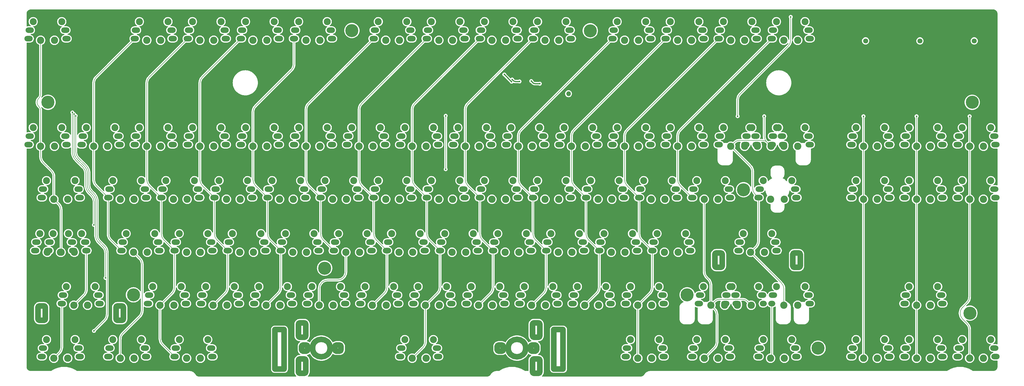
<source format=gbr>
%TF.GenerationSoftware,KiCad,Pcbnew,8.0.4*%
%TF.CreationDate,2024-08-25T19:59:21+07:00*%
%TF.ProjectId,NCR80 ALPS SKFL,4e435238-3020-4414-9c50-5320534b464c,rev?*%
%TF.SameCoordinates,Original*%
%TF.FileFunction,Copper,L1,Top*%
%TF.FilePolarity,Positive*%
%FSLAX46Y46*%
G04 Gerber Fmt 4.6, Leading zero omitted, Abs format (unit mm)*
G04 Created by KiCad (PCBNEW 8.0.4) date 2024-08-25 19:59:21*
%MOMM*%
%LPD*%
G01*
G04 APERTURE LIST*
%TA.AperFunction,NonConductor*%
%ADD10C,2.000000*%
%TD*%
%TA.AperFunction,ComponentPad*%
%ADD11O,3.000000X2.000000*%
%TD*%
%TA.AperFunction,ComponentPad*%
%ADD12C,2.500000*%
%TD*%
%TA.AperFunction,ComponentPad*%
%ADD13C,2.600000*%
%TD*%
%TA.AperFunction,ComponentPad*%
%ADD14C,4.700000*%
%TD*%
%TA.AperFunction,ComponentPad*%
%ADD15R,1.800000X1.800000*%
%TD*%
%TA.AperFunction,ComponentPad*%
%ADD16C,1.800000*%
%TD*%
%TA.AperFunction,ComponentPad*%
%ADD17O,2.500000X2.000000*%
%TD*%
%TA.AperFunction,ComponentPad*%
%ADD18C,0.600000*%
%TD*%
%TA.AperFunction,ComponentPad*%
%ADD19R,1.700000X1.700000*%
%TD*%
%TA.AperFunction,ComponentPad*%
%ADD20O,1.700000X1.700000*%
%TD*%
%TA.AperFunction,ViaPad*%
%ADD21C,0.600000*%
%TD*%
%TA.AperFunction,ViaPad*%
%ADD22C,0.500000*%
%TD*%
%TA.AperFunction,Conductor*%
%ADD23C,0.400000*%
%TD*%
%TA.AperFunction,Conductor*%
%ADD24C,0.200000*%
%TD*%
G04 APERTURE END LIST*
D10*
X194075100Y-134450107D02*
X194075100Y-134450121D01*
X45791200Y-118175000D02*
G75*
G02*
X46291251Y-118682171I-100J-500200D01*
G01*
X259008800Y-104335000D02*
X260678750Y-104335000D01*
X286508750Y-99625000D02*
G75*
G02*
X287008750Y-99124950I500050J0D01*
G01*
X45791250Y-123385000D02*
X44121300Y-123385000D01*
X195235100Y-137224705D02*
G75*
G02*
X195735095Y-137724705I0J-499995D01*
G01*
X194575107Y-132750121D02*
X194575107Y-133950100D01*
X43621250Y-118675000D02*
G75*
G02*
X44121250Y-118174950I500050J0D01*
G01*
X182624893Y-133949700D02*
X182624893Y-132749700D01*
X17791200Y-118175000D02*
G75*
G02*
X18291251Y-118682171I-100J-500200D01*
G01*
X195735107Y-141934700D02*
G75*
G02*
X195235100Y-142434707I-500007J0D01*
G01*
X190649893Y-133350121D02*
G75*
G02*
X184349893Y-133350121I-3150000J0D01*
G01*
X184349893Y-133350121D02*
G75*
G02*
X190649893Y-133350121I3150000J0D01*
G01*
X43621250Y-122877900D02*
X43621250Y-118675000D01*
X103947997Y-126684221D02*
X103947997Y-140883521D01*
X195735107Y-141934700D02*
X195735107Y-137724705D01*
X109564900Y-129474705D02*
X111234893Y-129474705D01*
X111234900Y-124264705D02*
G75*
G02*
X111734895Y-124764700I0J-499995D01*
G01*
X194575107Y-133950100D02*
G75*
G02*
X194075100Y-134450107I-500007J0D01*
G01*
X261178750Y-103835000D02*
X261178750Y-99618029D01*
X194075100Y-132250121D02*
G75*
G02*
X194575079Y-132750121I0J-499979D01*
G01*
X120450107Y-133350121D02*
G75*
G02*
X114150107Y-133350121I-3150000J0D01*
G01*
X114150107Y-133350121D02*
G75*
G02*
X120450107Y-133350121I3150000J0D01*
G01*
X15621250Y-122885000D02*
X15621250Y-118675000D01*
X192875100Y-134450121D02*
G75*
G02*
X192375106Y-133944904I0J500021D01*
G01*
X193565100Y-142434705D02*
G75*
G02*
X193065106Y-141938016I0J500005D01*
G01*
X193065107Y-137724700D02*
G75*
G02*
X193565100Y-137224707I499993J0D01*
G01*
X46291250Y-122885000D02*
G75*
G02*
X45791250Y-123385050I-500050J0D01*
G01*
X289178750Y-103835000D02*
G75*
G02*
X288678750Y-104335050I-500050J0D01*
G01*
X109064893Y-124764700D02*
G75*
G02*
X109561436Y-124264705I500007J0D01*
G01*
X180424893Y-132749700D02*
X180424893Y-133949700D01*
X195736607Y-128974200D02*
X195736607Y-124764205D01*
X193566600Y-129474205D02*
G75*
G02*
X193066606Y-128977516I0J500005D01*
G01*
X288678600Y-99125000D02*
X287008750Y-99125000D01*
X110224893Y-132749700D02*
G75*
G02*
X110721584Y-132249704I500007J0D01*
G01*
X195236600Y-124264205D02*
X193566600Y-124264205D01*
X109064893Y-124764700D02*
X109064893Y-128974700D01*
X111924900Y-132249705D02*
G75*
G02*
X112424895Y-132749700I0J-499995D01*
G01*
X180924900Y-134449705D02*
G75*
G02*
X180424895Y-133949700I0J500005D01*
G01*
X109564900Y-142434705D02*
G75*
G02*
X109064895Y-141934700I0J500005D01*
G01*
X44121300Y-123385000D02*
G75*
G02*
X43621248Y-122877900I100J500200D01*
G01*
X192375107Y-133944904D02*
X192375107Y-132750100D01*
X100647997Y-140883521D02*
X100647997Y-126684221D01*
X111734893Y-128974700D02*
G75*
G02*
X111234893Y-129474693I-499993J0D01*
G01*
X192375107Y-132750100D02*
G75*
G02*
X192878841Y-132250121I499993J0D01*
G01*
X100647997Y-126684221D02*
X103947997Y-126684221D01*
X44121250Y-118175000D02*
X45791200Y-118175000D01*
X109064893Y-141934700D02*
X109064893Y-137724700D01*
X123875100Y-134450107D02*
X123875100Y-134450121D01*
X124375107Y-133950100D02*
G75*
G02*
X123875100Y-134450107I-500007J0D01*
G01*
X111924900Y-132249705D02*
X110721584Y-132249705D01*
X17791280Y-123385000D02*
X16121250Y-123385000D01*
X110724900Y-134449705D02*
X111924893Y-134449705D01*
X192878841Y-132250121D02*
X194075100Y-132250121D01*
X180924900Y-134449705D02*
X182124893Y-134449705D01*
X109064893Y-137724700D02*
G75*
G02*
X109568216Y-137224704I500007J0D01*
G01*
X18291250Y-122885030D02*
G75*
G02*
X17791280Y-123384950I-499950J30D01*
G01*
X46291250Y-118682171D02*
X46291250Y-122885000D01*
X204049997Y-140883521D02*
X204049997Y-126684221D01*
X180424893Y-132749700D02*
G75*
G02*
X180921436Y-132249705I500007J0D01*
G01*
X16121250Y-118175000D02*
X17791200Y-118175000D01*
X122175107Y-132750100D02*
G75*
G02*
X122671359Y-132250121I499993J0D01*
G01*
X109564900Y-129474705D02*
G75*
G02*
X109064895Y-128974700I0J500005D01*
G01*
X260678600Y-99125000D02*
G75*
G02*
X261178749Y-99618029I0J-500200D01*
G01*
X103947997Y-140883521D02*
X100647997Y-140883521D01*
X111734893Y-141934700D02*
G75*
G02*
X111234893Y-142434693I-499993J0D01*
G01*
X110224893Y-132749700D02*
X110224893Y-133949700D01*
X112424893Y-133949700D02*
X112424893Y-132749700D01*
X195736607Y-128974200D02*
G75*
G02*
X195236600Y-129474207I-500007J0D01*
G01*
X193066607Y-124764200D02*
X193066607Y-128977516D01*
X195236600Y-124264205D02*
G75*
G02*
X195736595Y-124764205I0J-499995D01*
G01*
X110724900Y-134449705D02*
G75*
G02*
X110224895Y-133949700I0J500005D01*
G01*
X193566600Y-129474205D02*
X195236600Y-129474205D01*
X124375107Y-133950100D02*
X124375107Y-132750121D01*
X289178750Y-103835000D02*
X289178750Y-99618029D01*
X200749997Y-126684221D02*
X200749997Y-140883521D01*
X287008800Y-104335000D02*
G75*
G02*
X286508750Y-103841900I100J500200D01*
G01*
X261178750Y-103835000D02*
G75*
G02*
X260678750Y-104335050I-500050J0D01*
G01*
X122675100Y-134450121D02*
G75*
G02*
X122175106Y-133955296I0J500021D01*
G01*
X111234900Y-137224705D02*
G75*
G02*
X111734895Y-137724700I0J-499995D01*
G01*
X122175107Y-132750100D02*
X122175107Y-133955296D01*
X193565100Y-142434705D02*
X195235100Y-142434705D01*
X18291250Y-118682171D02*
X18291250Y-122885030D01*
X182124900Y-132249705D02*
G75*
G02*
X182624895Y-132749700I0J-499995D01*
G01*
X111234900Y-124264705D02*
X109561436Y-124264705D01*
X112424893Y-133949700D02*
G75*
G02*
X111924893Y-134449693I-499993J0D01*
G01*
X260678600Y-99125000D02*
X259008750Y-99125000D01*
X182624893Y-133949700D02*
G75*
G02*
X182124893Y-134449693I-499993J0D01*
G01*
X123875100Y-132250121D02*
G75*
G02*
X124375079Y-132750121I0J-499979D01*
G01*
X258508750Y-99625000D02*
G75*
G02*
X259008750Y-99124950I500050J0D01*
G01*
X111734893Y-128974700D02*
X111734893Y-124764700D01*
X194075100Y-134450121D02*
X192875100Y-134450121D01*
X111734893Y-137724700D02*
X111734893Y-141934700D01*
X15621250Y-118675000D02*
G75*
G02*
X16121250Y-118174950I500050J0D01*
G01*
X193066607Y-124764200D02*
G75*
G02*
X193566600Y-124264207I499993J0D01*
G01*
X16121250Y-123385000D02*
G75*
G02*
X15621300Y-122885000I50J500000D01*
G01*
X200749997Y-140883521D02*
X204049997Y-140883521D01*
X258508750Y-99625000D02*
X258508750Y-103841900D01*
X109568216Y-137224705D02*
X111234900Y-137224705D01*
X123875100Y-132250121D02*
X122671359Y-132250121D01*
X204049997Y-126684221D02*
X200749997Y-126684221D01*
X288678600Y-99125000D02*
G75*
G02*
X289178749Y-99618029I0J-500200D01*
G01*
X122675100Y-134450121D02*
X123875100Y-134450121D01*
X259008800Y-104335000D02*
G75*
G02*
X258508750Y-103841900I100J500200D01*
G01*
X287008800Y-104335000D02*
X288678750Y-104335000D01*
X111234893Y-142434705D02*
X109564900Y-142434705D01*
X182124900Y-132249705D02*
X180921436Y-132249705D01*
X286508750Y-99625000D02*
X286508750Y-103841900D01*
X195235100Y-137224705D02*
X193565100Y-137224705D01*
X193065107Y-137724700D02*
X193065107Y-141938016D01*
D11*
%TO.P,MX47,*%
%TO.N,*%
X307945000Y-76200000D03*
D12*
X309200000Y-73150000D03*
X319450000Y-73150000D03*
D11*
X320705000Y-76200000D03*
%TO.P,MX47,1,COL*%
%TO.N,/C14*%
X307525000Y-79250000D03*
D13*
X311845000Y-79850000D03*
%TO.P,MX47,2,ROW*%
%TO.N,Net-(D47-A)*%
X316805000Y-79850000D03*
D11*
X321125000Y-79250000D03*
%TD*%
%TO.P,MX56,*%
%TO.N,*%
X141257500Y-95250000D03*
D12*
X142512500Y-92200000D03*
X152762500Y-92200000D03*
D11*
X154017500Y-95250000D03*
%TO.P,MX56,1,COL*%
%TO.N,/C6*%
X140837500Y-98300000D03*
D13*
X145157500Y-98900000D03*
%TO.P,MX56,2,ROW*%
%TO.N,Net-(D52-A)*%
X150117500Y-98900000D03*
D11*
X154437500Y-98300000D03*
%TD*%
%TO.P,MX82,*%
%TO.N,*%
X17432500Y-133350000D03*
D12*
X18687500Y-130300000D03*
X28937500Y-130300000D03*
D11*
X30192500Y-133350000D03*
%TO.P,MX82,1,COL*%
%TO.N,/C0*%
X17012500Y-136400000D03*
D13*
X21332500Y-137000000D03*
%TO.P,MX82,2,ROW*%
%TO.N,Net-(D78-A)*%
X26292500Y-137000000D03*
D11*
X30612500Y-136400000D03*
%TD*%
D14*
%TO.P,REF\u002A\u002A,1*%
%TO.N,N/C*%
X295549000Y-133367496D03*
%TD*%
D11*
%TO.P,MX30,*%
%TO.N,*%
X346045000Y-57150000D03*
D12*
X347300000Y-54100000D03*
X357550000Y-54100000D03*
D11*
X358805000Y-57150000D03*
%TO.P,MX30,1,COL*%
%TO.N,/C16*%
X345625000Y-60200000D03*
D13*
X349945000Y-60800000D03*
%TO.P,MX30,2,ROW*%
%TO.N,Net-(D31-A)*%
X354905000Y-60800000D03*
D11*
X359225000Y-60200000D03*
%TD*%
%TO.P,MX42,*%
%TO.N,*%
X193645000Y-76200000D03*
D12*
X194900000Y-73150000D03*
X205150000Y-73150000D03*
D11*
X206405000Y-76200000D03*
%TO.P,MX42,1,COL*%
%TO.N,/C9*%
X193225000Y-79250000D03*
D13*
X197545000Y-79850000D03*
%TO.P,MX42,2,ROW*%
%TO.N,Net-(D44-A)*%
X202505000Y-79850000D03*
D11*
X206825000Y-79250000D03*
%TD*%
%TO.P,MX31,*%
%TO.N,*%
X269845000Y-57150000D03*
D12*
X271100000Y-54100000D03*
X281350000Y-54100000D03*
D11*
X282605000Y-57150000D03*
%TO.P,MX31,1,COL*%
%TO.N,Net-(D14-A)*%
X269425000Y-60200000D03*
D13*
X273745000Y-60800000D03*
%TO.P,MX31,2,ROW*%
%TO.N,/C13*%
X278705000Y-60800000D03*
D11*
X283025000Y-60200000D03*
%TD*%
%TO.P,MX90,*%
%TO.N,*%
X250795000Y-133350000D03*
D12*
X252050000Y-130300000D03*
X262300000Y-130300000D03*
D11*
X263555000Y-133350000D03*
%TO.P,MX90,1,COL*%
%TO.N,/C12*%
X250375000Y-136400000D03*
D13*
X254695000Y-137000000D03*
%TO.P,MX90,2,ROW*%
%TO.N,Net-(D82-A)*%
X259655000Y-137000000D03*
D11*
X263975000Y-136400000D03*
%TD*%
D15*
%TO.P,D71,1,K*%
%TO.N,GND*%
X334643001Y-22915552D03*
D16*
%TO.P,D71,2,A*%
%TO.N,Net-(D71-A)*%
X332103001Y-22915552D03*
%TD*%
D11*
%TO.P,MX34,*%
%TO.N,*%
X41245000Y-76200000D03*
D12*
X42500000Y-73150000D03*
X52750000Y-73150000D03*
D11*
X54005000Y-76200000D03*
%TO.P,MX34,1,COL*%
%TO.N,/C1*%
X40825000Y-79250000D03*
D13*
X45145000Y-79850000D03*
%TO.P,MX34,2,ROW*%
%TO.N,Net-(D40-A)*%
X50105000Y-79850000D03*
D11*
X54425000Y-79250000D03*
%TD*%
%TO.P,MX79,*%
%TO.N,*%
X253176250Y-114300000D03*
D12*
X254431250Y-111250000D03*
X264681250Y-111250000D03*
D11*
X265936250Y-114300000D03*
%TO.P,MX79,1,COL*%
%TO.N,/C12*%
X252756250Y-117350000D03*
D13*
X257076250Y-117950000D03*
%TO.P,MX79,2,ROW*%
%TO.N,Net-(D69-A)*%
X262036250Y-117950000D03*
D11*
X266356250Y-117350000D03*
%TD*%
D14*
%TO.P,REF\u002A\u002A,1*%
%TO.N,N/C*%
X49899001Y-114217493D03*
%TD*%
D11*
%TO.P,MX9,*%
%TO.N,*%
X193645000Y-19050000D03*
D12*
X194900000Y-16000000D03*
X205150000Y-16000000D03*
D11*
X206405000Y-19050000D03*
%TO.P,MX9,1,COL*%
%TO.N,/C8*%
X193225000Y-22100000D03*
D13*
X197545000Y-22700000D03*
%TO.P,MX9,2,ROW*%
%TO.N,Net-(D5-A)*%
X202505000Y-22700000D03*
D11*
X206825000Y-22100000D03*
%TD*%
%TO.P,MX39,*%
%TO.N,*%
X136495000Y-76200000D03*
D12*
X137750000Y-73150000D03*
X148000000Y-73150000D03*
D11*
X149255000Y-76200000D03*
%TO.P,MX39,1,COL*%
%TO.N,/C6*%
X136075000Y-79250000D03*
D13*
X140395000Y-79850000D03*
%TO.P,MX39,2,ROW*%
%TO.N,Net-(D35-A)*%
X145355000Y-79850000D03*
D11*
X149675000Y-79250000D03*
%TD*%
%TO.P,MX28,*%
%TO.N,*%
X307945000Y-57150000D03*
D12*
X309200000Y-54100000D03*
X319450000Y-54100000D03*
D11*
X320705000Y-57150000D03*
%TO.P,MX28,1,COL*%
%TO.N,/C14*%
X307525000Y-60200000D03*
D13*
X311845000Y-60800000D03*
%TO.P,MX28,2,ROW*%
%TO.N,Net-(D30-A)*%
X316805000Y-60800000D03*
D11*
X321125000Y-60200000D03*
%TD*%
%TO.P,MX43,*%
%TO.N,*%
X212695000Y-76200000D03*
D12*
X213950000Y-73150000D03*
X224200000Y-73150000D03*
D11*
X225455000Y-76200000D03*
%TO.P,MX43,1,COL*%
%TO.N,/C10*%
X212275000Y-79250000D03*
D13*
X216595000Y-79850000D03*
%TO.P,MX43,2,ROW*%
%TO.N,Net-(D37-A)*%
X221555000Y-79850000D03*
D11*
X225875000Y-79250000D03*
%TD*%
%TO.P,MX57,*%
%TO.N,*%
X160307500Y-95250000D03*
D12*
X161562500Y-92200000D03*
X171812500Y-92200000D03*
D11*
X173067500Y-95250000D03*
%TO.P,MX57,1,COL*%
%TO.N,/C7*%
X159887500Y-98300000D03*
D13*
X164207500Y-98900000D03*
%TO.P,MX57,2,ROW*%
%TO.N,Net-(D59-A)*%
X169167500Y-98900000D03*
D11*
X173487500Y-98300000D03*
%TD*%
%TO.P,MX36,*%
%TO.N,*%
X79345000Y-76200000D03*
D12*
X80600000Y-73150000D03*
X90850000Y-73150000D03*
D11*
X92105000Y-76200000D03*
%TO.P,MX36,1,COL*%
%TO.N,/C3*%
X78925000Y-79250000D03*
D13*
X83245000Y-79850000D03*
%TO.P,MX36,2,ROW*%
%TO.N,Net-(D41-A)*%
X88205000Y-79850000D03*
D11*
X92525000Y-79250000D03*
%TD*%
%TO.P,MX55,*%
%TO.N,*%
X122207500Y-95250000D03*
D12*
X123462500Y-92200000D03*
X133712500Y-92200000D03*
D11*
X134967500Y-95250000D03*
%TO.P,MX55,1,COL*%
%TO.N,/C5*%
X121787500Y-98300000D03*
D13*
X126107500Y-98900000D03*
%TO.P,MX55,2,ROW*%
%TO.N,Net-(D58-A)*%
X131067500Y-98900000D03*
D11*
X135387500Y-98300000D03*
%TD*%
%TO.P,MX20,*%
%TO.N,*%
X107920000Y-57150000D03*
D12*
X109175000Y-54100000D03*
X119425000Y-54100000D03*
D11*
X120680000Y-57150000D03*
%TO.P,MX20,1,COL*%
%TO.N,/C5*%
X107500000Y-60200000D03*
D13*
X111820000Y-60800000D03*
%TO.P,MX20,2,ROW*%
%TO.N,Net-(D25-A)*%
X116780000Y-60800000D03*
D11*
X121100000Y-60200000D03*
%TD*%
%TO.P,MX53,*%
%TO.N,*%
X84107500Y-95250000D03*
D12*
X85362500Y-92200000D03*
X95612500Y-92200000D03*
D11*
X96867500Y-95250000D03*
%TO.P,MX53,1,COL*%
%TO.N,/C3*%
X83687500Y-98300000D03*
D13*
X88007500Y-98900000D03*
%TO.P,MX53,2,ROW*%
%TO.N,Net-(D57-A)*%
X92967500Y-98900000D03*
D11*
X97287500Y-98300000D03*
%TD*%
%TO.P,MX77,*%
%TO.N,*%
X226982500Y-114300000D03*
D12*
X228237500Y-111250000D03*
X238487500Y-111250000D03*
D11*
X239742500Y-114300000D03*
%TO.P,MX77,1,COL*%
%TO.N,/C11*%
X226562500Y-117350000D03*
D13*
X230882500Y-117950000D03*
%TO.P,MX77,2,ROW*%
%TO.N,Net-(D76-A)*%
X235842500Y-117950000D03*
D11*
X240162500Y-117350000D03*
%TD*%
%TO.P,MX4,*%
%TO.N,*%
X88870000Y-19050000D03*
D12*
X90125000Y-16000000D03*
X100375000Y-16000000D03*
D11*
X101630000Y-19050000D03*
%TO.P,MX4,1,COL*%
%TO.N,/C3*%
X88450000Y-22100000D03*
D13*
X92770000Y-22700000D03*
%TO.P,MX4,2,ROW*%
%TO.N,Net-(D9-A)*%
X97730000Y-22700000D03*
D11*
X102050000Y-22100000D03*
%TD*%
%TO.P,MX48,*%
%TO.N,*%
X326995000Y-76200000D03*
D12*
X328250000Y-73150000D03*
X338500000Y-73150000D03*
D11*
X339755000Y-76200000D03*
%TO.P,MX48,1,COL*%
%TO.N,/C15*%
X326575000Y-79250000D03*
D13*
X330895000Y-79850000D03*
%TO.P,MX48,2,ROW*%
%TO.N,Net-(D39-A)*%
X335855000Y-79850000D03*
D11*
X340175000Y-79250000D03*
%TD*%
%TO.P,MX23,*%
%TO.N,*%
X165070000Y-57150000D03*
D12*
X166325000Y-54100000D03*
X176575000Y-54100000D03*
D11*
X177830000Y-57150000D03*
%TO.P,MX23,1,COL*%
%TO.N,/C8*%
X164650000Y-60200000D03*
D13*
X168970000Y-60800000D03*
%TO.P,MX23,2,ROW*%
%TO.N,Net-(D19-A)*%
X173930000Y-60800000D03*
D11*
X178250000Y-60200000D03*
%TD*%
%TO.P,MX38,*%
%TO.N,*%
X117445000Y-76200000D03*
D12*
X118700000Y-73150000D03*
X128950000Y-73150000D03*
D11*
X130205000Y-76200000D03*
%TO.P,MX38,1,COL*%
%TO.N,/C5*%
X117025000Y-79250000D03*
D13*
X121345000Y-79850000D03*
%TO.P,MX38,2,ROW*%
%TO.N,Net-(D42-A)*%
X126305000Y-79850000D03*
D11*
X130625000Y-79250000D03*
%TD*%
%TO.P,MX75,*%
%TO.N,*%
X188882500Y-114300000D03*
D12*
X190137500Y-111250000D03*
X200387500Y-111250000D03*
D11*
X201642500Y-114300000D03*
%TO.P,MX75,1,COL*%
%TO.N,/C9*%
X188462500Y-117350000D03*
D13*
X192782500Y-117950000D03*
%TO.P,MX75,2,ROW*%
%TO.N,Net-(D75-A)*%
X197742500Y-117950000D03*
D11*
X202062500Y-117350000D03*
%TD*%
%TO.P,MX35,*%
%TO.N,*%
X60295000Y-76200000D03*
D12*
X61550000Y-73150000D03*
X71800000Y-73150000D03*
D11*
X73055000Y-76200000D03*
%TO.P,MX35,1,COL*%
%TO.N,/C2*%
X59875000Y-79250000D03*
D13*
X64195000Y-79850000D03*
%TO.P,MX35,2,ROW*%
%TO.N,Net-(D33-A)*%
X69155000Y-79850000D03*
D11*
X73475000Y-79250000D03*
%TD*%
%TO.P,MX54,*%
%TO.N,*%
X103157500Y-95250000D03*
D12*
X104412500Y-92200000D03*
X114662500Y-92200000D03*
D11*
X115917500Y-95250000D03*
%TO.P,MX54,1,COL*%
%TO.N,/C4*%
X102737500Y-98300000D03*
D13*
X107057500Y-98900000D03*
%TO.P,MX54,2,ROW*%
%TO.N,Net-(D51-A)*%
X112017500Y-98900000D03*
D11*
X116337500Y-98300000D03*
%TD*%
%TO.P,MX91,*%
%TO.N,*%
X274607500Y-133350000D03*
D12*
X275862500Y-130300000D03*
X286112500Y-130300000D03*
D11*
X287367500Y-133350000D03*
%TO.P,MX91,1,COL*%
%TO.N,/C13*%
X274187500Y-136400000D03*
D13*
X278507500Y-137000000D03*
%TO.P,MX91,2,ROW*%
%TO.N,Net-(D89-A)*%
X283467500Y-137000000D03*
D11*
X287787500Y-136400000D03*
%TD*%
%TO.P,MX37,*%
%TO.N,*%
X98395000Y-76200000D03*
D12*
X99650000Y-73150000D03*
X109900000Y-73150000D03*
D11*
X111155000Y-76200000D03*
%TO.P,MX37,1,COL*%
%TO.N,/C4*%
X97975000Y-79250000D03*
D13*
X102295000Y-79850000D03*
%TO.P,MX37,2,ROW*%
%TO.N,Net-(D34-A)*%
X107255000Y-79850000D03*
D11*
X111575000Y-79250000D03*
%TD*%
D14*
%TO.P,REF\u002A\u002A,1*%
%TO.N,N/C*%
X19224000Y-44992493D03*
%TD*%
D11*
%TO.P,MX99,*%
%TO.N,*%
X146020000Y-133350000D03*
D12*
X147275000Y-130300000D03*
X157525000Y-130300000D03*
D11*
X158780000Y-133350000D03*
%TO.P,MX99,1,COL*%
%TO.N,/C7*%
X145600000Y-136400000D03*
D13*
X149920000Y-137000000D03*
%TO.P,MX99,2,ROW*%
%TO.N,Net-(D80-A)*%
X154880000Y-137000000D03*
D11*
X159200000Y-136400000D03*
%TD*%
%TO.P,MX1,*%
%TO.N,*%
X12670000Y-19050000D03*
D12*
X13925000Y-16000000D03*
X24175000Y-16000000D03*
D11*
X25430000Y-19050000D03*
%TO.P,MX1,1,COL*%
%TO.N,/C0*%
X12250000Y-22100000D03*
D13*
X16570000Y-22700000D03*
%TO.P,MX1,2,ROW*%
%TO.N,Net-(D1-A)*%
X21530000Y-22700000D03*
D11*
X25850000Y-22100000D03*
%TD*%
%TO.P,MX83,*%
%TO.N,*%
X41245000Y-133350000D03*
D12*
X42500000Y-130300000D03*
X52750000Y-130300000D03*
D11*
X54005000Y-133350000D03*
%TO.P,MX83,1,COL*%
%TO.N,/C1*%
X40825000Y-136400000D03*
D13*
X45145000Y-137000000D03*
%TO.P,MX83,2,ROW*%
%TO.N,Net-(D84-A)*%
X50105000Y-137000000D03*
D11*
X54425000Y-136400000D03*
%TD*%
%TO.P,MX14,*%
%TO.N,*%
X260320000Y-57150000D03*
D12*
X261575000Y-54100000D03*
X271825000Y-54100000D03*
D11*
X273080000Y-57150000D03*
%TO.P,MX14,1,COL*%
%TO.N,/C13*%
X259900000Y-60200000D03*
D13*
X264220000Y-60800000D03*
%TO.P,MX14,2,ROW*%
%TO.N,Net-(D14-A)*%
X269180000Y-60800000D03*
D11*
X273500000Y-60200000D03*
%TD*%
%TO.P,MX52,*%
%TO.N,*%
X65057500Y-95250000D03*
D12*
X66312500Y-92200000D03*
X76562500Y-92200000D03*
D11*
X77817500Y-95250000D03*
%TO.P,MX52,1,COL*%
%TO.N,/C2*%
X64637500Y-98300000D03*
D13*
X68957500Y-98900000D03*
%TO.P,MX52,2,ROW*%
%TO.N,Net-(D50-A)*%
X73917500Y-98900000D03*
D11*
X78237500Y-98300000D03*
%TD*%
%TO.P,MX29,*%
%TO.N,*%
X326995000Y-57150000D03*
D12*
X328250000Y-54100000D03*
X338500000Y-54100000D03*
D11*
X339755000Y-57150000D03*
%TO.P,MX29,1,COL*%
%TO.N,/C15*%
X326575000Y-60200000D03*
D13*
X330895000Y-60800000D03*
%TO.P,MX29,2,ROW*%
%TO.N,Net-(D22-A)*%
X335855000Y-60800000D03*
D11*
X340175000Y-60200000D03*
%TD*%
%TO.P,MX15,*%
%TO.N,*%
X12670000Y-57150000D03*
D12*
X13925000Y-54100000D03*
X24175000Y-54100000D03*
D11*
X25430000Y-57150000D03*
%TO.P,MX15,1,COL*%
%TO.N,/C0*%
X12250000Y-60200000D03*
D13*
X16570000Y-60800000D03*
%TO.P,MX15,2,ROW*%
%TO.N,Net-(D15-A)*%
X21530000Y-60800000D03*
D11*
X25850000Y-60200000D03*
%TD*%
%TO.P,MX40,*%
%TO.N,*%
X155545000Y-76200000D03*
D12*
X156800000Y-73150000D03*
X167050000Y-73150000D03*
D11*
X168305000Y-76200000D03*
%TO.P,MX40,1,COL*%
%TO.N,/C7*%
X155125000Y-79250000D03*
D13*
X159445000Y-79850000D03*
%TO.P,MX40,2,ROW*%
%TO.N,Net-(D43-A)*%
X164405000Y-79850000D03*
D11*
X168725000Y-79250000D03*
%TD*%
%TO.P,MX50,*%
%TO.N,*%
X15051250Y-95250000D03*
D12*
X16306250Y-92200000D03*
X26556250Y-92200000D03*
D11*
X27811250Y-95250000D03*
D13*
%TO.P,MX50,1,COL*%
%TO.N,Net-(D49-A)*%
X18951250Y-98900000D03*
D11*
X28231250Y-98300000D03*
%TO.P,MX50,2,ROW*%
%TO.N,/C0*%
X14631250Y-98300000D03*
D13*
X23911250Y-98900000D03*
%TD*%
D14*
%TO.P,REF\u002A\u002A,1*%
%TO.N,N/C*%
X350874000Y-44992493D03*
%TD*%
%TO.P,REF\u002A\u002A,1*%
%TO.N,N/C*%
X350049000Y-120791989D03*
%TD*%
D11*
%TO.P,MX6,*%
%TO.N,*%
X136495000Y-19050000D03*
D12*
X137750000Y-16000000D03*
X148000000Y-16000000D03*
D11*
X149255000Y-19050000D03*
%TO.P,MX6,1,COL*%
%TO.N,/C5*%
X136075000Y-22100000D03*
D13*
X140395000Y-22700000D03*
%TO.P,MX6,2,ROW*%
%TO.N,Net-(D10-A)*%
X145355000Y-22700000D03*
D11*
X149675000Y-22100000D03*
%TD*%
D14*
%TO.P,REF\u002A\u002A,1*%
%TO.N,N/C*%
X248584714Y-114217493D03*
%TD*%
D11*
%TO.P,MX72,*%
%TO.N,*%
X131732500Y-114300000D03*
D12*
X132987500Y-111250000D03*
X143237500Y-111250000D03*
D11*
X144492500Y-114300000D03*
%TO.P,MX72,1,COL*%
%TO.N,/C6*%
X131312500Y-117350000D03*
D13*
X135632500Y-117950000D03*
%TO.P,MX72,2,ROW*%
%TO.N,Net-(D66-A)*%
X140592500Y-117950000D03*
D11*
X144912500Y-117350000D03*
%TD*%
%TO.P,MX18,*%
%TO.N,*%
X69820000Y-57150000D03*
D12*
X71075000Y-54100000D03*
X81325000Y-54100000D03*
D11*
X82580000Y-57150000D03*
%TO.P,MX18,1,COL*%
%TO.N,/C3*%
X69400000Y-60200000D03*
D13*
X73720000Y-60800000D03*
%TO.P,MX18,2,ROW*%
%TO.N,Net-(D24-A)*%
X78680000Y-60800000D03*
D11*
X83000000Y-60200000D03*
%TD*%
%TO.P,MX25,*%
%TO.N,*%
X203170000Y-57150000D03*
D12*
X204425000Y-54100000D03*
X214675000Y-54100000D03*
D11*
X215930000Y-57150000D03*
%TO.P,MX25,1,COL*%
%TO.N,/C10*%
X202750000Y-60200000D03*
D13*
X207070000Y-60800000D03*
%TO.P,MX25,2,ROW*%
%TO.N,Net-(D20-A)*%
X212030000Y-60800000D03*
D11*
X216350000Y-60200000D03*
%TD*%
%TO.P,MX3,*%
%TO.N,*%
X69820000Y-19050000D03*
D12*
X71075000Y-16000000D03*
X81325000Y-16000000D03*
D11*
X82580000Y-19050000D03*
%TO.P,MX3,1,COL*%
%TO.N,/C2*%
X69400000Y-22100000D03*
D13*
X73720000Y-22700000D03*
%TO.P,MX3,2,ROW*%
%TO.N,Net-(D2-A)*%
X78680000Y-22700000D03*
D11*
X83000000Y-22100000D03*
%TD*%
D14*
%TO.P,REF\u002A\u002A,1*%
%TO.N,N/C*%
X128268687Y-19193441D03*
%TD*%
D11*
%TO.P,MX71,*%
%TO.N,*%
X112682500Y-114300000D03*
D12*
X113937500Y-111250000D03*
X124187500Y-111250000D03*
D11*
X125442500Y-114300000D03*
%TO.P,MX71,1,COL*%
%TO.N,/C5*%
X112262500Y-117350000D03*
D13*
X116582500Y-117950000D03*
%TO.P,MX71,2,ROW*%
%TO.N,Net-(D73-A)*%
X121542500Y-117950000D03*
D11*
X125862500Y-117350000D03*
%TD*%
%TO.P,MX61,*%
%TO.N,*%
X236507500Y-95250000D03*
D12*
X237762500Y-92200000D03*
X248012500Y-92200000D03*
D11*
X249267500Y-95250000D03*
%TO.P,MX61,1,COL*%
%TO.N,/C11*%
X236087500Y-98300000D03*
D13*
X240407500Y-98900000D03*
%TO.P,MX61,2,ROW*%
%TO.N,Net-(D61-A)*%
X245367500Y-98900000D03*
D11*
X249687500Y-98300000D03*
%TD*%
%TO.P,MX7,*%
%TO.N,*%
X155545000Y-19050000D03*
D12*
X156800000Y-16000000D03*
X167050000Y-16000000D03*
D11*
X168305000Y-19050000D03*
%TO.P,MX7,1,COL*%
%TO.N,/C6*%
X155125000Y-22100000D03*
D13*
X159445000Y-22700000D03*
%TO.P,MX7,2,ROW*%
%TO.N,Net-(D4-A)*%
X164405000Y-22700000D03*
D11*
X168725000Y-22100000D03*
%TD*%
%TO.P,MX10,*%
%TO.N,*%
X222220000Y-19050000D03*
D12*
X223475000Y-16000000D03*
X233725000Y-16000000D03*
D11*
X234980000Y-19050000D03*
%TO.P,MX10,1,COL*%
%TO.N,/C9*%
X221800000Y-22100000D03*
D13*
X226120000Y-22700000D03*
%TO.P,MX10,2,ROW*%
%TO.N,Net-(D12-A)*%
X231080000Y-22700000D03*
D11*
X235400000Y-22100000D03*
%TD*%
D15*
%TO.P,D81,1,K*%
%TO.N,GND*%
X354141001Y-22915552D03*
D16*
%TO.P,D81,2,A*%
%TO.N,Net-(D81-A)*%
X351601001Y-22915552D03*
%TD*%
D11*
%TO.P,MX8,*%
%TO.N,*%
X174595000Y-19050000D03*
D12*
X175850000Y-16000000D03*
X186100000Y-16000000D03*
D11*
X187355000Y-19050000D03*
%TO.P,MX8,1,COL*%
%TO.N,/C7*%
X174175000Y-22100000D03*
D13*
X178495000Y-22700000D03*
%TO.P,MX8,2,ROW*%
%TO.N,Net-(D11-A)*%
X183455000Y-22700000D03*
D11*
X187775000Y-22100000D03*
%TD*%
%TO.P,MX2,*%
%TO.N,*%
X50770000Y-19050000D03*
D12*
X52025000Y-16000000D03*
X62275000Y-16000000D03*
D11*
X63530000Y-19050000D03*
%TO.P,MX2,1,COL*%
%TO.N,/C1*%
X50350000Y-22100000D03*
D13*
X54670000Y-22700000D03*
%TO.P,MX2,2,ROW*%
%TO.N,Net-(D8-A)*%
X59630000Y-22700000D03*
D11*
X63950000Y-22100000D03*
%TD*%
%TO.P,MX19,*%
%TO.N,*%
X88870000Y-57150000D03*
D12*
X90125000Y-54100000D03*
X100375000Y-54100000D03*
D11*
X101630000Y-57150000D03*
%TO.P,MX19,1,COL*%
%TO.N,/C4*%
X88450000Y-60200000D03*
D13*
X92770000Y-60800000D03*
%TO.P,MX19,2,ROW*%
%TO.N,Net-(D17-A)*%
X97730000Y-60800000D03*
D11*
X102050000Y-60200000D03*
%TD*%
%TO.P,MX65,*%
%TO.N,*%
X24576250Y-114300000D03*
D12*
X25831250Y-111250000D03*
X36081250Y-111250000D03*
D11*
X37336250Y-114300000D03*
%TO.P,MX65,1,COL*%
%TO.N,/C0*%
X24156250Y-117350000D03*
D13*
X28476250Y-117950000D03*
%TO.P,MX65,2,ROW*%
%TO.N,Net-(D63-A)*%
X33436250Y-117950000D03*
D11*
X37756250Y-117350000D03*
%TD*%
%TO.P,MX12,*%
%TO.N,*%
X260320000Y-19050000D03*
D12*
X261575000Y-16000000D03*
X271825000Y-16000000D03*
D11*
X273080000Y-19050000D03*
%TO.P,MX12,1,COL*%
%TO.N,/C11*%
X259900000Y-22100000D03*
D13*
X264220000Y-22700000D03*
%TO.P,MX12,2,ROW*%
%TO.N,Net-(D13-A)*%
X269180000Y-22700000D03*
D11*
X273500000Y-22100000D03*
%TD*%
%TO.P,MX45,*%
%TO.N,*%
X250795000Y-76200000D03*
D12*
X252050000Y-73150000D03*
X262300000Y-73150000D03*
D11*
X263555000Y-76200000D03*
%TO.P,MX45,1,COL*%
%TO.N,/C12*%
X250375000Y-79250000D03*
D13*
X254695000Y-79850000D03*
%TO.P,MX45,2,ROW*%
%TO.N,Net-(D38-A)*%
X259655000Y-79850000D03*
D11*
X263975000Y-79250000D03*
%TD*%
%TO.P,MX26,*%
%TO.N,*%
X222220000Y-57150000D03*
D12*
X223475000Y-54100000D03*
X233725000Y-54100000D03*
D11*
X234980000Y-57150000D03*
%TO.P,MX26,1,COL*%
%TO.N,/C11*%
X221800000Y-60200000D03*
D13*
X226120000Y-60800000D03*
%TO.P,MX26,2,ROW*%
%TO.N,Net-(D28-A)*%
X231080000Y-60800000D03*
D11*
X235400000Y-60200000D03*
%TD*%
%TO.P,MX11,*%
%TO.N,*%
X241270000Y-19050000D03*
D12*
X242525000Y-16000000D03*
X252775000Y-16000000D03*
D11*
X254030000Y-19050000D03*
%TO.P,MX11,1,COL*%
%TO.N,/C10*%
X240850000Y-22100000D03*
D13*
X245170000Y-22700000D03*
%TO.P,MX11,2,ROW*%
%TO.N,Net-(D6-A)*%
X250130000Y-22700000D03*
D11*
X254450000Y-22100000D03*
%TD*%
%TO.P,MX44,*%
%TO.N,*%
X231745000Y-76200000D03*
D12*
X233000000Y-73150000D03*
X243250000Y-73150000D03*
D11*
X244505000Y-76200000D03*
%TO.P,MX44,1,COL*%
%TO.N,/C11*%
X231325000Y-79250000D03*
D13*
X235645000Y-79850000D03*
%TO.P,MX44,2,ROW*%
%TO.N,Net-(D45-A)*%
X240605000Y-79850000D03*
D11*
X244925000Y-79250000D03*
%TD*%
%TO.P,MX107,*%
%TO.N,*%
X346045000Y-133350000D03*
D12*
X347300000Y-130300000D03*
X357550000Y-130300000D03*
D11*
X358805000Y-133350000D03*
%TO.P,MX107,1,COL*%
%TO.N,/C16*%
X345625000Y-136400000D03*
D13*
X349945000Y-137000000D03*
%TO.P,MX107,2,ROW*%
%TO.N,Net-(D91-A)*%
X354905000Y-137000000D03*
D11*
X359225000Y-136400000D03*
%TD*%
%TO.P,MX62,*%
%TO.N,*%
X267463750Y-95250000D03*
D12*
X268718750Y-92200000D03*
X278968750Y-92200000D03*
D11*
X280223750Y-95250000D03*
%TO.P,MX62,1,COL*%
%TO.N,/C13*%
X267043750Y-98300000D03*
D13*
X271363750Y-98900000D03*
%TO.P,MX62,2,ROW*%
%TO.N,Net-(D62-A)*%
X276323750Y-98900000D03*
D11*
X280643750Y-98300000D03*
%TD*%
%TO.P,MX24,*%
%TO.N,*%
X184120000Y-57150000D03*
D12*
X185375000Y-54100000D03*
X195625000Y-54100000D03*
D11*
X196880000Y-57150000D03*
%TO.P,MX24,1,COL*%
%TO.N,/C9*%
X183700000Y-60200000D03*
D13*
X188020000Y-60800000D03*
%TO.P,MX24,2,ROW*%
%TO.N,Net-(D27-A)*%
X192980000Y-60800000D03*
D11*
X197300000Y-60200000D03*
%TD*%
%TO.P,MX76,*%
%TO.N,*%
X207932500Y-114300000D03*
D12*
X209187500Y-111250000D03*
X219437500Y-111250000D03*
D11*
X220692500Y-114300000D03*
%TO.P,MX76,1,COL*%
%TO.N,/C10*%
X207512500Y-117350000D03*
D13*
X211832500Y-117950000D03*
%TO.P,MX76,2,ROW*%
%TO.N,Net-(D68-A)*%
X216792500Y-117950000D03*
D11*
X221112500Y-117350000D03*
%TD*%
%TO.P,MX17,*%
%TO.N,*%
X50770000Y-57150000D03*
D12*
X52025000Y-54100000D03*
X62275000Y-54100000D03*
D11*
X63530000Y-57150000D03*
%TO.P,MX17,1,COL*%
%TO.N,/C2*%
X50350000Y-60200000D03*
D13*
X54670000Y-60800000D03*
%TO.P,MX17,2,ROW*%
%TO.N,Net-(D16-A)*%
X59630000Y-60800000D03*
D11*
X63950000Y-60200000D03*
%TD*%
%TO.P,MX49,*%
%TO.N,*%
X346045000Y-76200000D03*
D12*
X347300000Y-73150000D03*
X357550000Y-73150000D03*
D11*
X358805000Y-76200000D03*
%TO.P,MX49,1,COL*%
%TO.N,/C16*%
X345625000Y-79250000D03*
D13*
X349945000Y-79850000D03*
%TO.P,MX49,2,ROW*%
%TO.N,Net-(D48-A)*%
X354905000Y-79850000D03*
D11*
X359225000Y-79250000D03*
%TD*%
%TO.P,MX59,*%
%TO.N,*%
X198407500Y-95250000D03*
D12*
X199662500Y-92200000D03*
X209912500Y-92200000D03*
D11*
X211167500Y-95250000D03*
%TO.P,MX59,1,COL*%
%TO.N,/C9*%
X197987500Y-98300000D03*
D13*
X202307500Y-98900000D03*
%TO.P,MX59,2,ROW*%
%TO.N,Net-(D60-A)*%
X207267500Y-98900000D03*
D11*
X211587500Y-98300000D03*
%TD*%
D14*
%TO.P,REF\u002A\u002A,1*%
%TO.N,N/C*%
X268823999Y-76417495D03*
%TD*%
D15*
%TO.P,D55,1,K*%
%TO.N,GND*%
X315152001Y-22915552D03*
D16*
%TO.P,D55,2,A*%
%TO.N,Net-(D55-A)*%
X312612001Y-22915552D03*
%TD*%
D14*
%TO.P,REF\u002A\u002A,1*%
%TO.N,N/C*%
X213818686Y-19268440D03*
%TD*%
D11*
%TO.P,MX81,*%
%TO.N,*%
X326995000Y-114300000D03*
D12*
X328250000Y-111250000D03*
X338500000Y-111250000D03*
D11*
X339755000Y-114300000D03*
%TO.P,MX81,1,COL*%
%TO.N,/C15*%
X326575000Y-117350000D03*
D13*
X330895000Y-117950000D03*
%TO.P,MX81,2,ROW*%
%TO.N,Net-(D70-A)*%
X335855000Y-117950000D03*
D11*
X340175000Y-117350000D03*
%TD*%
%TO.P,MX21,*%
%TO.N,*%
X126970000Y-57150000D03*
D12*
X128225000Y-54100000D03*
X138475000Y-54100000D03*
D11*
X139730000Y-57150000D03*
%TO.P,MX21,1,COL*%
%TO.N,/C6*%
X126550000Y-60200000D03*
D13*
X130870000Y-60800000D03*
%TO.P,MX21,2,ROW*%
%TO.N,Net-(D18-A)*%
X135830000Y-60800000D03*
D11*
X140150000Y-60200000D03*
%TD*%
%TO.P,MX74,*%
%TO.N,*%
X169832500Y-114300000D03*
D12*
X171087500Y-111250000D03*
X181337500Y-111250000D03*
D11*
X182592500Y-114300000D03*
%TO.P,MX74,1,COL*%
%TO.N,/C8*%
X169412500Y-117350000D03*
D13*
X173732500Y-117950000D03*
%TO.P,MX74,2,ROW*%
%TO.N,Net-(D67-A)*%
X178692500Y-117950000D03*
D11*
X183012500Y-117350000D03*
%TD*%
%TO.P,MX13,*%
%TO.N,*%
X279370000Y-19050000D03*
D12*
X280625000Y-16000000D03*
X290875000Y-16000000D03*
D11*
X292130000Y-19050000D03*
%TO.P,MX13,1,COL*%
%TO.N,/C12*%
X278950000Y-22100000D03*
D13*
X283270000Y-22700000D03*
%TO.P,MX13,2,ROW*%
%TO.N,Net-(D7-A)*%
X288230000Y-22700000D03*
D11*
X292550000Y-22100000D03*
%TD*%
%TO.P,MX78,*%
%TO.N,*%
X262701250Y-114300000D03*
D12*
X263956250Y-111250000D03*
X274206250Y-111250000D03*
D11*
X275461250Y-114300000D03*
%TO.P,MX78,1,COL*%
%TO.N,Net-(D69-A)*%
X262281250Y-117350000D03*
D13*
X266601250Y-117950000D03*
%TO.P,MX78,2,ROW*%
%TO.N,/C12*%
X271561250Y-117950000D03*
D17*
X275881250Y-117350000D03*
%TD*%
D11*
%TO.P,MX51,*%
%TO.N,*%
X46007500Y-95250000D03*
D12*
X47262500Y-92200000D03*
X57512500Y-92200000D03*
D11*
X58767500Y-95250000D03*
%TO.P,MX51,1,COL*%
%TO.N,/C1*%
X45587500Y-98300000D03*
D13*
X49907500Y-98900000D03*
%TO.P,MX51,2,ROW*%
%TO.N,Net-(D56-A)*%
X54867500Y-98900000D03*
D11*
X59187500Y-98300000D03*
%TD*%
%TO.P,MX105,*%
%TO.N,*%
X307945000Y-133350000D03*
D12*
X309200000Y-130300000D03*
X319450000Y-130300000D03*
D11*
X320705000Y-133350000D03*
%TO.P,MX105,1,COL*%
%TO.N,/C14*%
X307525000Y-136400000D03*
D13*
X311845000Y-137000000D03*
%TO.P,MX105,2,ROW*%
%TO.N,Net-(D90-A)*%
X316805000Y-137000000D03*
D11*
X321125000Y-136400000D03*
%TD*%
%TO.P,MX69,*%
%TO.N,*%
X74582500Y-114300000D03*
D12*
X75837500Y-111250000D03*
X86087500Y-111250000D03*
D11*
X87342500Y-114300000D03*
%TO.P,MX69,1,COL*%
%TO.N,/C3*%
X74162500Y-117350000D03*
D13*
X78482500Y-117950000D03*
%TO.P,MX69,2,ROW*%
%TO.N,Net-(D72-A)*%
X83442500Y-117950000D03*
D11*
X87762500Y-117350000D03*
%TD*%
D14*
%TO.P,REF\u002A\u002A,1*%
%TO.N,N/C*%
X118499001Y-104617495D03*
%TD*%
D11*
%TO.P,MX84,*%
%TO.N,*%
X65057500Y-133350000D03*
D12*
X66312500Y-130300000D03*
X76562500Y-130300000D03*
D11*
X77817500Y-133350000D03*
%TO.P,MX84,1,COL*%
%TO.N,/C2*%
X64637500Y-136400000D03*
D13*
X68957500Y-137000000D03*
%TO.P,MX84,2,ROW*%
%TO.N,Net-(D79-A)*%
X73917500Y-137000000D03*
D11*
X78237500Y-136400000D03*
%TD*%
%TO.P,MX58,*%
%TO.N,*%
X179357500Y-95250000D03*
D12*
X180612500Y-92200000D03*
X190862500Y-92200000D03*
D11*
X192117500Y-95250000D03*
%TO.P,MX58,1,COL*%
%TO.N,/C8*%
X178937500Y-98300000D03*
D13*
X183257500Y-98900000D03*
%TO.P,MX58,2,ROW*%
%TO.N,Net-(D53-A)*%
X188217500Y-98900000D03*
D11*
X192537500Y-98300000D03*
%TD*%
%TO.P,MX22,*%
%TO.N,*%
X146020000Y-57150000D03*
D12*
X147275000Y-54100000D03*
X157525000Y-54100000D03*
D11*
X158780000Y-57150000D03*
%TO.P,MX22,1,COL*%
%TO.N,/C7*%
X145600000Y-60200000D03*
D13*
X149920000Y-60800000D03*
%TO.P,MX22,2,ROW*%
%TO.N,Net-(D26-A)*%
X154880000Y-60800000D03*
D11*
X159200000Y-60200000D03*
%TD*%
%TO.P,MX32,*%
%TO.N,*%
X279370000Y-57150000D03*
D12*
X280625000Y-54100000D03*
X290875000Y-54100000D03*
D11*
X292130000Y-57150000D03*
%TO.P,MX32,1,COL*%
%TO.N,/C13*%
X278950000Y-60200000D03*
D13*
X283270000Y-60800000D03*
%TO.P,MX32,2,ROW*%
%TO.N,Net-(D29-A)*%
X288230000Y-60800000D03*
D11*
X292550000Y-60200000D03*
%TD*%
%TO.P,MX60,*%
%TO.N,*%
X217457500Y-95250000D03*
D12*
X218712500Y-92200000D03*
X228962500Y-92200000D03*
D11*
X230217500Y-95250000D03*
%TO.P,MX60,1,COL*%
%TO.N,/C10*%
X217037500Y-98300000D03*
D13*
X221357500Y-98900000D03*
%TO.P,MX60,2,ROW*%
%TO.N,Net-(D54-A)*%
X226317500Y-98900000D03*
D11*
X230637500Y-98300000D03*
%TD*%
%TO.P,MX27,*%
%TO.N,*%
X241270000Y-57150000D03*
D12*
X242525000Y-54100000D03*
X252775000Y-54100000D03*
D11*
X254030000Y-57150000D03*
%TO.P,MX27,1,COL*%
%TO.N,/C12*%
X240850000Y-60200000D03*
D13*
X245170000Y-60800000D03*
%TO.P,MX27,2,ROW*%
%TO.N,Net-(D21-A)*%
X250130000Y-60800000D03*
D11*
X254450000Y-60200000D03*
%TD*%
%TO.P,MX33,*%
%TO.N,*%
X17432500Y-76200000D03*
D12*
X18687500Y-73150000D03*
X28937500Y-73150000D03*
D11*
X30192500Y-76200000D03*
%TO.P,MX33,1,COL*%
%TO.N,/C0*%
X17012500Y-79250000D03*
D13*
X21332500Y-79850000D03*
%TO.P,MX33,2,ROW*%
%TO.N,Net-(D32-A)*%
X26292500Y-79850000D03*
D11*
X30612500Y-79250000D03*
%TD*%
%TO.P,MX68,*%
%TO.N,*%
X55532500Y-114300000D03*
D12*
X56787500Y-111250000D03*
X67037500Y-111250000D03*
D11*
X68292500Y-114300000D03*
%TO.P,MX68,1,COL*%
%TO.N,/C2*%
X55112500Y-117350000D03*
D13*
X59432500Y-117950000D03*
%TO.P,MX68,2,ROW*%
%TO.N,Net-(D64-A)*%
X64392500Y-117950000D03*
D11*
X68712500Y-117350000D03*
%TD*%
%TO.P,MX80,*%
%TO.N,*%
X279370000Y-114300000D03*
D12*
X280625000Y-111250000D03*
X290875000Y-111250000D03*
D11*
X292130000Y-114300000D03*
D17*
%TO.P,MX80,1,COL*%
%TO.N,/C13*%
X278950000Y-117350000D03*
D13*
X283270000Y-117950000D03*
%TO.P,MX80,2,ROW*%
%TO.N,Net-(D77-A)*%
X288230000Y-117950000D03*
D11*
X292550000Y-117350000D03*
%TD*%
%TO.P,MX70,*%
%TO.N,*%
X93632500Y-114300000D03*
D12*
X94887500Y-111250000D03*
X105137500Y-111250000D03*
D11*
X106392500Y-114300000D03*
%TO.P,MX70,1,COL*%
%TO.N,/C4*%
X93212500Y-117350000D03*
D13*
X97532500Y-117950000D03*
%TO.P,MX70,2,ROW*%
%TO.N,Net-(D65-A)*%
X102492500Y-117950000D03*
D11*
X106812500Y-117350000D03*
%TD*%
%TO.P,MX46,*%
%TO.N,*%
X274607500Y-76200000D03*
D12*
X275862500Y-73150000D03*
X286112500Y-73150000D03*
D11*
X287367500Y-76200000D03*
%TO.P,MX46,1,COL*%
%TO.N,/C13*%
X274187500Y-79250000D03*
D13*
X278507500Y-79850000D03*
%TO.P,MX46,2,ROW*%
%TO.N,Net-(D46-A)*%
X283467500Y-79850000D03*
D11*
X287787500Y-79250000D03*
%TD*%
%TO.P,MX89,*%
%TO.N,*%
X226982500Y-133350000D03*
D12*
X228237500Y-130300000D03*
X238487500Y-130300000D03*
D11*
X239742500Y-133350000D03*
%TO.P,MX89,1,COL*%
%TO.N,/C11*%
X226562500Y-136400000D03*
D13*
X230882500Y-137000000D03*
%TO.P,MX89,2,ROW*%
%TO.N,Net-(D88-A)*%
X235842500Y-137000000D03*
D11*
X240162500Y-136400000D03*
%TD*%
%TO.P,MX41,*%
%TO.N,*%
X174595000Y-76200000D03*
D12*
X175850000Y-73150000D03*
X186100000Y-73150000D03*
D11*
X187355000Y-76200000D03*
%TO.P,MX41,1,COL*%
%TO.N,/C8*%
X174175000Y-79250000D03*
D13*
X178495000Y-79850000D03*
%TO.P,MX41,2,ROW*%
%TO.N,Net-(D36-A)*%
X183455000Y-79850000D03*
D11*
X187775000Y-79250000D03*
%TD*%
%TO.P,MX63,*%
%TO.N,*%
X19813750Y-95250000D03*
D12*
X21068750Y-92200000D03*
X31318750Y-92200000D03*
D11*
X32573750Y-95250000D03*
%TO.P,MX63,1,COL*%
%TO.N,Net-(D49-A)*%
X19393750Y-98300000D03*
D13*
X28673750Y-98900000D03*
%TO.P,MX63,2,ROW*%
%TO.N,/C0*%
X23713750Y-98900000D03*
D11*
X32993750Y-98300000D03*
%TD*%
%TO.P,MX16,*%
%TO.N,*%
X31720000Y-57150000D03*
D12*
X32975000Y-54100000D03*
X43225000Y-54100000D03*
D11*
X44480000Y-57150000D03*
%TO.P,MX16,1,COL*%
%TO.N,/C1*%
X31300000Y-60200000D03*
D13*
X35620000Y-60800000D03*
%TO.P,MX16,2,ROW*%
%TO.N,Net-(D23-A)*%
X40580000Y-60800000D03*
D11*
X44900000Y-60200000D03*
%TD*%
%TO.P,MX5,*%
%TO.N,*%
X107920000Y-19050000D03*
D12*
X109175000Y-16000000D03*
X119425000Y-16000000D03*
D11*
X120680000Y-19050000D03*
%TO.P,MX5,1,COL*%
%TO.N,/C4*%
X107500000Y-22100000D03*
D13*
X111820000Y-22700000D03*
%TO.P,MX5,2,ROW*%
%TO.N,Net-(D3-A)*%
X116780000Y-22700000D03*
D11*
X121100000Y-22100000D03*
%TD*%
%TO.P,MX73,*%
%TO.N,*%
X150782500Y-114300000D03*
D12*
X152037500Y-111250000D03*
X162287500Y-111250000D03*
D11*
X163542500Y-114300000D03*
%TO.P,MX73,1,COL*%
%TO.N,/C7*%
X150362500Y-117350000D03*
D13*
X154682500Y-117950000D03*
%TO.P,MX73,2,ROW*%
%TO.N,Net-(D74-A)*%
X159642500Y-117950000D03*
D11*
X163962500Y-117350000D03*
%TD*%
%TO.P,MX106,*%
%TO.N,*%
X326995000Y-133350000D03*
D12*
X328250000Y-130300000D03*
X338500000Y-130300000D03*
D11*
X339755000Y-133350000D03*
%TO.P,MX106,1,COL*%
%TO.N,/C15*%
X326575000Y-136400000D03*
D13*
X330895000Y-137000000D03*
%TO.P,MX106,2,ROW*%
%TO.N,Net-(D83-A)*%
X335855000Y-137000000D03*
D11*
X340175000Y-136400000D03*
%TD*%
D18*
%TO.P,U2,57,GND*%
%TO.N,GND*%
X189225000Y-39375000D03*
X190500000Y-39375000D03*
X191775000Y-39375000D03*
X189225000Y-38100000D03*
X190500000Y-38100000D03*
X191775000Y-38100000D03*
X189225000Y-36825000D03*
X190500000Y-36825000D03*
X191775000Y-36825000D03*
%TD*%
D19*
%TO.P,SW1,1,1*%
%TO.N,GND*%
X208550000Y-41906250D03*
D20*
%TO.P,SW1,2,2*%
%TO.N,/~{USB_BOOT}*%
X206010000Y-41906250D03*
%TD*%
D21*
%TO.N,GND*%
X195500000Y-31700000D03*
X193500000Y-44350000D03*
X193500000Y-31700000D03*
X197310589Y-39889411D03*
X188100000Y-31500000D03*
X182350000Y-40300000D03*
X196700000Y-34900000D03*
X194500000Y-31700000D03*
X205500000Y-35500000D03*
X196700000Y-35900000D03*
X183450000Y-37000000D03*
X197289411Y-39189411D03*
X189500000Y-44550000D03*
D22*
X185460997Y-39299041D03*
D21*
%TO.N,+3V3*%
X182980000Y-35000000D03*
X185577500Y-37597500D03*
%TO.N,+1V1*%
X192637750Y-37366250D03*
X188400500Y-37493250D03*
X185790000Y-36810000D03*
X195700000Y-38300000D03*
%TO.N,/R0*%
X266700000Y-50006250D03*
X285750000Y-14287500D03*
%TO.N,/R2*%
X161925000Y-49837500D03*
X161925000Y-69056250D03*
%TO.N,/R3*%
X27975000Y-48637500D03*
X35718750Y-89087500D03*
%TO.N,/R4*%
X39881250Y-108137500D03*
X28575000Y-49237500D03*
%TO.N,/R5*%
X29175000Y-49837500D03*
X35718750Y-127187500D03*
%TO.N,/C13*%
X276225000Y-50006250D03*
%TO.N,/C14*%
X311845000Y-50006250D03*
%TO.N,/C15*%
X330895000Y-50006250D03*
%TO.N,/C16*%
X349945000Y-50006250D03*
%TD*%
D23*
%TO.N,+3V3*%
X182980000Y-35000000D02*
X185577500Y-37597500D01*
%TO.N,+1V1*%
X193985714Y-38300000D02*
X195700000Y-38300000D01*
X186180357Y-37200357D02*
X185790000Y-36810000D01*
X192637750Y-37366250D02*
X193278607Y-38007107D01*
X188400500Y-37493250D02*
X186887464Y-37493250D01*
X193985714Y-38300000D02*
G75*
G02*
X193278600Y-38007114I-14J1000000D01*
G01*
X186180357Y-37200357D02*
G75*
G03*
X186887464Y-37493290I707143J707057D01*
G01*
D24*
%TO.N,/R0*%
X285750000Y-22569859D02*
X285750000Y-14287500D01*
X267578680Y-41983820D02*
X284871321Y-24691179D01*
X266700000Y-50006250D02*
X266700000Y-44105141D01*
X267578680Y-41983820D02*
G75*
G03*
X266700029Y-44105141I2121320J-2121280D01*
G01*
X284871321Y-24691179D02*
G75*
G03*
X285749971Y-22569859I-2121321J2121279D01*
G01*
%TO.N,/R2*%
X161925000Y-69056250D02*
X161925000Y-49837500D01*
%TO.N,/R3*%
X27975000Y-62802583D02*
X27975000Y-48637500D01*
X35764032Y-89042218D02*
X35764032Y-80717703D01*
X31858820Y-68426100D02*
X29205151Y-65772431D01*
X34885352Y-78596382D02*
X33967651Y-77678681D01*
X32737500Y-74708833D02*
X32737500Y-70547421D01*
X35718750Y-89087500D02*
X35764032Y-89042218D01*
X33967651Y-77678681D02*
G75*
G02*
X32737477Y-74708833I2969849J2969881D01*
G01*
X31858820Y-68426100D02*
G75*
G02*
X32737485Y-70547421I-2121320J-2121300D01*
G01*
X29205151Y-65772431D02*
G75*
G02*
X27975012Y-62802583I2969849J2969831D01*
G01*
X35764032Y-80717703D02*
G75*
G03*
X34885360Y-78596374I-3000032J3D01*
G01*
%TO.N,/R4*%
X39881250Y-99122421D02*
X39881250Y-108137500D01*
X33337500Y-70547419D02*
X33337500Y-74708831D01*
X37373166Y-95371696D02*
X39002571Y-97001101D01*
X29629416Y-65348166D02*
X32283085Y-68001835D01*
X36318750Y-80672419D02*
X36318750Y-92826111D01*
X28575000Y-49237500D02*
X28575000Y-62802581D01*
X34391916Y-77254416D02*
X35264335Y-78126835D01*
X39881250Y-99122421D02*
G75*
G03*
X39002571Y-97001101I-2999950J21D01*
G01*
X36318750Y-80672419D02*
G75*
G03*
X35264355Y-78126815I-3600050J19D01*
G01*
X33337500Y-74708831D02*
G75*
G03*
X34391917Y-77254415I3600000J1D01*
G01*
X37373166Y-95371696D02*
G75*
G02*
X36318757Y-92826111I2545634J2545596D01*
G01*
X33337500Y-70547419D02*
G75*
G03*
X32283094Y-68001826I-3600000J19D01*
G01*
X28575000Y-62802581D02*
G75*
G03*
X29629407Y-65348175I3600000J-19D01*
G01*
%TO.N,/R5*%
X36918750Y-92826109D02*
X36918750Y-80672417D01*
X29175000Y-62802579D02*
X29175000Y-49837500D01*
X35688599Y-77702569D02*
X34816180Y-76830150D01*
X39426835Y-96576835D02*
X37797430Y-94947430D01*
X32707349Y-67577569D02*
X30053680Y-64923900D01*
X40481250Y-121182359D02*
X40481250Y-99122419D01*
X35718750Y-127187500D02*
X39602571Y-123303679D01*
X33937500Y-74708829D02*
X33937500Y-70547417D01*
X30053680Y-64923900D02*
G75*
G02*
X29175015Y-62802579I2121320J2121300D01*
G01*
X40481250Y-99122419D02*
G75*
G03*
X39426855Y-96576815I-3600050J19D01*
G01*
X39602571Y-123303679D02*
G75*
G03*
X40481236Y-121182359I-2121271J2121279D01*
G01*
X33937500Y-70547417D02*
G75*
G03*
X32707357Y-67577561I-4200000J17D01*
G01*
X37797430Y-94947430D02*
G75*
G02*
X36918758Y-92826109I2121370J2121330D01*
G01*
X34816180Y-76830150D02*
G75*
G02*
X33937479Y-74708829I2121320J2121350D01*
G01*
X36918750Y-80672417D02*
G75*
G03*
X35688618Y-77702550I-4200050J17D01*
G01*
%TO.N,/C0*%
X15875714Y-46406707D02*
X15984214Y-46515207D01*
X17448680Y-66617173D02*
X20453821Y-69622314D01*
X32115070Y-114311180D02*
X28476250Y-117950000D01*
X24156250Y-117350000D02*
X24156250Y-132933609D01*
X15984213Y-43469780D02*
X15875713Y-43578280D01*
X21332500Y-79850000D02*
X23032571Y-81550071D01*
X16570000Y-60800000D02*
X16570000Y-64495852D01*
X16570000Y-47929420D02*
X16570000Y-60800000D01*
X32993750Y-98300000D02*
X32993750Y-112189859D01*
X16570000Y-22700000D02*
X16570000Y-42055566D01*
X23277570Y-135054930D02*
X21332500Y-137000000D01*
X21332500Y-71743634D02*
X21332500Y-79850000D01*
X23911250Y-83671391D02*
X23911250Y-98900000D01*
X15984214Y-46515207D02*
G75*
G02*
X16569986Y-47929420I-1414214J-1414193D01*
G01*
X16570000Y-64495852D02*
G75*
G03*
X17448681Y-66617172I3000000J2D01*
G01*
X15875714Y-46406707D02*
G75*
G02*
X15875710Y-43578277I1414216J1414217D01*
G01*
X23277570Y-135054930D02*
G75*
G03*
X24156271Y-132933609I-2121270J2121330D01*
G01*
X32993750Y-112189859D02*
G75*
G02*
X32115070Y-114311180I-3000000J-1D01*
G01*
X23032571Y-81550071D02*
G75*
G02*
X23911271Y-83671391I-2121271J-2121329D01*
G01*
X21332500Y-71743634D02*
G75*
G03*
X20453823Y-69622312I-3000000J4D01*
G01*
X16570000Y-42055566D02*
G75*
G02*
X15984215Y-43469782I-2000000J-4D01*
G01*
%TO.N,/C1*%
X49907500Y-98900000D02*
X52171321Y-101163821D01*
X36498680Y-74923680D02*
X40825000Y-79250000D01*
X35620000Y-60800000D02*
X35620000Y-72802359D01*
X45145000Y-130197641D02*
X45145000Y-137000000D01*
X50350000Y-22100000D02*
X36498679Y-35951321D01*
X52171320Y-121928680D02*
X46023679Y-128076321D01*
X40825000Y-79250000D02*
X40825000Y-92294859D01*
X41703680Y-94416180D02*
X45587500Y-98300000D01*
X53050000Y-103285141D02*
X53050000Y-119807359D01*
X35620000Y-38072641D02*
X35620000Y-60800000D01*
X53050000Y-103285141D02*
G75*
G03*
X52171341Y-101163801I-3000000J41D01*
G01*
X36498680Y-74923680D02*
G75*
G02*
X35620029Y-72802359I2121320J2121280D01*
G01*
X35620000Y-38072641D02*
G75*
G02*
X36498679Y-35951321I3000000J1D01*
G01*
X40825000Y-92294859D02*
G75*
G03*
X41703680Y-94416180I3000000J-1D01*
G01*
X45145000Y-130197641D02*
G75*
G02*
X46023659Y-128076301I3000000J41D01*
G01*
X52171320Y-121928680D02*
G75*
G03*
X53049971Y-119807359I-2121320J2121280D01*
G01*
%TO.N,/C2*%
X55548680Y-35951320D02*
X69400000Y-22100000D01*
X59432500Y-117950000D02*
X59432500Y-129952359D01*
X60311180Y-132073680D02*
X64637500Y-136400000D01*
X55548680Y-74923680D02*
X59875000Y-79250000D01*
X54670000Y-60800000D02*
X54670000Y-38072641D01*
X54670000Y-60800000D02*
X54670000Y-72802359D01*
X63758820Y-113623680D02*
X59432500Y-117950000D01*
X60753680Y-94416180D02*
X64637500Y-98300000D01*
X64637500Y-98300000D02*
X64637500Y-111502359D01*
X59875000Y-79250000D02*
X59875000Y-92294859D01*
X63758820Y-113623680D02*
G75*
G03*
X64637471Y-111502359I-2121320J2121280D01*
G01*
X60311180Y-132073680D02*
G75*
G02*
X59432529Y-129952359I2121320J2121280D01*
G01*
X55548680Y-35951320D02*
G75*
G03*
X54670029Y-38072641I2121320J-2121280D01*
G01*
X55548680Y-74923680D02*
G75*
G02*
X54670029Y-72802359I2121320J2121280D01*
G01*
X60753680Y-94416180D02*
G75*
G02*
X59875029Y-92294859I2121320J2121280D01*
G01*
%TO.N,/C3*%
X79803680Y-94416180D02*
X83687500Y-98300000D01*
X82808820Y-113623680D02*
X78482500Y-117950000D01*
X73720000Y-60800000D02*
X73720000Y-38072641D01*
X78925000Y-79250000D02*
X78925000Y-92294859D01*
X73720000Y-60800000D02*
X73720000Y-72802359D01*
X83687500Y-98300000D02*
X83687500Y-111502359D01*
X74598680Y-74923680D02*
X78925000Y-79250000D01*
X74598680Y-35951320D02*
X88450000Y-22100000D01*
X79803680Y-94416180D02*
G75*
G02*
X78925029Y-92294859I2121320J2121280D01*
G01*
X82808820Y-113623680D02*
G75*
G03*
X83687471Y-111502359I-2121320J2121280D01*
G01*
X73720000Y-38072641D02*
G75*
G02*
X74598660Y-35951300I3000000J41D01*
G01*
X74598680Y-74923680D02*
G75*
G02*
X73720029Y-72802359I2121320J2121280D01*
G01*
%TO.N,/C4*%
X97975000Y-79250000D02*
X97975000Y-92294859D01*
X93648680Y-74923680D02*
X97975000Y-79250000D01*
X102737500Y-98300000D02*
X102737500Y-111502359D01*
X106621320Y-33400710D02*
X93648679Y-46373351D01*
X107500000Y-22100000D02*
X107500000Y-31279389D01*
X98853680Y-94416180D02*
X102737500Y-98300000D01*
X92770000Y-48494671D02*
X92770000Y-60800000D01*
X101858820Y-113623680D02*
X97532500Y-117950000D01*
X92770000Y-60800000D02*
X92770000Y-72802359D01*
X97975000Y-92294859D02*
G75*
G03*
X98853660Y-94416200I3000000J-41D01*
G01*
X107500000Y-31279389D02*
G75*
G02*
X106621325Y-33400715I-3000000J-11D01*
G01*
X102737500Y-111502359D02*
G75*
G02*
X101858840Y-113623700I-3000000J-41D01*
G01*
X92770000Y-72802359D02*
G75*
G03*
X93648660Y-74923700I3000000J-41D01*
G01*
X93648679Y-46373351D02*
G75*
G03*
X92769979Y-48494671I2121321J-2121349D01*
G01*
%TO.N,/C5*%
X117903680Y-94416180D02*
X121787500Y-98300000D01*
X123107500Y-108900000D02*
X119582500Y-108900000D01*
X126107500Y-98900000D02*
X126107500Y-105900000D01*
X111820000Y-60800000D02*
X111820000Y-47597641D01*
X112698680Y-45476320D02*
X136075000Y-22100000D01*
X117025000Y-79250000D02*
X117025000Y-92294859D01*
X111820000Y-60800000D02*
X111820000Y-72802359D01*
X112698680Y-74923680D02*
X117025000Y-79250000D01*
X116582500Y-111900000D02*
X116582500Y-117950000D01*
X111820000Y-47597641D02*
G75*
G02*
X112698660Y-45476300I3000000J41D01*
G01*
X117903680Y-94416180D02*
G75*
G02*
X117025029Y-92294859I2121320J2121280D01*
G01*
X116582500Y-111900000D02*
G75*
G02*
X119582500Y-108900000I3000000J0D01*
G01*
X112698680Y-74923680D02*
G75*
G02*
X111820029Y-72802359I2121320J2121280D01*
G01*
X126107500Y-105900000D02*
G75*
G02*
X123107500Y-108900000I-3000000J0D01*
G01*
%TO.N,/C6*%
X130870000Y-60800000D02*
X130870000Y-47597641D01*
X139958820Y-113623680D02*
X135632500Y-117950000D01*
X140837500Y-98300000D02*
X140837500Y-111502359D01*
X130870000Y-60800000D02*
X130870000Y-72802359D01*
X136075000Y-79250000D02*
X136075000Y-92294859D01*
X131748680Y-74923680D02*
X136075000Y-79250000D01*
X131748680Y-45476320D02*
X155125000Y-22100000D01*
X136953680Y-94416180D02*
X140837500Y-98300000D01*
X130870000Y-72802359D02*
G75*
G03*
X131748660Y-74923700I3000000J-41D01*
G01*
X140837500Y-111502359D02*
G75*
G02*
X139958840Y-113623700I-3000000J-41D01*
G01*
X136953680Y-94416180D02*
G75*
G02*
X136075029Y-92294859I2121320J2121280D01*
G01*
X130870000Y-47597641D02*
G75*
G02*
X131748660Y-45476300I3000000J41D01*
G01*
%TO.N,/C7*%
X149920000Y-60800000D02*
X149920000Y-72802359D01*
X159887500Y-98300000D02*
X159887500Y-111502359D01*
X155125000Y-79250000D02*
X155125000Y-92294859D01*
X154682500Y-117950000D02*
X154682500Y-130994859D01*
X149920000Y-60800000D02*
X149920000Y-47597641D01*
X159008820Y-113623680D02*
X154682500Y-117950000D01*
X150798680Y-74923680D02*
X155125000Y-79250000D01*
X150798680Y-45476320D02*
X174175000Y-22100000D01*
X156003680Y-94416180D02*
X159887500Y-98300000D01*
X153803820Y-133116180D02*
X149920000Y-137000000D01*
X155125000Y-92294859D02*
G75*
G03*
X156003660Y-94416200I3000000J-41D01*
G01*
X149920000Y-47597641D02*
G75*
G02*
X150798660Y-45476300I3000000J41D01*
G01*
X154682500Y-130994859D02*
G75*
G02*
X153803840Y-133116200I-3000000J-41D01*
G01*
X159887500Y-111502359D02*
G75*
G02*
X159008840Y-113623700I-3000000J-41D01*
G01*
X149920000Y-72802359D02*
G75*
G03*
X150798660Y-74923700I3000000J-41D01*
G01*
%TO.N,/C8*%
X174175000Y-79250000D02*
X174175000Y-92294859D01*
X168970000Y-60800000D02*
X168970000Y-47597641D01*
X169848680Y-45476320D02*
X193225000Y-22100000D01*
X175053680Y-94416180D02*
X178937500Y-98300000D01*
X178058820Y-113623680D02*
X173732500Y-117950000D01*
X168970000Y-60800000D02*
X168970000Y-72802359D01*
X169848680Y-74923680D02*
X174175000Y-79250000D01*
X178937500Y-98300000D02*
X178937500Y-111502359D01*
X169848680Y-74923680D02*
G75*
G02*
X168970029Y-72802359I2121320J2121280D01*
G01*
X178937500Y-111502359D02*
G75*
G02*
X178058840Y-113623700I-3000000J-41D01*
G01*
X169848680Y-45476320D02*
G75*
G03*
X168970029Y-47597641I2121320J-2121280D01*
G01*
X175053680Y-94416180D02*
G75*
G02*
X174175029Y-92294859I2121320J2121280D01*
G01*
%TO.N,/C9*%
X221800000Y-22100000D02*
X188898679Y-55001321D01*
X193225000Y-79250000D02*
X193225000Y-92294859D01*
X188020000Y-57122641D02*
X188020000Y-60800000D01*
X188020000Y-60800000D02*
X188020000Y-72802359D01*
X197987500Y-98300000D02*
X197987500Y-111502359D01*
X194103680Y-94416180D02*
X197987500Y-98300000D01*
X188898680Y-74923680D02*
X193225000Y-79250000D01*
X197108820Y-113623680D02*
X192782500Y-117950000D01*
X188020000Y-57122641D02*
G75*
G02*
X188898659Y-55001301I3000000J41D01*
G01*
X194103680Y-94416180D02*
G75*
G02*
X193225029Y-92294859I2121320J2121280D01*
G01*
X197108820Y-113623680D02*
G75*
G03*
X197987471Y-111502359I-2121320J2121280D01*
G01*
X188898680Y-74923680D02*
G75*
G02*
X188020029Y-72802359I2121320J2121280D01*
G01*
%TO.N,/C10*%
X216158820Y-113623680D02*
X211832500Y-117950000D01*
X207948680Y-74923680D02*
X212275000Y-79250000D01*
X213153680Y-94416180D02*
X217037500Y-98300000D01*
X207070000Y-60800000D02*
X207070000Y-72802359D01*
X207070000Y-57122641D02*
X207070000Y-60800000D01*
X240850000Y-22100000D02*
X207948679Y-55001321D01*
X212275000Y-79250000D02*
X212275000Y-92294859D01*
X217037500Y-98300000D02*
X217037500Y-111502359D01*
X213153680Y-94416180D02*
G75*
G02*
X212275029Y-92294859I2121320J2121280D01*
G01*
X207070000Y-72802359D02*
G75*
G03*
X207948660Y-74923700I3000000J-41D01*
G01*
X216158820Y-113623680D02*
G75*
G03*
X217037471Y-111502359I-2121320J2121280D01*
G01*
X207948679Y-55001321D02*
G75*
G03*
X207070029Y-57122641I2121321J-2121279D01*
G01*
%TO.N,/C11*%
X231325000Y-79250000D02*
X231325000Y-92294859D01*
X259900000Y-22100000D02*
X226998679Y-55001321D01*
X230882500Y-117950000D02*
X230882500Y-137000000D01*
X232203680Y-94416180D02*
X236087500Y-98300000D01*
X226120000Y-60800000D02*
X226120000Y-72802359D01*
X226120000Y-57122641D02*
X226120000Y-60800000D01*
X235208820Y-113623680D02*
X230882500Y-117950000D01*
X226998680Y-74923680D02*
X231325000Y-79250000D01*
X236087500Y-98300000D02*
X236087500Y-111502359D01*
X235208820Y-113623680D02*
G75*
G03*
X236087471Y-111502359I-2121320J2121280D01*
G01*
X226998680Y-74923680D02*
G75*
G02*
X226120029Y-72802359I2121320J2121280D01*
G01*
X231325000Y-92294859D02*
G75*
G03*
X232203660Y-94416200I3000000J-41D01*
G01*
X226120000Y-57122641D02*
G75*
G02*
X226998659Y-55001301I3000000J41D01*
G01*
%TO.N,/C12*%
X258402495Y-133292505D02*
X254695000Y-137000000D01*
X254695000Y-105814859D02*
X254695000Y-79850000D01*
X257076250Y-117950000D02*
X257076250Y-110681391D01*
X246048680Y-74923680D02*
X250375000Y-79250000D01*
X270047037Y-116435787D02*
X271561250Y-117950000D01*
X245170000Y-60800000D02*
X245170000Y-72802359D01*
X257076250Y-117950000D02*
X258402496Y-119276246D01*
X245170000Y-57122641D02*
X245170000Y-60800000D01*
X278950000Y-22100000D02*
X246048679Y-55001321D01*
X260004677Y-115850000D02*
X268632823Y-115850000D01*
X256197570Y-108560070D02*
X255573679Y-107936179D01*
X259281175Y-121397566D02*
X259281175Y-131171184D01*
X257076250Y-117950000D02*
X258590464Y-116435786D01*
X260004677Y-115850000D02*
G75*
G03*
X258590475Y-116435797I23J-2000000D01*
G01*
X259281175Y-121397566D02*
G75*
G03*
X258402474Y-119276268I-2999975J-34D01*
G01*
X255573679Y-107936179D02*
G75*
G02*
X254695029Y-105814859I2121321J2121279D01*
G01*
X245170000Y-57122641D02*
G75*
G02*
X246048659Y-55001301I3000000J41D01*
G01*
X259281175Y-131171184D02*
G75*
G02*
X258402498Y-133292508I-2999975J-16D01*
G01*
X256197570Y-108560070D02*
G75*
G02*
X257076271Y-110681391I-2121270J-2121330D01*
G01*
X245170000Y-72802359D02*
G75*
G03*
X246048660Y-74923700I3000000J-41D01*
G01*
X268632823Y-115850000D02*
G75*
G02*
X270047026Y-116435798I-23J-2000000D01*
G01*
%TO.N,/C13*%
X283270000Y-112048891D02*
X283270000Y-117575000D01*
X271363750Y-98900000D02*
X282391321Y-109927571D01*
X264220000Y-60800000D02*
X265734214Y-59285786D01*
X278950000Y-136557500D02*
X278507500Y-137000000D01*
X277190787Y-59285787D02*
X278705000Y-60800000D01*
X264220000Y-60800000D02*
X271196321Y-67776321D01*
X276225000Y-57077359D02*
X276225000Y-50006250D01*
X272075000Y-69897641D02*
X272075000Y-75894859D01*
X278705000Y-60800000D02*
X277103679Y-59198679D01*
X272953680Y-78016180D02*
X274187500Y-79250000D01*
X273308820Y-96954930D02*
X271363750Y-98900000D01*
X267148427Y-58700000D02*
X275776573Y-58700000D01*
X274187500Y-79250000D02*
X274187500Y-94833609D01*
X278950000Y-117350000D02*
X278950000Y-136557500D01*
X267148427Y-58700000D02*
G75*
G03*
X265734200Y-59285772I-27J-2000000D01*
G01*
X272075000Y-69897641D02*
G75*
G03*
X271196341Y-67776301I-3000000J41D01*
G01*
X282391321Y-109927571D02*
G75*
G02*
X283270007Y-112048891I-2121321J-2121329D01*
G01*
X275776573Y-58700000D02*
G75*
G02*
X277190801Y-59285773I27J-2000000D01*
G01*
X277103679Y-59198679D02*
G75*
G02*
X276225029Y-57077359I2121321J2121279D01*
G01*
X272075000Y-75894859D02*
G75*
G03*
X272953660Y-78016200I3000000J-41D01*
G01*
X274187500Y-94833609D02*
G75*
G02*
X273308815Y-96954925I-3000000J9D01*
G01*
%TO.N,/C14*%
X311845000Y-60800000D02*
X311845000Y-79850000D01*
X311845000Y-60800000D02*
X311845000Y-50006250D01*
X311845000Y-137000000D02*
X311845000Y-79850000D01*
%TO.N,/C15*%
X330895000Y-137000000D02*
X330895000Y-117950000D01*
X330895000Y-79850000D02*
X330895000Y-117950000D01*
X330895000Y-60800000D02*
X330895000Y-79850000D01*
X330895000Y-60800000D02*
X330895000Y-50006250D01*
%TO.N,/C16*%
X349945000Y-60800000D02*
X349945000Y-50006250D01*
X349945000Y-126693130D02*
X349945000Y-137000000D01*
X349066320Y-117012169D02*
X347407820Y-118670669D01*
X347407821Y-122913310D02*
X349066321Y-124571810D01*
X349945000Y-60800000D02*
X349945000Y-79850000D01*
X349945000Y-79850000D02*
X349945000Y-114890848D01*
X349945000Y-114890848D02*
G75*
G02*
X349066296Y-117012145I-3000000J48D01*
G01*
X349945000Y-126693130D02*
G75*
G03*
X349066336Y-124571795I-3000000J30D01*
G01*
X347407821Y-122913310D02*
G75*
G02*
X347407831Y-118670680I2121279J2121310D01*
G01*
%TD*%
%TA.AperFunction,Conductor*%
%TO.N,GND*%
G36*
X358450512Y-11625877D02*
G01*
X358475312Y-11627650D01*
X358647974Y-11639999D01*
X358669003Y-11643022D01*
X358857244Y-11683971D01*
X358877640Y-11689961D01*
X359058134Y-11757282D01*
X359077468Y-11766111D01*
X359246545Y-11858433D01*
X359264423Y-11869923D01*
X359418633Y-11985364D01*
X359434699Y-11999285D01*
X359570912Y-12135498D01*
X359584833Y-12151564D01*
X359700275Y-12305775D01*
X359711766Y-12323656D01*
X359804088Y-12492730D01*
X359804089Y-12492731D01*
X359812915Y-12512056D01*
X359880236Y-12692549D01*
X359886225Y-12712946D01*
X359927175Y-12901186D01*
X359930200Y-12922229D01*
X359944292Y-13119250D01*
X359944672Y-13129880D01*
X359944672Y-55680187D01*
X359924710Y-55754687D01*
X359870172Y-55809225D01*
X359795672Y-55829187D01*
X359749630Y-55821895D01*
X359632952Y-55783985D01*
X359589405Y-55777088D01*
X359415222Y-55749500D01*
X358545437Y-55749500D01*
X358470937Y-55729538D01*
X358416399Y-55675000D01*
X358396437Y-55600500D01*
X358416399Y-55526000D01*
X358467585Y-55473456D01*
X358469977Y-55471990D01*
X358523140Y-55439412D01*
X358720689Y-55270689D01*
X358889412Y-55073140D01*
X359025154Y-54851628D01*
X359124573Y-54611610D01*
X359185221Y-54358994D01*
X359205604Y-54100000D01*
X359185221Y-53841006D01*
X359124573Y-53588390D01*
X359025154Y-53348372D01*
X358889412Y-53126860D01*
X358889411Y-53126859D01*
X358889410Y-53126857D01*
X358805050Y-53028085D01*
X358720689Y-52929311D01*
X358647547Y-52866842D01*
X358523142Y-52760589D01*
X358301625Y-52624844D01*
X358146467Y-52560576D01*
X358061610Y-52525427D01*
X357995735Y-52509611D01*
X357809001Y-52464780D01*
X357808996Y-52464779D01*
X357550000Y-52444396D01*
X357291003Y-52464779D01*
X357290998Y-52464780D01*
X357038390Y-52525427D01*
X356798374Y-52624844D01*
X356576857Y-52760589D01*
X356379314Y-52929308D01*
X356379308Y-52929314D01*
X356210589Y-53126857D01*
X356074844Y-53348374D01*
X355975427Y-53588390D01*
X355914780Y-53840998D01*
X355914779Y-53841003D01*
X355894396Y-54100000D01*
X355914779Y-54358996D01*
X355914780Y-54359001D01*
X355959611Y-54545735D01*
X355975427Y-54611610D01*
X355990251Y-54647397D01*
X356074844Y-54851625D01*
X356210589Y-55073142D01*
X356316842Y-55197547D01*
X356379311Y-55270689D01*
X356438034Y-55320843D01*
X356576857Y-55439410D01*
X356576859Y-55439411D01*
X356576860Y-55439412D01*
X356798372Y-55575154D01*
X357038390Y-55674573D01*
X357291006Y-55735221D01*
X357410417Y-55744618D01*
X357483119Y-55770364D01*
X357533210Y-55829013D01*
X357547266Y-55904849D01*
X357521520Y-55977553D01*
X357486305Y-56013703D01*
X357392636Y-56081757D01*
X357392633Y-56081759D01*
X357236759Y-56237633D01*
X357236757Y-56237636D01*
X357107186Y-56415975D01*
X357107185Y-56415976D01*
X357007105Y-56612393D01*
X356938985Y-56822043D01*
X356915995Y-56967201D01*
X356904500Y-57039778D01*
X356904500Y-57260222D01*
X356918540Y-57348866D01*
X356938985Y-57477956D01*
X357007105Y-57687606D01*
X357107185Y-57884023D01*
X357107186Y-57884024D01*
X357139803Y-57928917D01*
X357236758Y-58062365D01*
X357392635Y-58218242D01*
X357535625Y-58322129D01*
X357570975Y-58347813D01*
X357570976Y-58347814D01*
X357570978Y-58347815D01*
X357767394Y-58447895D01*
X357854512Y-58476201D01*
X357977043Y-58516014D01*
X357977048Y-58516014D01*
X357977049Y-58516015D01*
X358194778Y-58550500D01*
X358194782Y-58550500D01*
X358328776Y-58550500D01*
X358403276Y-58570462D01*
X358457814Y-58625000D01*
X358477776Y-58699500D01*
X358457814Y-58774000D01*
X358403276Y-58828538D01*
X358374819Y-58841207D01*
X358187393Y-58902105D01*
X357990976Y-59002185D01*
X357990975Y-59002186D01*
X357812636Y-59131757D01*
X357812633Y-59131759D01*
X357656759Y-59287633D01*
X357656757Y-59287636D01*
X357527186Y-59465975D01*
X357527185Y-59465976D01*
X357427105Y-59662393D01*
X357358985Y-59872043D01*
X357348239Y-59939894D01*
X357324500Y-60089778D01*
X357324500Y-60310222D01*
X357338388Y-60397906D01*
X357358985Y-60527956D01*
X357427105Y-60737606D01*
X357527185Y-60934023D01*
X357527186Y-60934024D01*
X357656758Y-61112365D01*
X357812635Y-61268242D01*
X357955625Y-61372129D01*
X357990975Y-61397813D01*
X357990976Y-61397814D01*
X357990978Y-61397815D01*
X358187394Y-61497895D01*
X358274512Y-61526201D01*
X358397043Y-61566014D01*
X358397048Y-61566014D01*
X358397049Y-61566015D01*
X358614778Y-61600500D01*
X358614782Y-61600500D01*
X359795672Y-61600500D01*
X359870172Y-61620462D01*
X359924710Y-61675000D01*
X359944672Y-61749500D01*
X359944672Y-74730187D01*
X359924710Y-74804687D01*
X359870172Y-74859225D01*
X359795672Y-74879187D01*
X359749630Y-74871895D01*
X359632952Y-74833985D01*
X359589405Y-74827088D01*
X359415222Y-74799500D01*
X358545437Y-74799500D01*
X358470937Y-74779538D01*
X358416399Y-74725000D01*
X358396437Y-74650500D01*
X358416399Y-74576000D01*
X358467585Y-74523456D01*
X358469977Y-74521990D01*
X358523140Y-74489412D01*
X358720689Y-74320689D01*
X358889412Y-74123140D01*
X359025154Y-73901628D01*
X359124573Y-73661610D01*
X359185221Y-73408994D01*
X359205604Y-73150000D01*
X359185221Y-72891006D01*
X359124573Y-72638390D01*
X359025154Y-72398372D01*
X358889412Y-72176860D01*
X358889411Y-72176859D01*
X358889410Y-72176857D01*
X358787784Y-72057869D01*
X358720689Y-71979311D01*
X358591075Y-71868610D01*
X358523142Y-71810589D01*
X358301625Y-71674844D01*
X358115017Y-71597549D01*
X358061610Y-71575427D01*
X357995735Y-71559611D01*
X357809001Y-71514780D01*
X357808996Y-71514779D01*
X357550000Y-71494396D01*
X357291003Y-71514779D01*
X357290998Y-71514780D01*
X357038390Y-71575427D01*
X356798374Y-71674844D01*
X356576857Y-71810589D01*
X356379314Y-71979308D01*
X356379308Y-71979314D01*
X356210589Y-72176857D01*
X356074844Y-72398374D01*
X355975427Y-72638390D01*
X355914780Y-72890998D01*
X355914779Y-72891003D01*
X355894396Y-73150000D01*
X355914779Y-73408996D01*
X355914780Y-73409001D01*
X355924174Y-73448128D01*
X355975427Y-73661610D01*
X356005109Y-73733269D01*
X356074844Y-73901625D01*
X356210589Y-74123142D01*
X356297100Y-74224432D01*
X356379311Y-74320689D01*
X356419429Y-74354953D01*
X356576857Y-74489410D01*
X356576859Y-74489411D01*
X356576860Y-74489412D01*
X356796456Y-74623980D01*
X356798374Y-74625155D01*
X356819291Y-74633819D01*
X357038390Y-74724573D01*
X357291006Y-74785221D01*
X357410417Y-74794618D01*
X357483119Y-74820364D01*
X357533210Y-74879013D01*
X357547266Y-74954849D01*
X357521520Y-75027553D01*
X357486305Y-75063703D01*
X357392636Y-75131757D01*
X357392633Y-75131759D01*
X357236759Y-75287633D01*
X357236757Y-75287636D01*
X357107186Y-75465975D01*
X357107185Y-75465976D01*
X357007105Y-75662393D01*
X356938985Y-75872043D01*
X356915995Y-76017201D01*
X356904500Y-76089778D01*
X356904500Y-76310222D01*
X356908742Y-76337005D01*
X356938985Y-76527956D01*
X357007105Y-76737606D01*
X357107185Y-76934023D01*
X357107186Y-76934024D01*
X357146512Y-76988151D01*
X357236758Y-77112365D01*
X357392635Y-77268242D01*
X357535625Y-77372129D01*
X357570975Y-77397813D01*
X357570976Y-77397814D01*
X357570978Y-77397815D01*
X357767394Y-77497895D01*
X357854512Y-77526201D01*
X357977043Y-77566014D01*
X357977048Y-77566014D01*
X357977049Y-77566015D01*
X358194778Y-77600500D01*
X358194782Y-77600500D01*
X358328776Y-77600500D01*
X358403276Y-77620462D01*
X358457814Y-77675000D01*
X358477776Y-77749500D01*
X358457814Y-77824000D01*
X358403276Y-77878538D01*
X358374819Y-77891207D01*
X358187393Y-77952105D01*
X357990976Y-78052185D01*
X357990975Y-78052186D01*
X357812636Y-78181757D01*
X357812633Y-78181759D01*
X357656759Y-78337633D01*
X357656757Y-78337636D01*
X357527186Y-78515975D01*
X357527185Y-78515976D01*
X357427105Y-78712393D01*
X357358985Y-78922043D01*
X357339631Y-79044246D01*
X357324500Y-79139778D01*
X357324500Y-79360222D01*
X357330093Y-79395533D01*
X357358985Y-79577956D01*
X357427105Y-79787606D01*
X357527185Y-79984023D01*
X357527186Y-79984024D01*
X357656758Y-80162365D01*
X357812635Y-80318242D01*
X357955625Y-80422129D01*
X357990975Y-80447813D01*
X357990976Y-80447814D01*
X357990978Y-80447815D01*
X358187394Y-80547895D01*
X358274512Y-80576201D01*
X358397043Y-80616014D01*
X358397048Y-80616014D01*
X358397049Y-80616015D01*
X358614778Y-80650500D01*
X358614782Y-80650500D01*
X359795672Y-80650500D01*
X359870172Y-80670462D01*
X359924710Y-80725000D01*
X359944672Y-80799500D01*
X359944672Y-131880187D01*
X359924710Y-131954687D01*
X359870172Y-132009225D01*
X359795672Y-132029187D01*
X359749630Y-132021895D01*
X359632952Y-131983985D01*
X359589405Y-131977088D01*
X359415222Y-131949500D01*
X358545437Y-131949500D01*
X358470937Y-131929538D01*
X358416399Y-131875000D01*
X358396437Y-131800500D01*
X358416399Y-131726000D01*
X358467585Y-131673456D01*
X358469977Y-131671990D01*
X358523140Y-131639412D01*
X358720689Y-131470689D01*
X358889412Y-131273140D01*
X359025154Y-131051628D01*
X359124573Y-130811610D01*
X359185221Y-130558994D01*
X359205604Y-130300000D01*
X359185221Y-130041006D01*
X359124573Y-129788390D01*
X359025154Y-129548372D01*
X358889412Y-129326860D01*
X358889411Y-129326859D01*
X358889410Y-129326857D01*
X358805050Y-129228085D01*
X358720689Y-129129311D01*
X358589113Y-129016934D01*
X358523142Y-128960589D01*
X358301625Y-128824844D01*
X358146467Y-128760576D01*
X358061610Y-128725427D01*
X357995735Y-128709611D01*
X357809001Y-128664780D01*
X357808996Y-128664779D01*
X357550000Y-128644396D01*
X357291003Y-128664779D01*
X357290998Y-128664780D01*
X357038390Y-128725427D01*
X356798374Y-128824844D01*
X356576857Y-128960589D01*
X356379314Y-129129308D01*
X356379308Y-129129314D01*
X356210589Y-129326857D01*
X356074844Y-129548374D01*
X355975427Y-129788390D01*
X355914780Y-130040998D01*
X355914779Y-130041003D01*
X355894396Y-130300000D01*
X355914779Y-130558996D01*
X355914780Y-130559001D01*
X355951373Y-130711417D01*
X355975427Y-130811610D01*
X355991499Y-130850411D01*
X356074844Y-131051625D01*
X356210589Y-131273142D01*
X356252560Y-131322283D01*
X356379311Y-131470689D01*
X356424300Y-131509113D01*
X356576857Y-131639410D01*
X356576859Y-131639411D01*
X356576860Y-131639412D01*
X356798372Y-131775154D01*
X357038390Y-131874573D01*
X357291006Y-131935221D01*
X357410417Y-131944618D01*
X357483119Y-131970364D01*
X357533210Y-132029013D01*
X357547266Y-132104849D01*
X357521520Y-132177553D01*
X357486305Y-132213703D01*
X357392636Y-132281757D01*
X357392633Y-132281759D01*
X357236759Y-132437633D01*
X357236757Y-132437636D01*
X357107186Y-132615975D01*
X357107185Y-132615976D01*
X357007105Y-132812393D01*
X356938985Y-133022043D01*
X356928322Y-133089372D01*
X356904500Y-133239778D01*
X356904500Y-133460222D01*
X356915385Y-133528948D01*
X356938985Y-133677956D01*
X357007105Y-133887606D01*
X357107185Y-134084023D01*
X357107186Y-134084024D01*
X357171971Y-134173193D01*
X357236758Y-134262365D01*
X357392635Y-134418242D01*
X357494163Y-134492006D01*
X357570975Y-134547813D01*
X357570976Y-134547814D01*
X357570978Y-134547815D01*
X357767394Y-134647895D01*
X357854512Y-134676201D01*
X357977043Y-134716014D01*
X357977048Y-134716014D01*
X357977049Y-134716015D01*
X358194778Y-134750500D01*
X358194782Y-134750500D01*
X358328776Y-134750500D01*
X358403276Y-134770462D01*
X358457814Y-134825000D01*
X358477776Y-134899500D01*
X358457814Y-134974000D01*
X358403276Y-135028538D01*
X358374819Y-135041207D01*
X358187393Y-135102105D01*
X357990976Y-135202185D01*
X357990975Y-135202186D01*
X357812636Y-135331757D01*
X357812633Y-135331759D01*
X357656759Y-135487633D01*
X357656757Y-135487636D01*
X357527186Y-135665975D01*
X357527185Y-135665976D01*
X357427105Y-135862393D01*
X357358985Y-136072043D01*
X357338104Y-136203883D01*
X357324500Y-136289778D01*
X357324500Y-136510222D01*
X357339826Y-136606990D01*
X357358985Y-136727956D01*
X357427105Y-136937606D01*
X357527185Y-137134023D01*
X357527186Y-137134024D01*
X357656758Y-137312365D01*
X357812635Y-137468242D01*
X357955625Y-137572129D01*
X357990975Y-137597813D01*
X357990976Y-137597814D01*
X357990978Y-137597815D01*
X358187394Y-137697895D01*
X358269893Y-137724700D01*
X358397043Y-137766014D01*
X358397048Y-137766014D01*
X358397049Y-137766015D01*
X358614778Y-137800500D01*
X358614782Y-137800500D01*
X359795672Y-137800500D01*
X359870172Y-137820462D01*
X359924710Y-137875000D01*
X359944672Y-137949500D01*
X359944672Y-140077000D01*
X359944296Y-140087581D01*
X359930299Y-140284178D01*
X359927301Y-140305128D01*
X359886716Y-140492571D01*
X359880780Y-140512884D01*
X359814050Y-140692684D01*
X359805296Y-140711951D01*
X359713766Y-140880485D01*
X359702371Y-140898317D01*
X359587893Y-141052177D01*
X359574086Y-141068216D01*
X359438955Y-141204315D01*
X359423016Y-141218236D01*
X359269973Y-141333814D01*
X359252222Y-141345336D01*
X359084347Y-141438066D01*
X359065143Y-141446957D01*
X358885825Y-141514969D01*
X358865555Y-141521050D01*
X358678405Y-141562973D01*
X358657477Y-141566120D01*
X358461693Y-141581465D01*
X358450051Y-141581921D01*
X351137773Y-141581921D01*
X351063273Y-141561959D01*
X351048125Y-141551935D01*
X351007690Y-141521476D01*
X351007681Y-141521470D01*
X351007671Y-141521463D01*
X350558965Y-141229100D01*
X350558957Y-141229095D01*
X350093017Y-140968750D01*
X350091417Y-140967856D01*
X350091415Y-140967855D01*
X350091406Y-140967850D01*
X349787815Y-140824332D01*
X349607218Y-140738957D01*
X349108596Y-140543457D01*
X348796763Y-140445037D01*
X348597851Y-140382256D01*
X348077360Y-140256105D01*
X348077358Y-140256104D01*
X347549482Y-140165574D01*
X347549476Y-140165573D01*
X347549474Y-140165573D01*
X347016675Y-140111088D01*
X347016661Y-140111087D01*
X347016654Y-140111087D01*
X346481407Y-140092898D01*
X346481405Y-140092898D01*
X345946157Y-140111087D01*
X345946148Y-140111087D01*
X345946137Y-140111088D01*
X345413338Y-140165573D01*
X345413336Y-140165573D01*
X345413329Y-140165574D01*
X344885453Y-140256104D01*
X344885451Y-140256105D01*
X344364960Y-140382256D01*
X344015442Y-140492571D01*
X343854216Y-140543457D01*
X343473618Y-140692681D01*
X343355591Y-140738958D01*
X342871405Y-140967850D01*
X342403854Y-141229095D01*
X342403846Y-141229100D01*
X341955140Y-141521463D01*
X341955130Y-141521470D01*
X341955125Y-141521474D01*
X341955122Y-141521476D01*
X341914690Y-141551933D01*
X341914687Y-141551935D01*
X341843169Y-141580814D01*
X341825039Y-141581921D01*
X235369665Y-141581921D01*
X235369198Y-141581920D01*
X235224701Y-141581466D01*
X234934375Y-141614532D01*
X234649881Y-141681185D01*
X234649872Y-141681188D01*
X234375090Y-141780513D01*
X234113722Y-141911176D01*
X233869359Y-142071383D01*
X233645324Y-142258950D01*
X233645318Y-142258957D01*
X233444647Y-142471344D01*
X233270076Y-142705658D01*
X233234595Y-142767086D01*
X233234478Y-142767263D01*
X233199799Y-142827327D01*
X233193872Y-142836760D01*
X233077045Y-143008111D01*
X233063160Y-143025522D01*
X232925910Y-143173440D01*
X232909586Y-143188586D01*
X232751824Y-143314396D01*
X232733423Y-143326941D01*
X232558677Y-143427829D01*
X232538614Y-143437491D01*
X232350776Y-143511212D01*
X232329506Y-143517773D01*
X232132765Y-143562677D01*
X232110753Y-143565994D01*
X231903790Y-143581504D01*
X231892655Y-143581921D01*
X196635320Y-143581921D01*
X196560820Y-143561959D01*
X196506282Y-143507421D01*
X196486320Y-143432921D01*
X196506282Y-143358421D01*
X196529961Y-143327562D01*
X196543130Y-143314393D01*
X196667043Y-143190480D01*
X196818705Y-142992831D01*
X196943270Y-142777076D01*
X197038609Y-142546909D01*
X197103089Y-142306266D01*
X197135607Y-142059266D01*
X197135607Y-141934700D01*
X197135607Y-141824478D01*
X197135607Y-137614483D01*
X197135607Y-137608371D01*
X197135595Y-137608091D01*
X197135596Y-137600153D01*
X197103080Y-137353153D01*
X197103075Y-137353136D01*
X197038603Y-137112513D01*
X197038602Y-137112509D01*
X196943266Y-136882341D01*
X196941350Y-136879023D01*
X196899803Y-136807061D01*
X196818701Y-136666586D01*
X196818700Y-136666584D01*
X196818699Y-136666582D01*
X196698717Y-136510218D01*
X196667041Y-136468936D01*
X196490879Y-136292772D01*
X196490874Y-136292768D01*
X196490872Y-136292766D01*
X196490871Y-136292765D01*
X196293230Y-136141109D01*
X196077480Y-136016545D01*
X196077478Y-136016544D01*
X196077476Y-136016543D01*
X195847309Y-135921204D01*
X195606666Y-135856723D01*
X195606661Y-135856722D01*
X195606656Y-135856721D01*
X195359671Y-135824205D01*
X195359666Y-135824205D01*
X195345322Y-135824205D01*
X195186145Y-135824205D01*
X195111645Y-135804243D01*
X195057107Y-135749705D01*
X195037145Y-135675205D01*
X195057107Y-135600705D01*
X195111643Y-135546168D01*
X195133231Y-135533705D01*
X195138606Y-135529581D01*
X195188086Y-135491613D01*
X195330880Y-135382043D01*
X195507043Y-135205880D01*
X195658705Y-135008231D01*
X195783270Y-134792476D01*
X195878609Y-134562309D01*
X195943089Y-134321666D01*
X195975607Y-134074666D01*
X195975607Y-133950100D01*
X195975607Y-133839878D01*
X195975607Y-132639899D01*
X195975607Y-132634233D01*
X195975583Y-132633639D01*
X195975584Y-132625613D01*
X195943075Y-132378608D01*
X195878603Y-132137960D01*
X195783270Y-131907787D01*
X195783267Y-131907782D01*
X195783266Y-131907779D01*
X195679118Y-131727378D01*
X195658709Y-131692026D01*
X195507050Y-131494371D01*
X195330889Y-131318202D01*
X195139669Y-131171468D01*
X195133239Y-131166534D01*
X195133234Y-131166531D01*
X195109354Y-131152743D01*
X195054817Y-131098205D01*
X195034856Y-131023704D01*
X195054820Y-130949205D01*
X195109358Y-130894668D01*
X195183856Y-130874707D01*
X195361166Y-130874707D01*
X195608166Y-130842189D01*
X195848809Y-130777709D01*
X196078976Y-130682370D01*
X196294731Y-130557805D01*
X196492380Y-130406143D01*
X196668543Y-130229980D01*
X196820205Y-130032331D01*
X196944770Y-129816576D01*
X197040109Y-129586409D01*
X197104589Y-129345766D01*
X197137107Y-129098766D01*
X197137107Y-128974200D01*
X197137107Y-128863978D01*
X197137107Y-126573999D01*
X199349497Y-126573999D01*
X199349497Y-140773299D01*
X199349497Y-140993743D01*
X199361879Y-141071920D01*
X199383982Y-141211477D01*
X199452102Y-141421127D01*
X199552182Y-141617544D01*
X199552183Y-141617545D01*
X199598478Y-141681265D01*
X199681755Y-141795886D01*
X199837632Y-141951763D01*
X199965855Y-142044922D01*
X200015972Y-142081334D01*
X200015973Y-142081335D01*
X200015975Y-142081336D01*
X200212391Y-142181416D01*
X200269200Y-142199874D01*
X200422040Y-142249535D01*
X200422045Y-142249535D01*
X200422046Y-142249536D01*
X200639775Y-142284021D01*
X200639779Y-142284021D01*
X204160215Y-142284021D01*
X204160219Y-142284021D01*
X204377948Y-142249536D01*
X204377949Y-142249535D01*
X204377953Y-142249535D01*
X204468344Y-142220165D01*
X204587603Y-142181416D01*
X204784019Y-142081336D01*
X204962362Y-141951763D01*
X205118239Y-141795886D01*
X205247812Y-141617543D01*
X205347892Y-141421127D01*
X205389822Y-141292077D01*
X205416011Y-141211477D01*
X205416541Y-141208132D01*
X205450497Y-140993743D01*
X205450497Y-136289778D01*
X224662000Y-136289778D01*
X224662000Y-136510222D01*
X224677326Y-136606990D01*
X224696485Y-136727956D01*
X224764605Y-136937606D01*
X224864685Y-137134023D01*
X224864686Y-137134024D01*
X224994258Y-137312365D01*
X225150135Y-137468242D01*
X225293125Y-137572129D01*
X225328475Y-137597813D01*
X225328476Y-137597814D01*
X225328478Y-137597815D01*
X225524894Y-137697895D01*
X225607393Y-137724700D01*
X225734543Y-137766014D01*
X225734548Y-137766014D01*
X225734549Y-137766015D01*
X225952278Y-137800500D01*
X225952282Y-137800500D01*
X227172718Y-137800500D01*
X227172722Y-137800500D01*
X227390451Y-137766015D01*
X227390452Y-137766014D01*
X227390456Y-137766014D01*
X227496426Y-137731582D01*
X227600106Y-137697895D01*
X227796522Y-137597815D01*
X227974865Y-137468242D01*
X228130742Y-137312365D01*
X228260315Y-137134022D01*
X228360395Y-136937606D01*
X228422702Y-136745843D01*
X228428514Y-136727956D01*
X228438235Y-136666582D01*
X228463000Y-136510222D01*
X228463000Y-136289778D01*
X228428515Y-136072049D01*
X228428514Y-136072048D01*
X228428514Y-136072043D01*
X228379503Y-135921204D01*
X228360395Y-135862394D01*
X228260315Y-135665978D01*
X228130742Y-135487635D01*
X227974865Y-135331758D01*
X227801056Y-135205479D01*
X227796524Y-135202186D01*
X227796523Y-135202185D01*
X227600106Y-135102105D01*
X227412681Y-135041207D01*
X227347996Y-134999201D01*
X227312980Y-134930479D01*
X227317017Y-134853457D01*
X227359023Y-134788772D01*
X227427745Y-134753756D01*
X227458724Y-134750500D01*
X227592718Y-134750500D01*
X227592722Y-134750500D01*
X227810451Y-134716015D01*
X227810452Y-134716014D01*
X227810456Y-134716014D01*
X227891056Y-134689825D01*
X228020106Y-134647895D01*
X228216522Y-134547815D01*
X228394865Y-134418242D01*
X228550742Y-134262365D01*
X228680315Y-134084022D01*
X228780395Y-133887606D01*
X228841469Y-133699638D01*
X228848514Y-133677956D01*
X228853510Y-133646413D01*
X228883000Y-133460222D01*
X228883000Y-133239778D01*
X228848515Y-133022049D01*
X228848514Y-133022048D01*
X228848514Y-133022043D01*
X228808701Y-132899512D01*
X228780395Y-132812394D01*
X228680315Y-132615978D01*
X228550742Y-132437635D01*
X228394865Y-132281758D01*
X228394864Y-132281757D01*
X228394858Y-132281752D01*
X228301195Y-132213703D01*
X228252656Y-132153764D01*
X228240590Y-132077585D01*
X228268230Y-132005580D01*
X228328169Y-131957041D01*
X228377080Y-131944618D01*
X228496494Y-131935221D01*
X228749110Y-131874573D01*
X228989128Y-131775154D01*
X229210640Y-131639412D01*
X229408189Y-131470689D01*
X229576912Y-131273140D01*
X229712654Y-131051628D01*
X229812073Y-130811610D01*
X229872721Y-130558994D01*
X229893104Y-130300000D01*
X229872721Y-130041006D01*
X229812073Y-129788390D01*
X229712654Y-129548372D01*
X229576912Y-129326860D01*
X229576911Y-129326859D01*
X229576910Y-129326857D01*
X229492550Y-129228085D01*
X229408189Y-129129311D01*
X229276613Y-129016934D01*
X229210642Y-128960589D01*
X228989125Y-128824844D01*
X228833967Y-128760576D01*
X228749110Y-128725427D01*
X228683235Y-128709611D01*
X228496501Y-128664780D01*
X228496496Y-128664779D01*
X228237500Y-128644396D01*
X227978503Y-128664779D01*
X227978498Y-128664780D01*
X227725890Y-128725427D01*
X227485874Y-128824844D01*
X227264357Y-128960589D01*
X227066814Y-129129308D01*
X227066808Y-129129314D01*
X226898089Y-129326857D01*
X226762344Y-129548374D01*
X226662927Y-129788390D01*
X226602280Y-130040998D01*
X226602279Y-130041003D01*
X226581896Y-130300000D01*
X226602279Y-130558996D01*
X226602280Y-130559001D01*
X226638873Y-130711417D01*
X226662927Y-130811610D01*
X226678999Y-130850411D01*
X226762344Y-131051625D01*
X226898089Y-131273142D01*
X226940060Y-131322283D01*
X227066811Y-131470689D01*
X227111800Y-131509113D01*
X227264357Y-131639410D01*
X227264359Y-131639411D01*
X227264360Y-131639412D01*
X227310061Y-131667417D01*
X227319915Y-131673456D01*
X227373007Y-131729403D01*
X227391012Y-131804400D01*
X227369107Y-131878352D01*
X227313160Y-131931444D01*
X227242063Y-131949500D01*
X226372278Y-131949500D01*
X226285186Y-131963294D01*
X226154543Y-131983985D01*
X225944893Y-132052105D01*
X225748476Y-132152185D01*
X225748475Y-132152186D01*
X225570136Y-132281757D01*
X225570133Y-132281759D01*
X225414259Y-132437633D01*
X225414257Y-132437636D01*
X225284686Y-132615975D01*
X225284685Y-132615976D01*
X225184605Y-132812393D01*
X225116485Y-133022043D01*
X225105822Y-133089372D01*
X225082000Y-133239778D01*
X225082000Y-133460222D01*
X225092885Y-133528948D01*
X225116485Y-133677956D01*
X225184605Y-133887606D01*
X225284685Y-134084023D01*
X225284686Y-134084024D01*
X225349471Y-134173193D01*
X225414258Y-134262365D01*
X225570135Y-134418242D01*
X225671663Y-134492006D01*
X225748475Y-134547813D01*
X225748476Y-134547814D01*
X225748478Y-134547815D01*
X225944894Y-134647895D01*
X226027603Y-134674768D01*
X226132319Y-134708793D01*
X226197004Y-134750799D01*
X226232020Y-134819521D01*
X226227983Y-134896543D01*
X226185977Y-134961228D01*
X226117255Y-134996244D01*
X226086276Y-134999500D01*
X225952278Y-134999500D01*
X225881091Y-135010775D01*
X225734543Y-135033985D01*
X225524893Y-135102105D01*
X225328476Y-135202185D01*
X225328475Y-135202186D01*
X225150136Y-135331757D01*
X225150133Y-135331759D01*
X224994259Y-135487633D01*
X224994257Y-135487636D01*
X224864686Y-135665975D01*
X224864685Y-135665976D01*
X224764605Y-135862393D01*
X224696485Y-136072043D01*
X224675604Y-136203883D01*
X224662000Y-136289778D01*
X205450497Y-136289778D01*
X205450497Y-126573999D01*
X205416012Y-126356270D01*
X205416011Y-126356269D01*
X205416011Y-126356264D01*
X205358372Y-126178870D01*
X205347892Y-126146615D01*
X205247812Y-125950199D01*
X205118239Y-125771856D01*
X204962362Y-125615979D01*
X204873190Y-125551192D01*
X204784021Y-125486407D01*
X204784020Y-125486406D01*
X204587603Y-125386326D01*
X204377953Y-125318206D01*
X204256987Y-125299047D01*
X204160219Y-125283721D01*
X200860219Y-125283721D01*
X200639775Y-125283721D01*
X200552683Y-125297515D01*
X200422040Y-125318206D01*
X200212390Y-125386326D01*
X200015973Y-125486406D01*
X200015972Y-125486407D01*
X199837633Y-125615978D01*
X199837630Y-125615980D01*
X199681756Y-125771854D01*
X199681754Y-125771857D01*
X199552183Y-125950196D01*
X199552182Y-125950197D01*
X199452102Y-126146614D01*
X199383982Y-126356264D01*
X199373631Y-126421622D01*
X199349497Y-126573999D01*
X197137107Y-126573999D01*
X197137107Y-124653983D01*
X197137107Y-124647871D01*
X197137095Y-124647591D01*
X197137096Y-124639653D01*
X197113832Y-124462936D01*
X197104582Y-124392666D01*
X197104581Y-124392661D01*
X197104580Y-124392653D01*
X197084300Y-124316966D01*
X197040103Y-124152013D01*
X197040102Y-124152009D01*
X196944766Y-123921841D01*
X196937834Y-123909835D01*
X196849755Y-123757276D01*
X196820201Y-123706086D01*
X196820200Y-123706084D01*
X196820199Y-123706082D01*
X196698528Y-123547516D01*
X196668541Y-123508436D01*
X196492379Y-123332272D01*
X196492374Y-123332268D01*
X196492372Y-123332266D01*
X196492371Y-123332265D01*
X196294730Y-123180609D01*
X196078980Y-123056045D01*
X196078978Y-123056044D01*
X196078976Y-123056043D01*
X195850011Y-122961202D01*
X195848814Y-122960706D01*
X195848813Y-122960705D01*
X195848809Y-122960704D01*
X195608166Y-122896223D01*
X195608161Y-122896222D01*
X195608156Y-122896221D01*
X195361171Y-122863705D01*
X195361166Y-122863705D01*
X195346822Y-122863705D01*
X193456378Y-122863705D01*
X193450715Y-122863705D01*
X193450663Y-122863707D01*
X193442029Y-122863707D01*
X193195052Y-122896222D01*
X193195035Y-122896225D01*
X192954399Y-122960702D01*
X192954398Y-122960702D01*
X192724225Y-123056044D01*
X192508474Y-123180608D01*
X192508472Y-123180609D01*
X192310828Y-123332268D01*
X192134668Y-123508428D01*
X191983009Y-123706072D01*
X191983008Y-123706074D01*
X191858444Y-123921825D01*
X191763102Y-124151998D01*
X191763102Y-124151999D01*
X191698625Y-124392635D01*
X191698622Y-124392652D01*
X191666107Y-124639629D01*
X191666107Y-128861488D01*
X191665722Y-128872192D01*
X191665405Y-128876581D01*
X191666104Y-128981684D01*
X191666107Y-128982674D01*
X191666107Y-129087741D01*
X191666415Y-129091657D01*
X191666871Y-129102390D01*
X191666924Y-129110835D01*
X191666926Y-129110854D01*
X191700800Y-129356594D01*
X191700800Y-129356596D01*
X191766332Y-129595870D01*
X191862401Y-129824579D01*
X191862408Y-129824592D01*
X191987396Y-130038884D01*
X192053476Y-130124315D01*
X192139179Y-130235115D01*
X192315180Y-130409952D01*
X192512412Y-130560430D01*
X192583388Y-130601199D01*
X192638046Y-130655616D01*
X192658173Y-130730072D01*
X192638375Y-130804616D01*
X192583958Y-130859274D01*
X192527609Y-130878256D01*
X192515775Y-130879731D01*
X192273588Y-130943010D01*
X192041796Y-131037500D01*
X191824398Y-131161572D01*
X191726005Y-131236392D01*
X191654620Y-131265596D01*
X191578196Y-131255195D01*
X191517212Y-131207975D01*
X191505655Y-131190303D01*
X191372939Y-130952032D01*
X191135150Y-130604903D01*
X191097033Y-130559001D01*
X190866345Y-130281194D01*
X190568819Y-129983668D01*
X190245115Y-129714867D01*
X190058328Y-129586915D01*
X189897982Y-129477075D01*
X189897981Y-129477074D01*
X189897979Y-129477073D01*
X189530394Y-129272330D01*
X189530384Y-129272325D01*
X189145484Y-129102374D01*
X188746530Y-128968659D01*
X188746529Y-128968658D01*
X188746527Y-128968658D01*
X188746524Y-128968657D01*
X188746516Y-128968655D01*
X188336943Y-128872325D01*
X188336919Y-128872320D01*
X187920214Y-128814192D01*
X187499893Y-128794760D01*
X187079575Y-128814192D01*
X187079568Y-128814192D01*
X186662866Y-128872320D01*
X186662842Y-128872325D01*
X186253269Y-128968655D01*
X186253255Y-128968659D01*
X185854301Y-129102374D01*
X185469401Y-129272325D01*
X185469391Y-129272330D01*
X185101806Y-129477073D01*
X184754670Y-129714867D01*
X184430966Y-129983668D01*
X184430962Y-129983673D01*
X184133445Y-130281190D01*
X184133440Y-130281194D01*
X183864639Y-130604898D01*
X183626845Y-130952034D01*
X183494391Y-131189836D01*
X183440699Y-131245207D01*
X183366515Y-131266314D01*
X183291717Y-131247502D01*
X183273515Y-131235541D01*
X183183028Y-131166107D01*
X183183026Y-131166106D01*
X182967275Y-131041542D01*
X182967273Y-131041541D01*
X182967271Y-131041540D01*
X182864653Y-130999034D01*
X182737102Y-130946200D01*
X182496465Y-130881723D01*
X182496448Y-130881720D01*
X182249470Y-130849205D01*
X182249465Y-130849205D01*
X182235122Y-130849205D01*
X181037464Y-130849205D01*
X181026800Y-130848823D01*
X181021945Y-130848474D01*
X180917215Y-130849201D01*
X180916182Y-130849205D01*
X180811206Y-130849205D01*
X180806801Y-130849551D01*
X180796135Y-130850005D01*
X180788936Y-130850053D01*
X180787715Y-130850062D01*
X180542015Y-130883998D01*
X180542006Y-130884000D01*
X180302808Y-130949576D01*
X180074154Y-131045682D01*
X180074136Y-131045691D01*
X179859930Y-131170686D01*
X179859924Y-131170690D01*
X179663755Y-131322480D01*
X179488976Y-131498473D01*
X179338553Y-131695685D01*
X179338548Y-131695692D01*
X179215035Y-131910767D01*
X179215032Y-131910773D01*
X179120508Y-132140096D01*
X179120506Y-132140103D01*
X179056590Y-132379750D01*
X179024358Y-132625666D01*
X179024357Y-132625686D01*
X179024393Y-132749700D01*
X179024393Y-134066052D01*
X179024395Y-134066101D01*
X179024395Y-134074271D01*
X179056911Y-134321258D01*
X179056912Y-134321264D01*
X179056913Y-134321266D01*
X179117616Y-134547813D01*
X179121395Y-134561914D01*
X179121395Y-134561915D01*
X179216728Y-134792071D01*
X179216729Y-134792073D01*
X179341298Y-135007832D01*
X179341299Y-135007834D01*
X179458682Y-135160809D01*
X179492959Y-135205479D01*
X179669121Y-135381641D01*
X179702476Y-135407235D01*
X179866765Y-135533300D01*
X179866768Y-135533301D01*
X179866770Y-135533303D01*
X180082519Y-135657866D01*
X180082526Y-135657870D01*
X180082528Y-135657871D01*
X180260537Y-135731604D01*
X180312692Y-135753207D01*
X180553334Y-135817687D01*
X180553340Y-135817687D01*
X180553341Y-135817688D01*
X180602843Y-135824205D01*
X180800334Y-135850205D01*
X182241346Y-135850205D01*
X182241584Y-135850194D01*
X182249439Y-135850195D01*
X182496440Y-135817680D01*
X182737084Y-135753202D01*
X182967253Y-135657866D01*
X183183009Y-135533302D01*
X183273186Y-135464107D01*
X183344443Y-135434593D01*
X183420912Y-135444660D01*
X183482101Y-135491613D01*
X183494061Y-135509814D01*
X183626845Y-135748207D01*
X183626847Y-135748210D01*
X183840134Y-136059571D01*
X183864639Y-136095343D01*
X184133440Y-136419047D01*
X184133441Y-136419048D01*
X184430966Y-136716573D01*
X184754675Y-136985378D01*
X185101804Y-137223167D01*
X185469394Y-137427913D01*
X185469401Y-137427916D01*
X185854301Y-137597867D01*
X185854307Y-137597869D01*
X186253259Y-137731584D01*
X186662848Y-137827918D01*
X186662858Y-137827919D01*
X186662866Y-137827921D01*
X186975394Y-137871517D01*
X187079577Y-137886050D01*
X187499893Y-137905482D01*
X187920209Y-137886050D01*
X187920216Y-137886049D01*
X187920217Y-137886049D01*
X188336919Y-137827921D01*
X188336924Y-137827919D01*
X188336938Y-137827918D01*
X188746527Y-137731584D01*
X189145479Y-137597869D01*
X189145602Y-137597815D01*
X189253515Y-137550165D01*
X189530392Y-137427913D01*
X189897982Y-137223167D01*
X190245111Y-136985378D01*
X190568820Y-136716573D01*
X190866345Y-136419048D01*
X191135150Y-136095339D01*
X191372939Y-135748210D01*
X191505614Y-135510011D01*
X191559304Y-135454642D01*
X191633488Y-135433535D01*
X191708287Y-135452347D01*
X191727000Y-135464702D01*
X191810791Y-135529576D01*
X191810793Y-135529577D01*
X191810798Y-135529581D01*
X192027544Y-135655722D01*
X192258984Y-135752293D01*
X192501105Y-135817618D01*
X192527058Y-135821057D01*
X192598286Y-135850632D01*
X192645186Y-135911862D01*
X192655189Y-135988339D01*
X192625613Y-136059571D01*
X192581982Y-136097802D01*
X192506972Y-136141109D01*
X192309328Y-136292768D01*
X192133168Y-136468928D01*
X191981509Y-136666572D01*
X191981508Y-136666574D01*
X191856944Y-136882325D01*
X191761602Y-137112498D01*
X191761602Y-137112499D01*
X191697125Y-137353135D01*
X191697122Y-137353152D01*
X191664607Y-137600129D01*
X191664607Y-141447366D01*
X191644645Y-141521866D01*
X191590107Y-141576404D01*
X191515607Y-141596366D01*
X191498310Y-141595359D01*
X191448334Y-141589518D01*
X191383336Y-141581921D01*
X191383334Y-141581921D01*
X190394043Y-141581921D01*
X190319543Y-141561959D01*
X190304393Y-141551933D01*
X190263966Y-141521480D01*
X190263965Y-141521479D01*
X190263958Y-141521474D01*
X189815226Y-141229096D01*
X189595081Y-141106090D01*
X189347665Y-140967846D01*
X188863494Y-140738962D01*
X188863483Y-140738957D01*
X188863481Y-140738956D01*
X188364858Y-140543456D01*
X188364851Y-140543453D01*
X188364844Y-140543451D01*
X187854115Y-140382256D01*
X187333619Y-140256104D01*
X187333617Y-140256103D01*
X186805725Y-140165570D01*
X186363564Y-140120355D01*
X186272930Y-140111087D01*
X186272916Y-140111086D01*
X186272909Y-140111086D01*
X185737661Y-140092897D01*
X185737659Y-140092897D01*
X185202410Y-140111086D01*
X185202401Y-140111086D01*
X185202390Y-140111087D01*
X185144367Y-140117020D01*
X184669594Y-140165570D01*
X184141702Y-140256103D01*
X184141700Y-140256104D01*
X183621205Y-140382256D01*
X183621203Y-140382256D01*
X183110475Y-140543451D01*
X183110463Y-140543455D01*
X183110462Y-140543456D01*
X183106761Y-140544907D01*
X182611836Y-140738957D01*
X182611825Y-140738962D01*
X182127654Y-140967846D01*
X181660102Y-141229091D01*
X181660096Y-141229094D01*
X181660094Y-141229096D01*
X181212013Y-141521050D01*
X181211353Y-141521480D01*
X181170927Y-141551933D01*
X181099410Y-141580813D01*
X181081277Y-141581921D01*
X180244612Y-141581921D01*
X180244167Y-141581920D01*
X180099440Y-141581487D01*
X179809155Y-141614590D01*
X179524729Y-141681265D01*
X179249980Y-141780613D01*
X178988670Y-141911280D01*
X178988669Y-141911280D01*
X178744363Y-142071479D01*
X178520374Y-142259037D01*
X178319743Y-142471406D01*
X178145208Y-142705692D01*
X178109577Y-142767384D01*
X178109497Y-142767507D01*
X178074958Y-142827324D01*
X178069031Y-142836757D01*
X177952201Y-143008103D01*
X177938316Y-143025513D01*
X177801055Y-143173436D01*
X177784730Y-143188582D01*
X177626961Y-143314393D01*
X177608561Y-143326937D01*
X177433804Y-143427828D01*
X177413741Y-143437490D01*
X177225895Y-143511211D01*
X177204616Y-143517774D01*
X177007882Y-143562676D01*
X176985862Y-143565995D01*
X176817510Y-143578611D01*
X176779063Y-143581492D01*
X176767931Y-143581909D01*
X176707607Y-143581909D01*
X112635104Y-143581915D01*
X112560604Y-143561953D01*
X112506066Y-143507415D01*
X112486104Y-143432915D01*
X112506066Y-143358415D01*
X112529741Y-143327561D01*
X112666824Y-143190480D01*
X112818487Y-142992831D01*
X112943054Y-142777077D01*
X113038394Y-142546910D01*
X113102875Y-142306267D01*
X113135393Y-142059266D01*
X113135393Y-141934700D01*
X113135393Y-141824478D01*
X113135393Y-137786420D01*
X113135395Y-137786412D01*
X113135395Y-137600135D01*
X113135394Y-137600129D01*
X113135096Y-137597869D01*
X113102877Y-137353136D01*
X113038398Y-137112496D01*
X112991801Y-137000000D01*
X112943060Y-136882329D01*
X112818495Y-136666576D01*
X112818493Y-136666574D01*
X112818493Y-136666573D01*
X112818492Y-136666571D01*
X112666840Y-136468936D01*
X112666834Y-136468928D01*
X112490672Y-136292766D01*
X112483457Y-136287230D01*
X112293028Y-136141107D01*
X112293021Y-136141103D01*
X112217621Y-136097570D01*
X112163084Y-136043032D01*
X112143122Y-135968532D01*
X112163085Y-135894032D01*
X112217623Y-135839495D01*
X112272678Y-135820808D01*
X112296440Y-135817680D01*
X112537084Y-135753202D01*
X112767253Y-135657866D01*
X112983009Y-135533302D01*
X113073340Y-135463989D01*
X113144592Y-135434477D01*
X113221061Y-135444544D01*
X113282251Y-135491496D01*
X113294210Y-135509696D01*
X113294386Y-135510013D01*
X113386397Y-135675205D01*
X113427061Y-135748210D01*
X113640348Y-136059571D01*
X113664853Y-136095343D01*
X113933654Y-136419047D01*
X113933655Y-136419048D01*
X114231180Y-136716573D01*
X114554889Y-136985378D01*
X114902018Y-137223167D01*
X115269608Y-137427913D01*
X115269615Y-137427916D01*
X115654515Y-137597867D01*
X115654521Y-137597869D01*
X116053473Y-137731584D01*
X116463062Y-137827918D01*
X116463072Y-137827919D01*
X116463080Y-137827921D01*
X116775608Y-137871517D01*
X116879791Y-137886050D01*
X117300107Y-137905482D01*
X117720423Y-137886050D01*
X117720430Y-137886049D01*
X117720431Y-137886049D01*
X118137133Y-137827921D01*
X118137138Y-137827919D01*
X118137152Y-137827918D01*
X118546741Y-137731584D01*
X118945693Y-137597869D01*
X118945816Y-137597815D01*
X119053729Y-137550165D01*
X119330606Y-137427913D01*
X119698196Y-137223167D01*
X120045325Y-136985378D01*
X120369034Y-136716573D01*
X120666559Y-136419048D01*
X120773904Y-136289778D01*
X143699500Y-136289778D01*
X143699500Y-136510222D01*
X143714826Y-136606990D01*
X143733985Y-136727956D01*
X143802105Y-136937606D01*
X143902185Y-137134023D01*
X143902186Y-137134024D01*
X144031758Y-137312365D01*
X144187635Y-137468242D01*
X144330625Y-137572129D01*
X144365975Y-137597813D01*
X144365976Y-137597814D01*
X144365978Y-137597815D01*
X144562394Y-137697895D01*
X144644893Y-137724700D01*
X144772043Y-137766014D01*
X144772048Y-137766014D01*
X144772049Y-137766015D01*
X144989778Y-137800500D01*
X144989782Y-137800500D01*
X146210218Y-137800500D01*
X146210222Y-137800500D01*
X146427951Y-137766015D01*
X146427952Y-137766014D01*
X146427956Y-137766014D01*
X146533926Y-137731582D01*
X146637606Y-137697895D01*
X146834022Y-137597815D01*
X147012365Y-137468242D01*
X147168242Y-137312365D01*
X147297815Y-137134022D01*
X147397895Y-136937606D01*
X147460202Y-136745843D01*
X147466014Y-136727956D01*
X147475735Y-136666582D01*
X147500500Y-136510222D01*
X147500500Y-136289778D01*
X147466015Y-136072049D01*
X147466014Y-136072048D01*
X147466014Y-136072043D01*
X147417003Y-135921204D01*
X147397895Y-135862394D01*
X147297815Y-135665978D01*
X147168242Y-135487635D01*
X147012365Y-135331758D01*
X146838556Y-135205479D01*
X146834024Y-135202186D01*
X146834023Y-135202185D01*
X146637606Y-135102105D01*
X146450181Y-135041207D01*
X146385496Y-134999201D01*
X146350480Y-134930479D01*
X146354517Y-134853457D01*
X146396523Y-134788772D01*
X146465245Y-134753756D01*
X146496224Y-134750500D01*
X146630218Y-134750500D01*
X146630222Y-134750500D01*
X146847951Y-134716015D01*
X146847952Y-134716014D01*
X146847956Y-134716014D01*
X146928556Y-134689825D01*
X147057606Y-134647895D01*
X147254022Y-134547815D01*
X147432365Y-134418242D01*
X147588242Y-134262365D01*
X147717815Y-134084022D01*
X147817895Y-133887606D01*
X147878969Y-133699638D01*
X147886014Y-133677956D01*
X147891010Y-133646413D01*
X147920500Y-133460222D01*
X147920500Y-133239778D01*
X147886015Y-133022049D01*
X147886014Y-133022048D01*
X147886014Y-133022043D01*
X147846201Y-132899512D01*
X147817895Y-132812394D01*
X147717815Y-132615978D01*
X147588242Y-132437635D01*
X147432365Y-132281758D01*
X147432364Y-132281757D01*
X147432358Y-132281752D01*
X147338695Y-132213703D01*
X147290156Y-132153764D01*
X147278090Y-132077585D01*
X147305730Y-132005580D01*
X147365669Y-131957041D01*
X147414580Y-131944618D01*
X147533994Y-131935221D01*
X147786610Y-131874573D01*
X148026628Y-131775154D01*
X148248140Y-131639412D01*
X148445689Y-131470689D01*
X148614412Y-131273140D01*
X148750154Y-131051628D01*
X148849573Y-130811610D01*
X148910221Y-130558994D01*
X148930604Y-130300000D01*
X148910221Y-130041006D01*
X148849573Y-129788390D01*
X148750154Y-129548372D01*
X148614412Y-129326860D01*
X148614411Y-129326859D01*
X148614410Y-129326857D01*
X148530050Y-129228085D01*
X148445689Y-129129311D01*
X148314113Y-129016934D01*
X148248142Y-128960589D01*
X148026625Y-128824844D01*
X147871467Y-128760576D01*
X147786610Y-128725427D01*
X147720735Y-128709611D01*
X147534001Y-128664780D01*
X147533996Y-128664779D01*
X147275000Y-128644396D01*
X147016003Y-128664779D01*
X147015998Y-128664780D01*
X146763390Y-128725427D01*
X146523374Y-128824844D01*
X146301857Y-128960589D01*
X146104314Y-129129308D01*
X146104308Y-129129314D01*
X145935589Y-129326857D01*
X145799844Y-129548374D01*
X145700427Y-129788390D01*
X145639780Y-130040998D01*
X145639779Y-130041003D01*
X145619396Y-130300000D01*
X145639779Y-130558996D01*
X145639780Y-130559001D01*
X145676373Y-130711417D01*
X145700427Y-130811610D01*
X145716499Y-130850411D01*
X145799844Y-131051625D01*
X145935589Y-131273142D01*
X145977560Y-131322283D01*
X146104311Y-131470689D01*
X146149300Y-131509113D01*
X146301857Y-131639410D01*
X146301859Y-131639411D01*
X146301860Y-131639412D01*
X146347561Y-131667417D01*
X146357415Y-131673456D01*
X146410507Y-131729403D01*
X146428512Y-131804400D01*
X146406607Y-131878352D01*
X146350660Y-131931444D01*
X146279563Y-131949500D01*
X145409778Y-131949500D01*
X145322686Y-131963294D01*
X145192043Y-131983985D01*
X144982393Y-132052105D01*
X144785976Y-132152185D01*
X144785975Y-132152186D01*
X144607636Y-132281757D01*
X144607633Y-132281759D01*
X144451759Y-132437633D01*
X144451757Y-132437636D01*
X144322186Y-132615975D01*
X144322185Y-132615976D01*
X144222105Y-132812393D01*
X144153985Y-133022043D01*
X144143322Y-133089372D01*
X144119500Y-133239778D01*
X144119500Y-133460222D01*
X144130385Y-133528948D01*
X144153985Y-133677956D01*
X144222105Y-133887606D01*
X144322185Y-134084023D01*
X144322186Y-134084024D01*
X144386971Y-134173193D01*
X144451758Y-134262365D01*
X144607635Y-134418242D01*
X144709163Y-134492006D01*
X144785975Y-134547813D01*
X144785976Y-134547814D01*
X144785978Y-134547815D01*
X144982394Y-134647895D01*
X145065103Y-134674768D01*
X145169819Y-134708793D01*
X145234504Y-134750799D01*
X145269520Y-134819521D01*
X145265483Y-134896543D01*
X145223477Y-134961228D01*
X145154755Y-134996244D01*
X145123776Y-134999500D01*
X144989778Y-134999500D01*
X144918591Y-135010775D01*
X144772043Y-135033985D01*
X144562393Y-135102105D01*
X144365976Y-135202185D01*
X144365975Y-135202186D01*
X144187636Y-135331757D01*
X144187633Y-135331759D01*
X144031759Y-135487633D01*
X144031757Y-135487636D01*
X143902186Y-135665975D01*
X143902185Y-135665976D01*
X143802105Y-135862393D01*
X143733985Y-136072043D01*
X143713104Y-136203883D01*
X143699500Y-136289778D01*
X120773904Y-136289778D01*
X120935364Y-136095339D01*
X121173153Y-135748210D01*
X121305756Y-135510140D01*
X121359446Y-135454771D01*
X121433630Y-135433664D01*
X121508429Y-135452476D01*
X121526118Y-135464045D01*
X121580333Y-135505274D01*
X121623141Y-135537828D01*
X121623144Y-135537830D01*
X121623146Y-135537831D01*
X121680542Y-135570704D01*
X121837899Y-135660828D01*
X122066793Y-135754943D01*
X122305958Y-135818584D01*
X122551356Y-135850675D01*
X122675100Y-135850621D01*
X122785322Y-135850621D01*
X123764878Y-135850621D01*
X123985322Y-135850621D01*
X123991025Y-135850621D01*
X123991379Y-135850607D01*
X123999666Y-135850607D01*
X124246666Y-135818089D01*
X124487309Y-135753609D01*
X124717476Y-135658270D01*
X124933231Y-135533705D01*
X124938606Y-135529581D01*
X124988086Y-135491613D01*
X125130880Y-135382043D01*
X125307043Y-135205880D01*
X125458705Y-135008231D01*
X125583270Y-134792476D01*
X125678609Y-134562309D01*
X125743089Y-134321666D01*
X125775607Y-134074666D01*
X125775607Y-133950100D01*
X125775607Y-133839878D01*
X125775607Y-132639899D01*
X125775607Y-132634233D01*
X125775583Y-132633639D01*
X125775584Y-132625613D01*
X125743075Y-132378608D01*
X125678603Y-132137960D01*
X125583270Y-131907787D01*
X125583267Y-131907782D01*
X125583266Y-131907779D01*
X125479118Y-131727378D01*
X125458709Y-131692026D01*
X125307050Y-131494371D01*
X125130889Y-131318202D01*
X124980578Y-131202860D01*
X124933242Y-131166536D01*
X124717483Y-131041964D01*
X124650076Y-131014042D01*
X124487316Y-130946623D01*
X124293424Y-130894668D01*
X124246663Y-130882138D01*
X124246655Y-130882137D01*
X123999672Y-130849621D01*
X123999667Y-130849621D01*
X123985322Y-130849621D01*
X122787433Y-130849621D01*
X122776845Y-130849244D01*
X122771101Y-130848834D01*
X122666624Y-130849617D01*
X122665509Y-130849621D01*
X122561131Y-130849621D01*
X122555880Y-130850034D01*
X122545268Y-130850489D01*
X122539976Y-130850527D01*
X122536911Y-130850549D01*
X122536909Y-130850549D01*
X122536893Y-130850550D01*
X122291329Y-130884594D01*
X122291317Y-130884596D01*
X122052222Y-130950262D01*
X121823682Y-131046434D01*
X121609590Y-131171468D01*
X121609574Y-131171478D01*
X121527104Y-131235334D01*
X121455976Y-131265160D01*
X121379465Y-131255426D01*
X121318071Y-131208741D01*
X121305714Y-131190025D01*
X121294946Y-131170692D01*
X121173153Y-130952032D01*
X120935364Y-130604903D01*
X120897247Y-130559001D01*
X120666559Y-130281194D01*
X120369033Y-129983668D01*
X120045329Y-129714867D01*
X119858542Y-129586915D01*
X119698196Y-129477075D01*
X119698195Y-129477074D01*
X119698193Y-129477073D01*
X119330608Y-129272330D01*
X119330598Y-129272325D01*
X118945698Y-129102374D01*
X118546744Y-128968659D01*
X118546743Y-128968658D01*
X118546741Y-128968658D01*
X118546738Y-128968657D01*
X118546730Y-128968655D01*
X118137157Y-128872325D01*
X118137133Y-128872320D01*
X117720428Y-128814192D01*
X117300107Y-128794760D01*
X116879789Y-128814192D01*
X116879782Y-128814192D01*
X116463080Y-128872320D01*
X116463056Y-128872325D01*
X116053483Y-128968655D01*
X116053469Y-128968659D01*
X115654515Y-129102374D01*
X115269615Y-129272325D01*
X115269605Y-129272330D01*
X114902020Y-129477073D01*
X114554884Y-129714867D01*
X114231180Y-129983668D01*
X114231176Y-129983673D01*
X113933659Y-130281190D01*
X113933654Y-130281194D01*
X113664853Y-130604898D01*
X113474938Y-130882140D01*
X113428274Y-130950262D01*
X113427059Y-130952035D01*
X113427055Y-130952041D01*
X113294539Y-131189952D01*
X113240848Y-131245322D01*
X113166664Y-131266429D01*
X113091865Y-131247616D01*
X113073664Y-131235656D01*
X113073514Y-131235541D01*
X113014544Y-131190291D01*
X112983028Y-131166107D01*
X112983026Y-131166106D01*
X112767275Y-131041542D01*
X112767273Y-131041541D01*
X112767271Y-131041540D01*
X112664653Y-130999034D01*
X112537102Y-130946200D01*
X112296465Y-130881723D01*
X112296448Y-130881720D01*
X112272671Y-130878590D01*
X112201414Y-130849075D01*
X112154461Y-130787885D01*
X112144394Y-130711417D01*
X112173909Y-130640160D01*
X112217619Y-130601826D01*
X112293009Y-130558302D01*
X112490660Y-130406642D01*
X112666824Y-130230480D01*
X112818487Y-130032831D01*
X112943054Y-129817077D01*
X113038394Y-129586910D01*
X113102875Y-129346267D01*
X113135393Y-129099266D01*
X113135393Y-128974700D01*
X113135393Y-128864478D01*
X113135393Y-124826420D01*
X113135395Y-124826412D01*
X113135395Y-124640135D01*
X113135394Y-124640129D01*
X113135331Y-124639653D01*
X113103090Y-124394752D01*
X113102879Y-124393151D01*
X113102878Y-124393150D01*
X113102877Y-124393136D01*
X113043439Y-124171309D01*
X113038399Y-124152498D01*
X113038399Y-124152497D01*
X113019514Y-124106906D01*
X112943060Y-123922329D01*
X112818495Y-123706576D01*
X112818493Y-123706573D01*
X112818492Y-123706571D01*
X112681027Y-123527425D01*
X112666834Y-123508928D01*
X112490672Y-123332766D01*
X112477374Y-123322562D01*
X112293028Y-123181107D01*
X112293026Y-123181106D01*
X112077275Y-123056542D01*
X112077273Y-123056541D01*
X112077271Y-123056540D01*
X111976799Y-123014923D01*
X111847102Y-122961200D01*
X111606465Y-122896723D01*
X111606448Y-122896720D01*
X111359470Y-122864205D01*
X111359465Y-122864205D01*
X111345122Y-122864205D01*
X109677464Y-122864205D01*
X109666800Y-122863823D01*
X109661945Y-122863474D01*
X109557215Y-122864201D01*
X109556182Y-122864205D01*
X109451206Y-122864205D01*
X109446801Y-122864551D01*
X109436135Y-122865005D01*
X109428936Y-122865053D01*
X109427715Y-122865062D01*
X109182015Y-122898998D01*
X109182006Y-122899000D01*
X108942808Y-122964576D01*
X108714154Y-123060682D01*
X108714136Y-123060691D01*
X108499930Y-123185686D01*
X108499924Y-123185690D01*
X108303755Y-123337480D01*
X108128976Y-123513473D01*
X107978553Y-123710685D01*
X107978548Y-123710692D01*
X107855035Y-123925767D01*
X107855032Y-123925773D01*
X107760508Y-124155096D01*
X107760506Y-124155103D01*
X107696590Y-124394750D01*
X107664358Y-124640666D01*
X107664357Y-124640685D01*
X107664393Y-124763151D01*
X107664393Y-129091052D01*
X107664395Y-129091101D01*
X107664395Y-129099271D01*
X107696911Y-129346258D01*
X107696912Y-129346264D01*
X107696913Y-129346266D01*
X107761259Y-129586409D01*
X107761395Y-129586914D01*
X107761395Y-129586915D01*
X107856728Y-129817071D01*
X107856729Y-129817073D01*
X107981298Y-130032832D01*
X107981299Y-130032834D01*
X108088098Y-130172015D01*
X108132959Y-130230479D01*
X108309121Y-130406641D01*
X108313435Y-130409951D01*
X108506765Y-130558300D01*
X108506768Y-130558301D01*
X108506770Y-130558303D01*
X108648550Y-130640160D01*
X108722526Y-130682870D01*
X108722528Y-130682871D01*
X108791445Y-130711417D01*
X108952692Y-130778207D01*
X109193334Y-130842687D01*
X109193340Y-130842687D01*
X109193341Y-130842688D01*
X109245973Y-130849617D01*
X109440334Y-130875205D01*
X109454678Y-130875205D01*
X109615291Y-130875205D01*
X109689791Y-130895167D01*
X109744329Y-130949705D01*
X109764291Y-131024205D01*
X109744329Y-131098705D01*
X109690362Y-131152910D01*
X109660214Y-131170495D01*
X109469249Y-131318206D01*
X109463978Y-131322283D01*
X109289144Y-131498281D01*
X109138669Y-131695510D01*
X109138667Y-131695513D01*
X109035814Y-131874573D01*
X109016736Y-131907787D01*
X109015102Y-131910631D01*
X109015098Y-131910638D01*
X108920550Y-132139973D01*
X108920546Y-132139984D01*
X108876265Y-132305982D01*
X108860630Y-132364593D01*
X108856603Y-132379688D01*
X108856602Y-132379692D01*
X108824360Y-132625648D01*
X108824359Y-132625659D01*
X108824393Y-132749701D01*
X108824393Y-134066052D01*
X108824395Y-134066101D01*
X108824395Y-134074271D01*
X108856911Y-134321258D01*
X108856912Y-134321264D01*
X108856913Y-134321266D01*
X108917616Y-134547813D01*
X108921395Y-134561914D01*
X108921395Y-134561915D01*
X109016728Y-134792071D01*
X109016729Y-134792073D01*
X109141298Y-135007832D01*
X109141299Y-135007834D01*
X109258682Y-135160809D01*
X109292959Y-135205479D01*
X109469121Y-135381641D01*
X109502476Y-135407235D01*
X109666765Y-135533300D01*
X109666769Y-135533302D01*
X109666770Y-135533303D01*
X109667470Y-135533707D01*
X109689052Y-135546168D01*
X109743589Y-135600706D01*
X109763551Y-135675206D01*
X109743588Y-135749706D01*
X109689050Y-135804243D01*
X109614551Y-135824205D01*
X109573259Y-135824205D01*
X109572312Y-135824202D01*
X109452418Y-135823440D01*
X109452417Y-135823440D01*
X109452416Y-135823440D01*
X109381189Y-135832376D01*
X109204183Y-135854585D01*
X108962170Y-135918001D01*
X108962165Y-135918003D01*
X108730560Y-136012589D01*
X108730559Y-136012589D01*
X108513336Y-136136726D01*
X108513333Y-136136728D01*
X108314277Y-136288250D01*
X108314262Y-136288263D01*
X108136782Y-136464571D01*
X107983930Y-136662636D01*
X107858361Y-136879023D01*
X107858360Y-136879025D01*
X107762239Y-137109998D01*
X107762237Y-137110005D01*
X107697223Y-137351573D01*
X107697218Y-137351595D01*
X107664426Y-137599611D01*
X107664424Y-137608284D01*
X107664393Y-137609086D01*
X107664393Y-142051052D01*
X107664395Y-142051101D01*
X107664395Y-142059271D01*
X107696911Y-142306258D01*
X107696912Y-142306264D01*
X107696913Y-142306266D01*
X107761393Y-142546908D01*
X107761394Y-142546910D01*
X107761395Y-142546914D01*
X107761395Y-142546915D01*
X107856728Y-142777071D01*
X107856729Y-142777073D01*
X107981298Y-142992832D01*
X107981299Y-142992834D01*
X108132959Y-143190479D01*
X108270037Y-143327557D01*
X108308601Y-143394352D01*
X108308601Y-143471480D01*
X108270037Y-143538275D01*
X108203242Y-143576839D01*
X108164678Y-143581916D01*
X73443068Y-143581919D01*
X73431934Y-143581502D01*
X73225145Y-143566007D01*
X73203124Y-143562688D01*
X73006400Y-143517788D01*
X72985119Y-143511224D01*
X72797279Y-143437502D01*
X72777216Y-143427840D01*
X72602468Y-143326951D01*
X72584067Y-143314406D01*
X72584054Y-143314396D01*
X72557772Y-143293437D01*
X72426301Y-143188592D01*
X72409977Y-143173445D01*
X72272732Y-143025532D01*
X72258847Y-143008122D01*
X72146591Y-142843476D01*
X72142107Y-142836900D01*
X72136160Y-142827431D01*
X72109440Y-142781118D01*
X72109345Y-142780989D01*
X72101097Y-142766703D01*
X72101023Y-142766592D01*
X72066072Y-142706053D01*
X71892136Y-142472413D01*
X71891186Y-142471406D01*
X71692263Y-142260557D01*
X71692256Y-142260550D01*
X71692254Y-142260549D01*
X71692252Y-142260546D01*
X71469124Y-142073316D01*
X71469122Y-142073315D01*
X71469119Y-142073312D01*
X71469112Y-142073307D01*
X71225776Y-141913261D01*
X71225774Y-141913260D01*
X70965475Y-141782532D01*
X70691767Y-141682908D01*
X70432098Y-141621366D01*
X70408343Y-141615736D01*
X70408341Y-141615735D01*
X70408334Y-141615734D01*
X70119046Y-141581921D01*
X70119038Y-141581921D01*
X70039292Y-141581921D01*
X29646782Y-141581921D01*
X29572282Y-141561959D01*
X29557220Y-141551998D01*
X29519259Y-141523445D01*
X29516858Y-141521639D01*
X29068417Y-141229652D01*
X29068404Y-141229644D01*
X28601176Y-140968750D01*
X28117299Y-140740147D01*
X27619046Y-140544908D01*
X27363862Y-140464414D01*
X27108683Y-140383922D01*
X27108679Y-140383921D01*
X27108671Y-140383918D01*
X26588580Y-140257936D01*
X26061128Y-140167529D01*
X26061129Y-140167529D01*
X25635221Y-140123999D01*
X25528746Y-140113117D01*
X25350466Y-140107062D01*
X24993911Y-140094952D01*
X24993903Y-140094952D01*
X24566035Y-140109484D01*
X24459068Y-140113117D01*
X24399915Y-140119162D01*
X23926685Y-140167529D01*
X23399233Y-140257936D01*
X22879142Y-140383918D01*
X22879134Y-140383921D01*
X22368767Y-140544908D01*
X21870514Y-140740147D01*
X21386637Y-140968750D01*
X20919409Y-141229644D01*
X20919396Y-141229652D01*
X20470955Y-141521639D01*
X20450057Y-141537359D01*
X20430596Y-141551996D01*
X20359061Y-141580826D01*
X20341032Y-141581921D01*
X13030338Y-141581921D01*
X13019708Y-141581541D01*
X12822250Y-141567418D01*
X12801208Y-141564393D01*
X12612971Y-141523445D01*
X12592572Y-141517455D01*
X12412090Y-141450138D01*
X12392753Y-141441307D01*
X12223683Y-141348988D01*
X12205799Y-141337495D01*
X12051587Y-141222054D01*
X12035520Y-141208132D01*
X11899308Y-141071920D01*
X11885391Y-141055860D01*
X11769935Y-140901628D01*
X11758456Y-140883764D01*
X11686216Y-140751468D01*
X11666135Y-140714692D01*
X11657303Y-140695354D01*
X11601190Y-140544908D01*
X11589981Y-140514856D01*
X11583994Y-140494464D01*
X11583582Y-140492571D01*
X11543045Y-140306228D01*
X11540021Y-140285187D01*
X11525902Y-140087774D01*
X11525522Y-140077145D01*
X11525522Y-136289778D01*
X15112000Y-136289778D01*
X15112000Y-136510222D01*
X15127326Y-136606990D01*
X15146485Y-136727956D01*
X15214605Y-136937606D01*
X15314685Y-137134023D01*
X15314686Y-137134024D01*
X15444258Y-137312365D01*
X15600135Y-137468242D01*
X15743125Y-137572129D01*
X15778475Y-137597813D01*
X15778476Y-137597814D01*
X15778478Y-137597815D01*
X15974894Y-137697895D01*
X16057393Y-137724700D01*
X16184543Y-137766014D01*
X16184548Y-137766014D01*
X16184549Y-137766015D01*
X16402278Y-137800500D01*
X16402282Y-137800500D01*
X17622718Y-137800500D01*
X17622722Y-137800500D01*
X17840451Y-137766015D01*
X17840452Y-137766014D01*
X17840456Y-137766014D01*
X17946426Y-137731582D01*
X18050106Y-137697895D01*
X18246522Y-137597815D01*
X18424865Y-137468242D01*
X18580742Y-137312365D01*
X18710315Y-137134022D01*
X18778606Y-136999994D01*
X19627232Y-136999994D01*
X19627232Y-137000005D01*
X19646276Y-137254144D01*
X19646279Y-137254164D01*
X19702990Y-137502632D01*
X19702991Y-137502636D01*
X19796105Y-137739884D01*
X19796108Y-137739891D01*
X19846931Y-137827918D01*
X19923541Y-137960612D01*
X19923545Y-137960617D01*
X20082446Y-138159873D01*
X20082449Y-138159875D01*
X20082450Y-138159877D01*
X20269283Y-138333232D01*
X20479866Y-138476805D01*
X20709496Y-138587389D01*
X20953036Y-138662511D01*
X20953038Y-138662512D01*
X20953039Y-138662512D01*
X20953042Y-138662513D01*
X21205065Y-138700500D01*
X21205067Y-138700500D01*
X21459933Y-138700500D01*
X21459935Y-138700500D01*
X21711958Y-138662513D01*
X21955504Y-138587389D01*
X22185134Y-138476805D01*
X22395717Y-138333232D01*
X22582550Y-138159877D01*
X22741459Y-137960612D01*
X22868893Y-137739888D01*
X22962008Y-137502637D01*
X23018722Y-137254157D01*
X23029338Y-137112495D01*
X23037768Y-137000005D01*
X23037768Y-136999994D01*
X24587232Y-136999994D01*
X24587232Y-137000005D01*
X24606276Y-137254144D01*
X24606279Y-137254164D01*
X24662990Y-137502632D01*
X24662991Y-137502636D01*
X24756105Y-137739884D01*
X24756108Y-137739891D01*
X24806931Y-137827918D01*
X24883541Y-137960612D01*
X24883545Y-137960617D01*
X25042446Y-138159873D01*
X25042449Y-138159875D01*
X25042450Y-138159877D01*
X25229283Y-138333232D01*
X25439866Y-138476805D01*
X25669496Y-138587389D01*
X25913036Y-138662511D01*
X25913038Y-138662512D01*
X25913039Y-138662512D01*
X25913042Y-138662513D01*
X26165065Y-138700500D01*
X26165067Y-138700500D01*
X26419933Y-138700500D01*
X26419935Y-138700500D01*
X26671958Y-138662513D01*
X26915504Y-138587389D01*
X27145134Y-138476805D01*
X27355717Y-138333232D01*
X27542550Y-138159877D01*
X27701459Y-137960612D01*
X27828893Y-137739888D01*
X27922008Y-137502637D01*
X27978722Y-137254157D01*
X27989338Y-137112495D01*
X27997768Y-137000005D01*
X27997768Y-136999994D01*
X27978723Y-136745855D01*
X27978722Y-136745853D01*
X27978722Y-136745843D01*
X27922008Y-136497363D01*
X27828893Y-136260112D01*
X27701459Y-136039388D01*
X27644953Y-135968532D01*
X27542553Y-135840126D01*
X27522000Y-135821056D01*
X27355717Y-135666768D01*
X27145134Y-135523195D01*
X27145131Y-135523194D01*
X27145129Y-135523192D01*
X26915513Y-135412615D01*
X26915509Y-135412613D01*
X26915504Y-135412611D01*
X26915496Y-135412608D01*
X26915492Y-135412607D01*
X26671963Y-135337488D01*
X26671961Y-135337487D01*
X26419937Y-135299500D01*
X26419935Y-135299500D01*
X26165065Y-135299500D01*
X26165062Y-135299500D01*
X25913038Y-135337487D01*
X25913036Y-135337488D01*
X25669507Y-135412607D01*
X25669486Y-135412615D01*
X25439870Y-135523192D01*
X25229280Y-135666770D01*
X25042446Y-135840126D01*
X24883545Y-136039382D01*
X24883540Y-136039390D01*
X24756108Y-136260108D01*
X24756105Y-136260115D01*
X24662991Y-136497363D01*
X24662990Y-136497367D01*
X24606279Y-136745835D01*
X24606276Y-136745855D01*
X24587232Y-136999994D01*
X23037768Y-136999994D01*
X23018723Y-136745855D01*
X23018722Y-136745853D01*
X23018722Y-136745843D01*
X22962008Y-136497363D01*
X22879535Y-136287229D01*
X22870900Y-136210587D01*
X22901743Y-136139894D01*
X22912867Y-136127445D01*
X23678069Y-135362245D01*
X23678070Y-135362242D01*
X23685241Y-135355072D01*
X23685430Y-135354853D01*
X23753059Y-135287229D01*
X23971254Y-135021365D01*
X24162338Y-134735394D01*
X24324472Y-134432070D01*
X24456094Y-134114314D01*
X24555936Y-133785188D01*
X24623037Y-133447860D01*
X24623039Y-133447841D01*
X24656750Y-133105583D01*
X24656750Y-130300000D01*
X27281896Y-130300000D01*
X27302279Y-130558996D01*
X27302280Y-130559001D01*
X27338873Y-130711417D01*
X27362927Y-130811610D01*
X27378999Y-130850411D01*
X27462344Y-131051625D01*
X27598089Y-131273142D01*
X27640060Y-131322283D01*
X27766811Y-131470689D01*
X27811800Y-131509113D01*
X27964357Y-131639410D01*
X27964359Y-131639411D01*
X27964360Y-131639412D01*
X28185872Y-131775154D01*
X28425890Y-131874573D01*
X28678506Y-131935221D01*
X28797917Y-131944618D01*
X28870619Y-131970364D01*
X28920710Y-132029013D01*
X28934766Y-132104849D01*
X28909020Y-132177553D01*
X28873805Y-132213703D01*
X28780136Y-132281757D01*
X28780133Y-132281759D01*
X28624259Y-132437633D01*
X28624257Y-132437636D01*
X28494686Y-132615975D01*
X28494685Y-132615976D01*
X28394605Y-132812393D01*
X28326485Y-133022043D01*
X28315822Y-133089372D01*
X28292000Y-133239778D01*
X28292000Y-133460222D01*
X28302885Y-133528948D01*
X28326485Y-133677956D01*
X28394605Y-133887606D01*
X28494685Y-134084023D01*
X28494686Y-134084024D01*
X28559471Y-134173193D01*
X28624258Y-134262365D01*
X28780135Y-134418242D01*
X28881663Y-134492006D01*
X28958475Y-134547813D01*
X28958476Y-134547814D01*
X28958478Y-134547815D01*
X29154894Y-134647895D01*
X29242012Y-134676201D01*
X29364543Y-134716014D01*
X29364548Y-134716014D01*
X29364549Y-134716015D01*
X29582278Y-134750500D01*
X29582282Y-134750500D01*
X29716276Y-134750500D01*
X29790776Y-134770462D01*
X29845314Y-134825000D01*
X29865276Y-134899500D01*
X29845314Y-134974000D01*
X29790776Y-135028538D01*
X29762319Y-135041207D01*
X29574893Y-135102105D01*
X29378476Y-135202185D01*
X29378475Y-135202186D01*
X29200136Y-135331757D01*
X29200133Y-135331759D01*
X29044259Y-135487633D01*
X29044257Y-135487636D01*
X28914686Y-135665975D01*
X28914685Y-135665976D01*
X28814605Y-135862393D01*
X28746485Y-136072043D01*
X28725604Y-136203883D01*
X28712000Y-136289778D01*
X28712000Y-136510222D01*
X28727326Y-136606990D01*
X28746485Y-136727956D01*
X28814605Y-136937606D01*
X28914685Y-137134023D01*
X28914686Y-137134024D01*
X29044258Y-137312365D01*
X29200135Y-137468242D01*
X29343125Y-137572129D01*
X29378475Y-137597813D01*
X29378476Y-137597814D01*
X29378478Y-137597815D01*
X29574894Y-137697895D01*
X29657393Y-137724700D01*
X29784543Y-137766014D01*
X29784548Y-137766014D01*
X29784549Y-137766015D01*
X30002278Y-137800500D01*
X30002282Y-137800500D01*
X31222718Y-137800500D01*
X31222722Y-137800500D01*
X31440451Y-137766015D01*
X31440452Y-137766014D01*
X31440456Y-137766014D01*
X31546426Y-137731582D01*
X31650106Y-137697895D01*
X31846522Y-137597815D01*
X32024865Y-137468242D01*
X32180742Y-137312365D01*
X32310315Y-137134022D01*
X32410395Y-136937606D01*
X32472702Y-136745843D01*
X32478514Y-136727956D01*
X32488235Y-136666582D01*
X32513000Y-136510222D01*
X32513000Y-136289778D01*
X38924500Y-136289778D01*
X38924500Y-136510222D01*
X38939826Y-136606990D01*
X38958985Y-136727956D01*
X39027105Y-136937606D01*
X39127185Y-137134023D01*
X39127186Y-137134024D01*
X39256758Y-137312365D01*
X39412635Y-137468242D01*
X39555625Y-137572129D01*
X39590975Y-137597813D01*
X39590976Y-137597814D01*
X39590978Y-137597815D01*
X39787394Y-137697895D01*
X39869893Y-137724700D01*
X39997043Y-137766014D01*
X39997048Y-137766014D01*
X39997049Y-137766015D01*
X40214778Y-137800500D01*
X40214782Y-137800500D01*
X41435218Y-137800500D01*
X41435222Y-137800500D01*
X41652951Y-137766015D01*
X41652952Y-137766014D01*
X41652956Y-137766014D01*
X41758926Y-137731582D01*
X41862606Y-137697895D01*
X42059022Y-137597815D01*
X42237365Y-137468242D01*
X42393242Y-137312365D01*
X42522815Y-137134022D01*
X42591106Y-136999994D01*
X43439732Y-136999994D01*
X43439732Y-137000005D01*
X43458776Y-137254144D01*
X43458779Y-137254164D01*
X43515490Y-137502632D01*
X43515491Y-137502636D01*
X43608605Y-137739884D01*
X43608608Y-137739891D01*
X43659431Y-137827918D01*
X43736041Y-137960612D01*
X43736045Y-137960617D01*
X43894946Y-138159873D01*
X43894949Y-138159875D01*
X43894950Y-138159877D01*
X44081783Y-138333232D01*
X44292366Y-138476805D01*
X44521996Y-138587389D01*
X44765536Y-138662511D01*
X44765538Y-138662512D01*
X44765539Y-138662512D01*
X44765542Y-138662513D01*
X45017565Y-138700500D01*
X45017567Y-138700500D01*
X45272433Y-138700500D01*
X45272435Y-138700500D01*
X45524458Y-138662513D01*
X45768004Y-138587389D01*
X45997634Y-138476805D01*
X46208217Y-138333232D01*
X46395050Y-138159877D01*
X46553959Y-137960612D01*
X46681393Y-137739888D01*
X46774508Y-137502637D01*
X46831222Y-137254157D01*
X46841838Y-137112495D01*
X46850268Y-137000005D01*
X46850268Y-136999994D01*
X48399732Y-136999994D01*
X48399732Y-137000005D01*
X48418776Y-137254144D01*
X48418779Y-137254164D01*
X48475490Y-137502632D01*
X48475491Y-137502636D01*
X48568605Y-137739884D01*
X48568608Y-137739891D01*
X48619431Y-137827918D01*
X48696041Y-137960612D01*
X48696045Y-137960617D01*
X48854946Y-138159873D01*
X48854949Y-138159875D01*
X48854950Y-138159877D01*
X49041783Y-138333232D01*
X49252366Y-138476805D01*
X49481996Y-138587389D01*
X49725536Y-138662511D01*
X49725538Y-138662512D01*
X49725539Y-138662512D01*
X49725542Y-138662513D01*
X49977565Y-138700500D01*
X49977567Y-138700500D01*
X50232433Y-138700500D01*
X50232435Y-138700500D01*
X50484458Y-138662513D01*
X50728004Y-138587389D01*
X50957634Y-138476805D01*
X51168217Y-138333232D01*
X51355050Y-138159877D01*
X51513959Y-137960612D01*
X51641393Y-137739888D01*
X51734508Y-137502637D01*
X51791222Y-137254157D01*
X51801838Y-137112495D01*
X51810268Y-137000005D01*
X51810268Y-136999994D01*
X51791223Y-136745855D01*
X51791222Y-136745853D01*
X51791222Y-136745843D01*
X51734508Y-136497363D01*
X51641393Y-136260112D01*
X51513959Y-136039388D01*
X51457453Y-135968532D01*
X51355053Y-135840126D01*
X51334500Y-135821056D01*
X51168217Y-135666768D01*
X50957634Y-135523195D01*
X50957631Y-135523194D01*
X50957629Y-135523192D01*
X50728013Y-135412615D01*
X50728009Y-135412613D01*
X50728004Y-135412611D01*
X50727996Y-135412608D01*
X50727992Y-135412607D01*
X50484463Y-135337488D01*
X50484461Y-135337487D01*
X50232437Y-135299500D01*
X50232435Y-135299500D01*
X49977565Y-135299500D01*
X49977562Y-135299500D01*
X49725538Y-135337487D01*
X49725536Y-135337488D01*
X49482007Y-135412607D01*
X49481986Y-135412615D01*
X49252370Y-135523192D01*
X49041780Y-135666770D01*
X48854946Y-135840126D01*
X48696045Y-136039382D01*
X48696040Y-136039390D01*
X48568608Y-136260108D01*
X48568605Y-136260115D01*
X48475491Y-136497363D01*
X48475490Y-136497367D01*
X48418779Y-136745835D01*
X48418776Y-136745855D01*
X48399732Y-136999994D01*
X46850268Y-136999994D01*
X46831223Y-136745855D01*
X46831222Y-136745853D01*
X46831222Y-136745843D01*
X46774508Y-136497363D01*
X46681393Y-136260112D01*
X46553959Y-136039388D01*
X46497453Y-135968532D01*
X46395053Y-135840126D01*
X46374500Y-135821056D01*
X46208217Y-135666768D01*
X45997634Y-135523195D01*
X45997631Y-135523194D01*
X45997629Y-135523192D01*
X45768013Y-135412615D01*
X45768009Y-135412613D01*
X45768004Y-135412611D01*
X45767998Y-135412609D01*
X45767990Y-135412606D01*
X45750578Y-135407235D01*
X45685273Y-135366199D01*
X45649235Y-135298008D01*
X45645500Y-135264856D01*
X45645500Y-130300000D01*
X51094396Y-130300000D01*
X51114779Y-130558996D01*
X51114780Y-130559001D01*
X51151373Y-130711417D01*
X51175427Y-130811610D01*
X51191499Y-130850411D01*
X51274844Y-131051625D01*
X51410589Y-131273142D01*
X51452560Y-131322283D01*
X51579311Y-131470689D01*
X51624300Y-131509113D01*
X51776857Y-131639410D01*
X51776859Y-131639411D01*
X51776860Y-131639412D01*
X51998372Y-131775154D01*
X52238390Y-131874573D01*
X52491006Y-131935221D01*
X52610417Y-131944618D01*
X52683119Y-131970364D01*
X52733210Y-132029013D01*
X52747266Y-132104849D01*
X52721520Y-132177553D01*
X52686305Y-132213703D01*
X52592636Y-132281757D01*
X52592633Y-132281759D01*
X52436759Y-132437633D01*
X52436757Y-132437636D01*
X52307186Y-132615975D01*
X52307185Y-132615976D01*
X52207105Y-132812393D01*
X52138985Y-133022043D01*
X52128322Y-133089372D01*
X52104500Y-133239778D01*
X52104500Y-133460222D01*
X52115385Y-133528948D01*
X52138985Y-133677956D01*
X52207105Y-133887606D01*
X52307185Y-134084023D01*
X52307186Y-134084024D01*
X52371971Y-134173193D01*
X52436758Y-134262365D01*
X52592635Y-134418242D01*
X52694163Y-134492006D01*
X52770975Y-134547813D01*
X52770976Y-134547814D01*
X52770978Y-134547815D01*
X52967394Y-134647895D01*
X53054512Y-134676201D01*
X53177043Y-134716014D01*
X53177048Y-134716014D01*
X53177049Y-134716015D01*
X53394778Y-134750500D01*
X53394782Y-134750500D01*
X53528776Y-134750500D01*
X53603276Y-134770462D01*
X53657814Y-134825000D01*
X53677776Y-134899500D01*
X53657814Y-134974000D01*
X53603276Y-135028538D01*
X53574819Y-135041207D01*
X53387393Y-135102105D01*
X53190976Y-135202185D01*
X53190975Y-135202186D01*
X53012636Y-135331757D01*
X53012633Y-135331759D01*
X52856759Y-135487633D01*
X52856757Y-135487636D01*
X52727186Y-135665975D01*
X52727185Y-135665976D01*
X52627105Y-135862393D01*
X52558985Y-136072043D01*
X52538104Y-136203883D01*
X52524500Y-136289778D01*
X52524500Y-136510222D01*
X52539826Y-136606990D01*
X52558985Y-136727956D01*
X52627105Y-136937606D01*
X52727185Y-137134023D01*
X52727186Y-137134024D01*
X52856758Y-137312365D01*
X53012635Y-137468242D01*
X53155625Y-137572129D01*
X53190975Y-137597813D01*
X53190976Y-137597814D01*
X53190978Y-137597815D01*
X53387394Y-137697895D01*
X53469893Y-137724700D01*
X53597043Y-137766014D01*
X53597048Y-137766014D01*
X53597049Y-137766015D01*
X53814778Y-137800500D01*
X53814782Y-137800500D01*
X55035218Y-137800500D01*
X55035222Y-137800500D01*
X55252951Y-137766015D01*
X55252952Y-137766014D01*
X55252956Y-137766014D01*
X55358926Y-137731582D01*
X55462606Y-137697895D01*
X55659022Y-137597815D01*
X55837365Y-137468242D01*
X55993242Y-137312365D01*
X56122815Y-137134022D01*
X56222895Y-136937606D01*
X56285202Y-136745843D01*
X56291014Y-136727956D01*
X56300735Y-136666582D01*
X56325500Y-136510222D01*
X56325500Y-136289778D01*
X56291015Y-136072049D01*
X56291014Y-136072048D01*
X56291014Y-136072043D01*
X56242003Y-135921204D01*
X56222895Y-135862394D01*
X56122815Y-135665978D01*
X55993242Y-135487635D01*
X55837365Y-135331758D01*
X55663556Y-135205479D01*
X55659024Y-135202186D01*
X55659023Y-135202185D01*
X55462606Y-135102105D01*
X55252956Y-135033985D01*
X55131990Y-135014826D01*
X55035222Y-134999500D01*
X54901224Y-134999500D01*
X54826724Y-134979538D01*
X54772186Y-134925000D01*
X54752224Y-134850500D01*
X54772186Y-134776000D01*
X54826724Y-134721462D01*
X54855181Y-134708793D01*
X54941551Y-134680729D01*
X55042606Y-134647895D01*
X55239022Y-134547815D01*
X55417365Y-134418242D01*
X55573242Y-134262365D01*
X55702815Y-134084022D01*
X55802895Y-133887606D01*
X55863969Y-133699638D01*
X55871014Y-133677956D01*
X55876010Y-133646413D01*
X55905500Y-133460222D01*
X55905500Y-133239778D01*
X55871015Y-133022049D01*
X55871014Y-133022048D01*
X55871014Y-133022043D01*
X55831201Y-132899512D01*
X55802895Y-132812394D01*
X55702815Y-132615978D01*
X55573242Y-132437635D01*
X55417365Y-132281758D01*
X55323695Y-132213703D01*
X55239024Y-132152186D01*
X55239023Y-132152185D01*
X55042606Y-132052105D01*
X54832956Y-131983985D01*
X54711990Y-131964826D01*
X54615222Y-131949500D01*
X53745437Y-131949500D01*
X53670937Y-131929538D01*
X53616399Y-131875000D01*
X53596437Y-131800500D01*
X53616399Y-131726000D01*
X53667585Y-131673456D01*
X53669977Y-131671990D01*
X53723140Y-131639412D01*
X53920689Y-131470689D01*
X54089412Y-131273140D01*
X54225154Y-131051628D01*
X54324573Y-130811610D01*
X54385221Y-130558994D01*
X54405604Y-130300000D01*
X54385221Y-130041006D01*
X54324573Y-129788390D01*
X54225154Y-129548372D01*
X54089412Y-129326860D01*
X54089411Y-129326859D01*
X54089410Y-129326857D01*
X54005050Y-129228085D01*
X53920689Y-129129311D01*
X53789113Y-129016934D01*
X53723142Y-128960589D01*
X53501625Y-128824844D01*
X53346467Y-128760576D01*
X53261610Y-128725427D01*
X53195735Y-128709611D01*
X53009001Y-128664780D01*
X53008996Y-128664779D01*
X52750000Y-128644396D01*
X52491003Y-128664779D01*
X52490998Y-128664780D01*
X52238390Y-128725427D01*
X51998374Y-128824844D01*
X51776857Y-128960589D01*
X51579314Y-129129308D01*
X51579308Y-129129314D01*
X51410589Y-129326857D01*
X51274844Y-129548374D01*
X51175427Y-129788390D01*
X51114780Y-130040998D01*
X51114779Y-130041003D01*
X51094396Y-130300000D01*
X45645500Y-130300000D01*
X45645500Y-130263529D01*
X45645501Y-130263526D01*
X45645500Y-130201817D01*
X45645734Y-130193465D01*
X45654294Y-130041003D01*
X45660744Y-129926125D01*
X45662615Y-129909525D01*
X45666532Y-129886470D01*
X45706761Y-129649679D01*
X45710474Y-129633410D01*
X45783438Y-129380133D01*
X45788955Y-129364367D01*
X45889821Y-129120846D01*
X45897058Y-129105818D01*
X46024555Y-128875124D01*
X46033432Y-128860994D01*
X46185963Y-128646018D01*
X46196358Y-128632983D01*
X46374451Y-128433690D01*
X46380159Y-128427653D01*
X52467934Y-122339877D01*
X52467945Y-122339869D01*
X52478636Y-122329177D01*
X52478638Y-122329177D01*
X52482318Y-122325496D01*
X52482413Y-122325441D01*
X52525250Y-122282603D01*
X52525251Y-122282604D01*
X52646851Y-122161002D01*
X52865040Y-121895132D01*
X53056120Y-121609155D01*
X53218248Y-121305826D01*
X53349864Y-120988066D01*
X53449700Y-120658936D01*
X53516795Y-120321605D01*
X53550503Y-119979322D01*
X53550500Y-119807352D01*
X53550500Y-119776746D01*
X53550500Y-118601954D01*
X53570462Y-118527454D01*
X53625000Y-118472916D01*
X53699500Y-118452954D01*
X53774000Y-118472916D01*
X53787080Y-118481411D01*
X53878467Y-118547808D01*
X53878476Y-118547814D01*
X53878478Y-118547815D01*
X54074894Y-118647895D01*
X54156220Y-118674319D01*
X54284543Y-118716014D01*
X54284548Y-118716014D01*
X54284549Y-118716015D01*
X54502278Y-118750500D01*
X54502282Y-118750500D01*
X55722718Y-118750500D01*
X55722722Y-118750500D01*
X55940451Y-118716015D01*
X55940452Y-118716014D01*
X55940456Y-118716014D01*
X56032801Y-118686009D01*
X56150106Y-118647895D01*
X56346522Y-118547815D01*
X56524865Y-118418242D01*
X56680742Y-118262365D01*
X56810315Y-118084022D01*
X56910395Y-117887606D01*
X56972704Y-117695836D01*
X56978514Y-117677956D01*
X56981345Y-117660080D01*
X57013000Y-117460222D01*
X57013000Y-117239778D01*
X56978515Y-117022049D01*
X56978514Y-117022048D01*
X56978514Y-117022043D01*
X56936569Y-116892950D01*
X56910395Y-116812394D01*
X56810315Y-116615978D01*
X56797194Y-116597919D01*
X56760260Y-116547083D01*
X56680742Y-116437635D01*
X56524865Y-116281758D01*
X56430661Y-116213315D01*
X56346524Y-116152186D01*
X56346523Y-116152185D01*
X56150106Y-116052105D01*
X55962681Y-115991207D01*
X55897996Y-115949201D01*
X55862980Y-115880479D01*
X55867017Y-115803457D01*
X55909023Y-115738772D01*
X55977745Y-115703756D01*
X56008724Y-115700500D01*
X56142718Y-115700500D01*
X56142722Y-115700500D01*
X56360451Y-115666015D01*
X56360452Y-115666014D01*
X56360456Y-115666014D01*
X56441056Y-115639825D01*
X56570106Y-115597895D01*
X56766522Y-115497815D01*
X56944865Y-115368242D01*
X57100742Y-115212365D01*
X57230315Y-115034022D01*
X57330395Y-114837606D01*
X57377562Y-114692438D01*
X57398514Y-114627956D01*
X57398515Y-114627951D01*
X57433000Y-114410222D01*
X57433000Y-114189778D01*
X57398515Y-113972049D01*
X57398514Y-113972048D01*
X57398514Y-113972043D01*
X57345168Y-113807861D01*
X57330395Y-113762394D01*
X57230315Y-113565978D01*
X57224556Y-113558052D01*
X57196673Y-113519674D01*
X57100742Y-113387635D01*
X56944865Y-113231758D01*
X56944864Y-113231757D01*
X56944858Y-113231752D01*
X56851195Y-113163703D01*
X56802656Y-113103764D01*
X56790590Y-113027585D01*
X56818230Y-112955580D01*
X56878169Y-112907041D01*
X56927080Y-112894618D01*
X57046494Y-112885221D01*
X57299110Y-112824573D01*
X57539128Y-112725154D01*
X57760640Y-112589412D01*
X57958189Y-112420689D01*
X58126912Y-112223140D01*
X58262654Y-112001628D01*
X58362073Y-111761610D01*
X58422721Y-111508994D01*
X58443104Y-111250000D01*
X58422721Y-110991006D01*
X58362073Y-110738390D01*
X58262654Y-110498372D01*
X58126912Y-110276860D01*
X58126911Y-110276859D01*
X58126910Y-110276857D01*
X57990511Y-110117155D01*
X57958189Y-110079311D01*
X57819815Y-109961128D01*
X57760642Y-109910589D01*
X57539125Y-109774844D01*
X57383967Y-109710576D01*
X57299110Y-109675427D01*
X57233235Y-109659611D01*
X57046501Y-109614780D01*
X57046496Y-109614779D01*
X56787500Y-109594396D01*
X56528503Y-109614779D01*
X56528498Y-109614780D01*
X56275890Y-109675427D01*
X56035874Y-109774844D01*
X55814357Y-109910589D01*
X55616814Y-110079308D01*
X55616808Y-110079314D01*
X55448089Y-110276857D01*
X55312344Y-110498374D01*
X55212927Y-110738390D01*
X55152280Y-110990998D01*
X55152279Y-110991003D01*
X55131896Y-111250000D01*
X55152279Y-111508996D01*
X55152280Y-111509001D01*
X55183978Y-111641030D01*
X55212927Y-111761610D01*
X55224883Y-111790474D01*
X55312344Y-112001625D01*
X55448089Y-112223142D01*
X55530696Y-112319862D01*
X55616811Y-112420689D01*
X55715585Y-112505050D01*
X55814357Y-112589410D01*
X55869915Y-112623456D01*
X55923007Y-112679403D01*
X55941012Y-112754400D01*
X55919107Y-112828352D01*
X55863160Y-112881444D01*
X55792063Y-112899500D01*
X54922278Y-112899500D01*
X54835186Y-112913294D01*
X54704543Y-112933985D01*
X54494893Y-113002105D01*
X54298476Y-113102185D01*
X54298475Y-113102186D01*
X54120136Y-113231757D01*
X54120133Y-113231759D01*
X53964259Y-113387633D01*
X53964257Y-113387636D01*
X53834686Y-113565975D01*
X53834682Y-113565983D01*
X53832257Y-113570742D01*
X53780646Y-113628057D01*
X53707292Y-113651888D01*
X53631850Y-113635849D01*
X53574535Y-113584238D01*
X53550704Y-113510884D01*
X53550500Y-113503092D01*
X53550500Y-103209647D01*
X53550472Y-103209224D01*
X53550474Y-103113180D01*
X53516767Y-102770900D01*
X53449672Y-102433572D01*
X53349837Y-102104444D01*
X53218222Y-101786687D01*
X53056095Y-101483361D01*
X52865018Y-101197387D01*
X52646830Y-100931518D01*
X52584090Y-100868778D01*
X52584082Y-100868768D01*
X52501933Y-100786619D01*
X52473442Y-100758127D01*
X52473431Y-100758117D01*
X51487877Y-99772563D01*
X51449313Y-99705768D01*
X51449313Y-99628640D01*
X51454529Y-99612787D01*
X51537008Y-99402637D01*
X51593722Y-99154157D01*
X51604314Y-99012815D01*
X51612768Y-98900005D01*
X51612768Y-98899994D01*
X53162232Y-98899994D01*
X53162232Y-98900005D01*
X53181276Y-99154144D01*
X53181279Y-99154164D01*
X53237990Y-99402632D01*
X53237991Y-99402636D01*
X53331105Y-99639884D01*
X53331108Y-99639891D01*
X53370527Y-99708166D01*
X53458541Y-99860612D01*
X53458545Y-99860617D01*
X53617446Y-100059873D01*
X53617449Y-100059875D01*
X53617450Y-100059877D01*
X53804283Y-100233232D01*
X54014866Y-100376805D01*
X54244496Y-100487389D01*
X54394941Y-100533795D01*
X54488036Y-100562511D01*
X54488038Y-100562512D01*
X54488039Y-100562512D01*
X54488042Y-100562513D01*
X54740065Y-100600500D01*
X54740067Y-100600500D01*
X54994933Y-100600500D01*
X54994935Y-100600500D01*
X55246958Y-100562513D01*
X55490504Y-100487389D01*
X55720134Y-100376805D01*
X55930717Y-100233232D01*
X56117550Y-100059877D01*
X56276459Y-99860612D01*
X56403893Y-99639888D01*
X56497008Y-99402637D01*
X56553722Y-99154157D01*
X56564314Y-99012815D01*
X56572768Y-98900005D01*
X56572768Y-98899994D01*
X56553723Y-98645855D01*
X56553722Y-98645853D01*
X56553722Y-98645843D01*
X56497008Y-98397363D01*
X56403893Y-98160112D01*
X56276459Y-97939388D01*
X56182446Y-97821500D01*
X56117553Y-97740126D01*
X56100632Y-97724426D01*
X55930717Y-97566768D01*
X55720134Y-97423195D01*
X55720131Y-97423194D01*
X55720129Y-97423192D01*
X55490513Y-97312615D01*
X55490509Y-97312613D01*
X55490504Y-97312611D01*
X55490496Y-97312608D01*
X55490492Y-97312607D01*
X55246963Y-97237488D01*
X55246961Y-97237487D01*
X54994937Y-97199500D01*
X54994935Y-97199500D01*
X54740065Y-97199500D01*
X54740062Y-97199500D01*
X54488038Y-97237487D01*
X54488036Y-97237488D01*
X54244507Y-97312607D01*
X54244486Y-97312615D01*
X54014870Y-97423192D01*
X53804280Y-97566770D01*
X53617446Y-97740126D01*
X53458545Y-97939382D01*
X53458540Y-97939390D01*
X53331108Y-98160108D01*
X53331105Y-98160115D01*
X53237991Y-98397363D01*
X53237990Y-98397367D01*
X53181279Y-98645835D01*
X53181276Y-98645855D01*
X53162232Y-98899994D01*
X51612768Y-98899994D01*
X51593723Y-98645855D01*
X51593722Y-98645853D01*
X51593722Y-98645843D01*
X51537008Y-98397363D01*
X51443893Y-98160112D01*
X51316459Y-97939388D01*
X51222446Y-97821500D01*
X51157553Y-97740126D01*
X51140632Y-97724426D01*
X50970717Y-97566768D01*
X50760134Y-97423195D01*
X50760131Y-97423194D01*
X50760129Y-97423192D01*
X50530513Y-97312615D01*
X50530509Y-97312613D01*
X50530504Y-97312611D01*
X50530496Y-97312608D01*
X50530492Y-97312607D01*
X50286963Y-97237488D01*
X50286961Y-97237487D01*
X50034937Y-97199500D01*
X50034935Y-97199500D01*
X49780065Y-97199500D01*
X49780062Y-97199500D01*
X49528038Y-97237487D01*
X49528036Y-97237488D01*
X49284507Y-97312607D01*
X49284486Y-97312615D01*
X49054870Y-97423192D01*
X48844280Y-97566770D01*
X48657446Y-97740126D01*
X48498545Y-97939382D01*
X48498540Y-97939390D01*
X48371108Y-98160108D01*
X48371105Y-98160115D01*
X48277991Y-98397363D01*
X48277990Y-98397367D01*
X48221279Y-98645835D01*
X48221276Y-98645855D01*
X48202232Y-98899994D01*
X48202232Y-98900005D01*
X48221276Y-99154144D01*
X48221279Y-99154164D01*
X48277990Y-99402632D01*
X48277991Y-99402636D01*
X48371105Y-99639884D01*
X48371108Y-99639891D01*
X48410527Y-99708166D01*
X48498541Y-99860612D01*
X48498545Y-99860617D01*
X48657446Y-100059873D01*
X48657449Y-100059875D01*
X48657450Y-100059877D01*
X48844283Y-100233232D01*
X49054866Y-100376805D01*
X49284496Y-100487389D01*
X49434941Y-100533795D01*
X49528036Y-100562511D01*
X49528038Y-100562512D01*
X49528039Y-100562512D01*
X49528042Y-100562513D01*
X49780065Y-100600500D01*
X49780067Y-100600500D01*
X50034933Y-100600500D01*
X50034935Y-100600500D01*
X50286958Y-100562513D01*
X50530504Y-100487389D01*
X50608427Y-100449862D01*
X50684209Y-100435524D01*
X50757009Y-100460997D01*
X50778434Y-100478748D01*
X51814441Y-101514755D01*
X51820184Y-101520830D01*
X51998609Y-101720492D01*
X52009026Y-101733555D01*
X52161537Y-101948503D01*
X52170423Y-101962645D01*
X52297909Y-102193322D01*
X52305159Y-102208376D01*
X52406017Y-102451876D01*
X52411535Y-102467647D01*
X52484494Y-102720904D01*
X52488212Y-102737195D01*
X52532356Y-102997029D01*
X52534227Y-103013633D01*
X52549265Y-103281484D01*
X52549499Y-103289836D01*
X52549499Y-103363028D01*
X52549500Y-103363041D01*
X52549500Y-112750823D01*
X52529538Y-112825323D01*
X52475000Y-112879861D01*
X52400500Y-112899823D01*
X52326000Y-112879861D01*
X52272989Y-112827907D01*
X52226390Y-112750823D01*
X52166755Y-112652175D01*
X52166750Y-112652169D01*
X52166748Y-112652165D01*
X51961545Y-112390243D01*
X51726250Y-112154948D01*
X51464328Y-111949745D01*
X51464322Y-111949741D01*
X51464319Y-111949739D01*
X51273042Y-111834108D01*
X51179567Y-111777600D01*
X51179556Y-111777594D01*
X50876124Y-111641030D01*
X50876119Y-111641028D01*
X50558443Y-111542037D01*
X50558436Y-111542035D01*
X50231147Y-111482057D01*
X50231150Y-111482057D01*
X49899003Y-111461966D01*
X49898999Y-111461966D01*
X49566853Y-111482057D01*
X49239565Y-111542035D01*
X49239558Y-111542037D01*
X48921882Y-111641028D01*
X48921877Y-111641030D01*
X48618445Y-111777594D01*
X48618434Y-111777600D01*
X48333683Y-111949739D01*
X48333673Y-111949745D01*
X48071751Y-112154948D01*
X47836456Y-112390243D01*
X47631253Y-112652165D01*
X47631247Y-112652175D01*
X47459108Y-112936926D01*
X47459102Y-112936937D01*
X47322538Y-113240369D01*
X47322536Y-113240374D01*
X47223545Y-113558050D01*
X47223543Y-113558057D01*
X47163565Y-113885345D01*
X47143474Y-114217491D01*
X47143474Y-114217494D01*
X47163565Y-114549640D01*
X47223543Y-114876928D01*
X47223545Y-114876935D01*
X47322536Y-115194611D01*
X47322538Y-115194616D01*
X47459102Y-115498048D01*
X47459108Y-115498059D01*
X47519461Y-115597894D01*
X47631247Y-115782811D01*
X47631249Y-115782814D01*
X47631253Y-115782820D01*
X47836456Y-116044742D01*
X48071751Y-116280037D01*
X48333673Y-116485240D01*
X48333677Y-116485242D01*
X48333683Y-116485247D01*
X48618444Y-116657391D01*
X48921878Y-116793956D01*
X49239560Y-116892949D01*
X49550510Y-116949933D01*
X49566854Y-116952928D01*
X49566859Y-116952929D01*
X49835924Y-116969204D01*
X49898999Y-116973020D01*
X49899001Y-116973020D01*
X49899003Y-116973020D01*
X49948093Y-116970050D01*
X50231143Y-116952929D01*
X50558442Y-116892949D01*
X50876124Y-116793956D01*
X51179558Y-116657391D01*
X51464319Y-116485247D01*
X51726253Y-116280035D01*
X51961543Y-116044745D01*
X52166755Y-115782811D01*
X52272989Y-115607079D01*
X52328614Y-115553650D01*
X52403500Y-115535192D01*
X52477583Y-115556651D01*
X52531012Y-115612276D01*
X52549500Y-115684162D01*
X52549500Y-119732330D01*
X52549499Y-119732348D01*
X52549499Y-119803181D01*
X52549265Y-119811534D01*
X52534255Y-120078871D01*
X52532384Y-120095474D01*
X52488240Y-120355311D01*
X52484522Y-120371602D01*
X52411562Y-120624862D01*
X52406044Y-120640633D01*
X52305185Y-120884136D01*
X52297935Y-120899190D01*
X52170447Y-121129870D01*
X52161557Y-121144019D01*
X52009049Y-121358963D01*
X51998631Y-121372027D01*
X51820546Y-121571307D01*
X51814805Y-121577380D01*
X51770818Y-121621368D01*
X51770815Y-121621371D01*
X45716363Y-127675822D01*
X45713429Y-127678756D01*
X45713331Y-127678812D01*
X45548150Y-127843996D01*
X45548147Y-127843999D01*
X45329956Y-128109872D01*
X45138881Y-128395843D01*
X44976751Y-128699177D01*
X44845135Y-129016936D01*
X44745295Y-129346076D01*
X44678206Y-129683384D01*
X44678205Y-129683395D01*
X44645219Y-130018354D01*
X44644497Y-130025682D01*
X44644500Y-130172015D01*
X44644500Y-135264856D01*
X44624538Y-135339356D01*
X44570000Y-135393894D01*
X44539422Y-135407235D01*
X44522009Y-135412606D01*
X44521986Y-135412615D01*
X44292370Y-135523192D01*
X44081780Y-135666770D01*
X43894946Y-135840126D01*
X43736045Y-136039382D01*
X43736040Y-136039390D01*
X43608608Y-136260108D01*
X43608605Y-136260115D01*
X43515491Y-136497363D01*
X43515490Y-136497367D01*
X43458779Y-136745835D01*
X43458776Y-136745855D01*
X43439732Y-136999994D01*
X42591106Y-136999994D01*
X42622895Y-136937606D01*
X42685202Y-136745843D01*
X42691014Y-136727956D01*
X42700735Y-136666582D01*
X42725500Y-136510222D01*
X42725500Y-136289778D01*
X42691015Y-136072049D01*
X42691014Y-136072048D01*
X42691014Y-136072043D01*
X42642003Y-135921204D01*
X42622895Y-135862394D01*
X42522815Y-135665978D01*
X42393242Y-135487635D01*
X42237365Y-135331758D01*
X42063556Y-135205479D01*
X42059024Y-135202186D01*
X42059023Y-135202185D01*
X41862606Y-135102105D01*
X41675181Y-135041207D01*
X41610496Y-134999201D01*
X41575480Y-134930479D01*
X41579517Y-134853457D01*
X41621523Y-134788772D01*
X41690245Y-134753756D01*
X41721224Y-134750500D01*
X41855218Y-134750500D01*
X41855222Y-134750500D01*
X42072951Y-134716015D01*
X42072952Y-134716014D01*
X42072956Y-134716014D01*
X42153556Y-134689825D01*
X42282606Y-134647895D01*
X42479022Y-134547815D01*
X42657365Y-134418242D01*
X42813242Y-134262365D01*
X42942815Y-134084022D01*
X43042895Y-133887606D01*
X43103969Y-133699638D01*
X43111014Y-133677956D01*
X43116010Y-133646413D01*
X43145500Y-133460222D01*
X43145500Y-133239778D01*
X43111015Y-133022049D01*
X43111014Y-133022048D01*
X43111014Y-133022043D01*
X43071201Y-132899512D01*
X43042895Y-132812394D01*
X42942815Y-132615978D01*
X42813242Y-132437635D01*
X42657365Y-132281758D01*
X42657364Y-132281757D01*
X42657358Y-132281752D01*
X42563695Y-132213703D01*
X42515156Y-132153764D01*
X42503090Y-132077585D01*
X42530730Y-132005580D01*
X42590669Y-131957041D01*
X42639580Y-131944618D01*
X42758994Y-131935221D01*
X43011610Y-131874573D01*
X43251628Y-131775154D01*
X43473140Y-131639412D01*
X43670689Y-131470689D01*
X43839412Y-131273140D01*
X43975154Y-131051628D01*
X44074573Y-130811610D01*
X44135221Y-130558994D01*
X44155604Y-130300000D01*
X44135221Y-130041006D01*
X44074573Y-129788390D01*
X43975154Y-129548372D01*
X43839412Y-129326860D01*
X43839411Y-129326859D01*
X43839410Y-129326857D01*
X43755050Y-129228085D01*
X43670689Y-129129311D01*
X43539113Y-129016934D01*
X43473142Y-128960589D01*
X43251625Y-128824844D01*
X43096467Y-128760576D01*
X43011610Y-128725427D01*
X42945735Y-128709611D01*
X42759001Y-128664780D01*
X42758996Y-128664779D01*
X42500000Y-128644396D01*
X42241003Y-128664779D01*
X42240998Y-128664780D01*
X41988390Y-128725427D01*
X41748374Y-128824844D01*
X41526857Y-128960589D01*
X41329314Y-129129308D01*
X41329308Y-129129314D01*
X41160589Y-129326857D01*
X41024844Y-129548374D01*
X40925427Y-129788390D01*
X40864780Y-130040998D01*
X40864779Y-130041003D01*
X40844396Y-130300000D01*
X40864779Y-130558996D01*
X40864780Y-130559001D01*
X40901373Y-130711417D01*
X40925427Y-130811610D01*
X40941499Y-130850411D01*
X41024844Y-131051625D01*
X41160589Y-131273142D01*
X41202560Y-131322283D01*
X41329311Y-131470689D01*
X41374300Y-131509113D01*
X41526857Y-131639410D01*
X41526859Y-131639411D01*
X41526860Y-131639412D01*
X41572561Y-131667417D01*
X41582415Y-131673456D01*
X41635507Y-131729403D01*
X41653512Y-131804400D01*
X41631607Y-131878352D01*
X41575660Y-131931444D01*
X41504563Y-131949500D01*
X40634778Y-131949500D01*
X40547686Y-131963294D01*
X40417043Y-131983985D01*
X40207393Y-132052105D01*
X40010976Y-132152185D01*
X40010975Y-132152186D01*
X39832636Y-132281757D01*
X39832633Y-132281759D01*
X39676759Y-132437633D01*
X39676757Y-132437636D01*
X39547186Y-132615975D01*
X39547185Y-132615976D01*
X39447105Y-132812393D01*
X39378985Y-133022043D01*
X39368322Y-133089372D01*
X39344500Y-133239778D01*
X39344500Y-133460222D01*
X39355385Y-133528948D01*
X39378985Y-133677956D01*
X39447105Y-133887606D01*
X39547185Y-134084023D01*
X39547186Y-134084024D01*
X39611971Y-134173193D01*
X39676758Y-134262365D01*
X39832635Y-134418242D01*
X39934163Y-134492006D01*
X40010975Y-134547813D01*
X40010976Y-134547814D01*
X40010978Y-134547815D01*
X40207394Y-134647895D01*
X40290103Y-134674768D01*
X40394819Y-134708793D01*
X40459504Y-134750799D01*
X40494520Y-134819521D01*
X40490483Y-134896543D01*
X40448477Y-134961228D01*
X40379755Y-134996244D01*
X40348776Y-134999500D01*
X40214778Y-134999500D01*
X40143591Y-135010775D01*
X39997043Y-135033985D01*
X39787393Y-135102105D01*
X39590976Y-135202185D01*
X39590975Y-135202186D01*
X39412636Y-135331757D01*
X39412633Y-135331759D01*
X39256759Y-135487633D01*
X39256757Y-135487636D01*
X39127186Y-135665975D01*
X39127185Y-135665976D01*
X39027105Y-135862393D01*
X38958985Y-136072043D01*
X38938104Y-136203883D01*
X38924500Y-136289778D01*
X32513000Y-136289778D01*
X32478515Y-136072049D01*
X32478514Y-136072048D01*
X32478514Y-136072043D01*
X32429503Y-135921204D01*
X32410395Y-135862394D01*
X32310315Y-135665978D01*
X32180742Y-135487635D01*
X32024865Y-135331758D01*
X31851056Y-135205479D01*
X31846524Y-135202186D01*
X31846523Y-135202185D01*
X31650106Y-135102105D01*
X31440456Y-135033985D01*
X31319490Y-135014826D01*
X31222722Y-134999500D01*
X31088724Y-134999500D01*
X31014224Y-134979538D01*
X30959686Y-134925000D01*
X30939724Y-134850500D01*
X30959686Y-134776000D01*
X31014224Y-134721462D01*
X31042681Y-134708793D01*
X31129051Y-134680729D01*
X31230106Y-134647895D01*
X31426522Y-134547815D01*
X31604865Y-134418242D01*
X31760742Y-134262365D01*
X31890315Y-134084022D01*
X31990395Y-133887606D01*
X32051469Y-133699638D01*
X32058514Y-133677956D01*
X32063510Y-133646413D01*
X32093000Y-133460222D01*
X32093000Y-133239778D01*
X32058515Y-133022049D01*
X32058514Y-133022048D01*
X32058514Y-133022043D01*
X32018701Y-132899512D01*
X31990395Y-132812394D01*
X31890315Y-132615978D01*
X31760742Y-132437635D01*
X31604865Y-132281758D01*
X31511195Y-132213703D01*
X31426524Y-132152186D01*
X31426523Y-132152185D01*
X31230106Y-132052105D01*
X31020456Y-131983985D01*
X30899490Y-131964826D01*
X30802722Y-131949500D01*
X29932937Y-131949500D01*
X29858437Y-131929538D01*
X29803899Y-131875000D01*
X29783937Y-131800500D01*
X29803899Y-131726000D01*
X29855085Y-131673456D01*
X29857477Y-131671990D01*
X29910640Y-131639412D01*
X30108189Y-131470689D01*
X30276912Y-131273140D01*
X30412654Y-131051628D01*
X30512073Y-130811610D01*
X30572721Y-130558994D01*
X30593104Y-130300000D01*
X30572721Y-130041006D01*
X30512073Y-129788390D01*
X30412654Y-129548372D01*
X30276912Y-129326860D01*
X30276911Y-129326859D01*
X30276910Y-129326857D01*
X30192550Y-129228085D01*
X30108189Y-129129311D01*
X29976613Y-129016934D01*
X29910642Y-128960589D01*
X29689125Y-128824844D01*
X29533967Y-128760576D01*
X29449110Y-128725427D01*
X29383235Y-128709611D01*
X29196501Y-128664780D01*
X29196496Y-128664779D01*
X28937500Y-128644396D01*
X28678503Y-128664779D01*
X28678498Y-128664780D01*
X28425890Y-128725427D01*
X28185874Y-128824844D01*
X27964357Y-128960589D01*
X27766814Y-129129308D01*
X27766808Y-129129314D01*
X27598089Y-129326857D01*
X27462344Y-129548374D01*
X27362927Y-129788390D01*
X27302280Y-130040998D01*
X27302279Y-130041003D01*
X27281896Y-130300000D01*
X24656750Y-130300000D01*
X24656750Y-118895136D01*
X24676712Y-118820636D01*
X24731250Y-118766098D01*
X24782438Y-118747971D01*
X24984201Y-118716015D01*
X24984202Y-118716014D01*
X24984206Y-118716014D01*
X25076551Y-118686009D01*
X25193856Y-118647895D01*
X25390272Y-118547815D01*
X25568615Y-118418242D01*
X25724492Y-118262365D01*
X25854065Y-118084022D01*
X25922356Y-117949994D01*
X26770982Y-117949994D01*
X26770982Y-117950005D01*
X26790026Y-118204144D01*
X26790029Y-118204164D01*
X26846740Y-118452632D01*
X26846741Y-118452636D01*
X26939855Y-118689884D01*
X26939858Y-118689891D01*
X26983856Y-118766098D01*
X27067291Y-118910612D01*
X27067295Y-118910617D01*
X27226196Y-119109873D01*
X27226199Y-119109875D01*
X27226200Y-119109877D01*
X27413033Y-119283232D01*
X27623616Y-119426805D01*
X27853246Y-119537389D01*
X28090730Y-119610643D01*
X28096786Y-119612511D01*
X28096788Y-119612512D01*
X28096789Y-119612512D01*
X28096792Y-119612513D01*
X28348815Y-119650500D01*
X28348817Y-119650500D01*
X28603683Y-119650500D01*
X28603685Y-119650500D01*
X28855708Y-119612513D01*
X29099254Y-119537389D01*
X29328884Y-119426805D01*
X29539467Y-119283232D01*
X29726300Y-119109877D01*
X29885209Y-118910612D01*
X30012643Y-118689888D01*
X30105758Y-118452637D01*
X30162472Y-118204157D01*
X30167869Y-118132137D01*
X30181518Y-117950005D01*
X30181518Y-117949994D01*
X31730982Y-117949994D01*
X31730982Y-117950005D01*
X31750026Y-118204144D01*
X31750029Y-118204164D01*
X31806740Y-118452632D01*
X31806741Y-118452636D01*
X31899855Y-118689884D01*
X31899858Y-118689891D01*
X31943856Y-118766098D01*
X32027291Y-118910612D01*
X32027295Y-118910617D01*
X32186196Y-119109873D01*
X32186199Y-119109875D01*
X32186200Y-119109877D01*
X32373033Y-119283232D01*
X32583616Y-119426805D01*
X32813246Y-119537389D01*
X33050730Y-119610643D01*
X33056786Y-119612511D01*
X33056788Y-119612512D01*
X33056789Y-119612512D01*
X33056792Y-119612513D01*
X33308815Y-119650500D01*
X33308817Y-119650500D01*
X33563683Y-119650500D01*
X33563685Y-119650500D01*
X33815708Y-119612513D01*
X34059254Y-119537389D01*
X34288884Y-119426805D01*
X34499467Y-119283232D01*
X34686300Y-119109877D01*
X34845209Y-118910612D01*
X34972643Y-118689888D01*
X35065758Y-118452637D01*
X35122472Y-118204157D01*
X35127869Y-118132137D01*
X35141518Y-117950005D01*
X35141518Y-117949994D01*
X35122473Y-117695855D01*
X35122472Y-117695853D01*
X35122472Y-117695843D01*
X35082305Y-117519858D01*
X35065759Y-117447367D01*
X35065758Y-117447363D01*
X35050548Y-117408609D01*
X34972643Y-117210112D01*
X34845209Y-116989388D01*
X34768301Y-116892949D01*
X34686303Y-116790126D01*
X34681470Y-116785642D01*
X34499467Y-116616768D01*
X34288884Y-116473195D01*
X34288881Y-116473194D01*
X34288879Y-116473192D01*
X34059263Y-116362615D01*
X34059259Y-116362613D01*
X34059254Y-116362611D01*
X34059246Y-116362608D01*
X34059242Y-116362607D01*
X33815713Y-116287488D01*
X33815711Y-116287487D01*
X33563687Y-116249500D01*
X33563685Y-116249500D01*
X33308815Y-116249500D01*
X33308812Y-116249500D01*
X33056788Y-116287487D01*
X33056786Y-116287488D01*
X32813257Y-116362607D01*
X32813236Y-116362615D01*
X32583620Y-116473192D01*
X32373030Y-116616770D01*
X32186196Y-116790126D01*
X32027295Y-116989382D01*
X32027290Y-116989390D01*
X31899858Y-117210108D01*
X31899855Y-117210115D01*
X31806741Y-117447363D01*
X31806740Y-117447367D01*
X31750029Y-117695835D01*
X31750026Y-117695855D01*
X31730982Y-117949994D01*
X30181518Y-117949994D01*
X30162473Y-117695855D01*
X30162472Y-117695853D01*
X30162472Y-117695843D01*
X30122305Y-117519858D01*
X30105759Y-117447367D01*
X30105758Y-117447363D01*
X30090548Y-117408609D01*
X30023285Y-117237229D01*
X30014650Y-117160587D01*
X30045493Y-117089894D01*
X30056618Y-117077444D01*
X32515570Y-114618494D01*
X32515569Y-114618494D01*
X32590578Y-114543487D01*
X32808769Y-114277620D01*
X32999851Y-113991647D01*
X33161981Y-113688321D01*
X33293600Y-113370565D01*
X33393440Y-113041437D01*
X33460539Y-112704109D01*
X33494250Y-112361827D01*
X33494250Y-112189859D01*
X33494250Y-112123967D01*
X33494250Y-111250000D01*
X34425646Y-111250000D01*
X34446029Y-111508996D01*
X34446030Y-111509001D01*
X34477728Y-111641030D01*
X34506677Y-111761610D01*
X34518633Y-111790474D01*
X34606094Y-112001625D01*
X34741839Y-112223142D01*
X34824446Y-112319862D01*
X34910561Y-112420689D01*
X35009335Y-112505050D01*
X35108107Y-112589410D01*
X35108109Y-112589411D01*
X35108110Y-112589412D01*
X35329622Y-112725154D01*
X35569640Y-112824573D01*
X35822256Y-112885221D01*
X35941667Y-112894618D01*
X36014369Y-112920364D01*
X36064460Y-112979013D01*
X36078516Y-113054849D01*
X36052770Y-113127553D01*
X36017555Y-113163703D01*
X35923886Y-113231757D01*
X35923883Y-113231759D01*
X35768009Y-113387633D01*
X35768007Y-113387636D01*
X35638436Y-113565975D01*
X35638435Y-113565976D01*
X35538355Y-113762393D01*
X35470235Y-113972043D01*
X35460035Y-114036448D01*
X35435750Y-114189778D01*
X35435750Y-114410222D01*
X35451076Y-114506990D01*
X35470235Y-114627956D01*
X35538355Y-114837606D01*
X35638435Y-115034023D01*
X35638436Y-115034024D01*
X35659372Y-115062840D01*
X35768008Y-115212365D01*
X35923885Y-115368242D01*
X36027399Y-115443449D01*
X36102225Y-115497813D01*
X36102226Y-115497814D01*
X36102228Y-115497815D01*
X36298644Y-115597895D01*
X36385762Y-115626201D01*
X36508293Y-115666014D01*
X36508298Y-115666014D01*
X36508299Y-115666015D01*
X36726028Y-115700500D01*
X36726032Y-115700500D01*
X36860026Y-115700500D01*
X36934526Y-115720462D01*
X36989064Y-115775000D01*
X37009026Y-115849500D01*
X36989064Y-115924000D01*
X36934526Y-115978538D01*
X36906069Y-115991207D01*
X36718643Y-116052105D01*
X36522226Y-116152185D01*
X36522225Y-116152186D01*
X36343886Y-116281757D01*
X36343883Y-116281759D01*
X36188009Y-116437633D01*
X36188007Y-116437636D01*
X36058436Y-116615975D01*
X36058435Y-116615976D01*
X35958355Y-116812393D01*
X35890235Y-117022043D01*
X35878344Y-117097124D01*
X35855750Y-117239778D01*
X35855750Y-117460222D01*
X35869638Y-117547906D01*
X35890235Y-117677956D01*
X35958355Y-117887606D01*
X36058435Y-118084023D01*
X36058436Y-118084024D01*
X36082054Y-118116531D01*
X36188008Y-118262365D01*
X36343885Y-118418242D01*
X36461192Y-118503470D01*
X36522225Y-118547813D01*
X36522226Y-118547814D01*
X36522228Y-118547815D01*
X36718644Y-118647895D01*
X36799970Y-118674319D01*
X36928293Y-118716014D01*
X36928298Y-118716014D01*
X36928299Y-118716015D01*
X37146028Y-118750500D01*
X37146032Y-118750500D01*
X38366468Y-118750500D01*
X38366472Y-118750500D01*
X38584201Y-118716015D01*
X38584202Y-118716014D01*
X38584206Y-118716014D01*
X38676551Y-118686009D01*
X38793856Y-118647895D01*
X38990272Y-118547815D01*
X39168615Y-118418242D01*
X39324492Y-118262365D01*
X39454065Y-118084022D01*
X39554145Y-117887606D01*
X39616454Y-117695836D01*
X39622264Y-117677956D01*
X39625095Y-117660080D01*
X39656750Y-117460222D01*
X39656750Y-117239778D01*
X39622265Y-117022049D01*
X39622264Y-117022048D01*
X39622264Y-117022043D01*
X39580319Y-116892950D01*
X39554145Y-116812394D01*
X39454065Y-116615978D01*
X39440944Y-116597919D01*
X39404010Y-116547083D01*
X39324492Y-116437635D01*
X39168615Y-116281758D01*
X39074411Y-116213315D01*
X38990274Y-116152186D01*
X38990273Y-116152185D01*
X38793856Y-116052105D01*
X38584206Y-115983985D01*
X38463240Y-115964826D01*
X38366472Y-115949500D01*
X38232474Y-115949500D01*
X38157974Y-115929538D01*
X38103436Y-115875000D01*
X38083474Y-115800500D01*
X38103436Y-115726000D01*
X38157974Y-115671462D01*
X38186431Y-115658793D01*
X38272801Y-115630729D01*
X38373856Y-115597895D01*
X38570272Y-115497815D01*
X38748615Y-115368242D01*
X38904492Y-115212365D01*
X39034065Y-115034022D01*
X39134145Y-114837606D01*
X39181312Y-114692438D01*
X39202264Y-114627956D01*
X39202265Y-114627951D01*
X39236750Y-114410222D01*
X39236750Y-114189778D01*
X39202265Y-113972049D01*
X39202264Y-113972048D01*
X39202264Y-113972043D01*
X39148918Y-113807861D01*
X39134145Y-113762394D01*
X39034065Y-113565978D01*
X39028306Y-113558052D01*
X39000423Y-113519674D01*
X38904492Y-113387635D01*
X38748615Y-113231758D01*
X38654945Y-113163703D01*
X38570274Y-113102186D01*
X38570273Y-113102185D01*
X38373856Y-113002105D01*
X38164206Y-112933985D01*
X38043240Y-112914826D01*
X37946472Y-112899500D01*
X37076687Y-112899500D01*
X37002187Y-112879538D01*
X36947649Y-112825000D01*
X36927687Y-112750500D01*
X36947649Y-112676000D01*
X36998835Y-112623456D01*
X37001227Y-112621990D01*
X37054390Y-112589412D01*
X37251939Y-112420689D01*
X37420662Y-112223140D01*
X37556404Y-112001628D01*
X37655823Y-111761610D01*
X37716471Y-111508994D01*
X37736854Y-111250000D01*
X37716471Y-110991006D01*
X37655823Y-110738390D01*
X37556404Y-110498372D01*
X37420662Y-110276860D01*
X37420661Y-110276859D01*
X37420660Y-110276857D01*
X37284261Y-110117155D01*
X37251939Y-110079311D01*
X37113565Y-109961128D01*
X37054392Y-109910589D01*
X36832875Y-109774844D01*
X36677717Y-109710576D01*
X36592860Y-109675427D01*
X36526985Y-109659611D01*
X36340251Y-109614780D01*
X36340246Y-109614779D01*
X36081250Y-109594396D01*
X35822253Y-109614779D01*
X35822248Y-109614780D01*
X35569640Y-109675427D01*
X35329624Y-109774844D01*
X35108107Y-109910589D01*
X34910564Y-110079308D01*
X34910558Y-110079314D01*
X34741839Y-110276857D01*
X34606094Y-110498374D01*
X34506677Y-110738390D01*
X34446030Y-110990998D01*
X34446029Y-110991003D01*
X34425646Y-111250000D01*
X33494250Y-111250000D01*
X33494250Y-99845136D01*
X33514212Y-99770636D01*
X33568750Y-99716098D01*
X33619938Y-99697971D01*
X33821701Y-99666015D01*
X33821702Y-99666014D01*
X33821706Y-99666014D01*
X33902306Y-99639825D01*
X34031356Y-99597895D01*
X34227772Y-99497815D01*
X34406115Y-99368242D01*
X34561992Y-99212365D01*
X34691565Y-99034022D01*
X34791645Y-98837606D01*
X34853952Y-98645843D01*
X34859764Y-98627956D01*
X34866300Y-98586692D01*
X34894250Y-98410222D01*
X34894250Y-98189778D01*
X34859765Y-97972049D01*
X34859764Y-97972048D01*
X34859764Y-97972043D01*
X34810849Y-97821499D01*
X34791645Y-97762394D01*
X34691565Y-97565978D01*
X34690134Y-97564009D01*
X34623035Y-97471654D01*
X34561992Y-97387635D01*
X34406115Y-97231758D01*
X34230181Y-97103935D01*
X34227774Y-97102186D01*
X34227773Y-97102185D01*
X34031356Y-97002105D01*
X33821706Y-96933985D01*
X33700740Y-96914826D01*
X33603972Y-96899500D01*
X33469974Y-96899500D01*
X33395474Y-96879538D01*
X33340936Y-96825000D01*
X33320974Y-96750500D01*
X33340936Y-96676000D01*
X33395474Y-96621462D01*
X33423931Y-96608793D01*
X33510301Y-96580729D01*
X33611356Y-96547895D01*
X33807772Y-96447815D01*
X33986115Y-96318242D01*
X34141992Y-96162365D01*
X34271565Y-95984022D01*
X34371645Y-95787606D01*
X34413575Y-95658556D01*
X34439764Y-95577956D01*
X34468292Y-95397837D01*
X34474250Y-95360222D01*
X34474250Y-95139778D01*
X34439765Y-94922049D01*
X34439764Y-94922048D01*
X34439764Y-94922043D01*
X34399951Y-94799512D01*
X34371645Y-94712394D01*
X34271565Y-94515978D01*
X34141992Y-94337635D01*
X33986115Y-94181758D01*
X33892445Y-94113703D01*
X33807774Y-94052186D01*
X33807773Y-94052185D01*
X33611356Y-93952105D01*
X33401706Y-93883985D01*
X33280740Y-93864826D01*
X33183972Y-93849500D01*
X32314187Y-93849500D01*
X32239687Y-93829538D01*
X32185149Y-93775000D01*
X32165187Y-93700500D01*
X32185149Y-93626000D01*
X32236335Y-93573456D01*
X32238727Y-93571990D01*
X32291890Y-93539412D01*
X32489439Y-93370689D01*
X32658162Y-93173140D01*
X32793904Y-92951628D01*
X32893323Y-92711610D01*
X32953971Y-92458994D01*
X32974354Y-92200000D01*
X32953971Y-91941006D01*
X32893323Y-91688390D01*
X32793904Y-91448372D01*
X32658162Y-91226860D01*
X32658161Y-91226859D01*
X32658160Y-91226857D01*
X32573800Y-91128085D01*
X32489439Y-91029311D01*
X32416297Y-90966842D01*
X32291892Y-90860589D01*
X32070375Y-90724844D01*
X31915217Y-90660576D01*
X31830360Y-90625427D01*
X31764485Y-90609611D01*
X31577751Y-90564780D01*
X31577746Y-90564779D01*
X31318750Y-90544396D01*
X31059753Y-90564779D01*
X31059748Y-90564780D01*
X30807140Y-90625427D01*
X30567124Y-90724844D01*
X30345607Y-90860589D01*
X30148064Y-91029308D01*
X30148058Y-91029314D01*
X29979339Y-91226857D01*
X29843594Y-91448374D01*
X29744177Y-91688390D01*
X29683530Y-91940998D01*
X29683529Y-91941003D01*
X29663146Y-92200000D01*
X29683529Y-92458996D01*
X29683530Y-92459001D01*
X29713451Y-92583628D01*
X29744176Y-92711607D01*
X29744177Y-92711609D01*
X29843594Y-92951625D01*
X29979339Y-93173142D01*
X30085592Y-93297547D01*
X30148061Y-93370689D01*
X30158208Y-93379355D01*
X30345607Y-93539410D01*
X30345609Y-93539411D01*
X30345610Y-93539412D01*
X30567122Y-93675154D01*
X30807140Y-93774573D01*
X31059756Y-93835221D01*
X31179167Y-93844618D01*
X31251869Y-93870364D01*
X31301960Y-93929013D01*
X31316016Y-94004849D01*
X31290270Y-94077553D01*
X31255055Y-94113703D01*
X31161386Y-94181757D01*
X31161383Y-94181759D01*
X31005509Y-94337633D01*
X31005507Y-94337636D01*
X30875936Y-94515975D01*
X30875935Y-94515976D01*
X30775855Y-94712393D01*
X30707735Y-94922043D01*
X30690415Y-95031404D01*
X30673250Y-95139778D01*
X30673250Y-95360222D01*
X30679208Y-95397837D01*
X30707735Y-95577956D01*
X30775855Y-95787606D01*
X30875935Y-95984023D01*
X30875936Y-95984024D01*
X30940721Y-96073193D01*
X31005508Y-96162365D01*
X31161385Y-96318242D01*
X31204447Y-96349528D01*
X31339725Y-96447813D01*
X31339726Y-96447814D01*
X31339728Y-96447815D01*
X31536144Y-96547895D01*
X31623262Y-96576201D01*
X31745793Y-96616014D01*
X31745798Y-96616014D01*
X31745799Y-96616015D01*
X31963528Y-96650500D01*
X31963532Y-96650500D01*
X32097526Y-96650500D01*
X32172026Y-96670462D01*
X32226564Y-96725000D01*
X32246526Y-96799500D01*
X32226564Y-96874000D01*
X32172026Y-96928538D01*
X32143569Y-96941207D01*
X31956143Y-97002105D01*
X31759726Y-97102185D01*
X31759725Y-97102186D01*
X31581386Y-97231757D01*
X31581383Y-97231759D01*
X31425509Y-97387633D01*
X31425507Y-97387636D01*
X31295936Y-97565975D01*
X31295935Y-97565976D01*
X31195855Y-97762393D01*
X31127735Y-97972043D01*
X31106854Y-98103883D01*
X31093250Y-98189778D01*
X31093250Y-98410222D01*
X31108576Y-98506990D01*
X31127735Y-98627956D01*
X31195855Y-98837606D01*
X31295935Y-99034023D01*
X31295936Y-99034024D01*
X31357129Y-99118249D01*
X31425508Y-99212365D01*
X31581385Y-99368242D01*
X31724375Y-99472129D01*
X31759725Y-99497813D01*
X31759726Y-99497814D01*
X31759728Y-99497815D01*
X31956144Y-99597895D01*
X32043262Y-99626201D01*
X32165793Y-99666014D01*
X32165798Y-99666014D01*
X32165799Y-99666015D01*
X32367560Y-99697970D01*
X32438019Y-99729341D01*
X32483353Y-99791739D01*
X32493250Y-99845136D01*
X32493250Y-112185671D01*
X32493016Y-112194025D01*
X32478003Y-112461359D01*
X32476132Y-112477964D01*
X32431983Y-112737802D01*
X32428265Y-112754091D01*
X32355303Y-113007352D01*
X32349784Y-113023124D01*
X32248923Y-113266624D01*
X32241673Y-113281678D01*
X32114187Y-113512345D01*
X32105298Y-113526493D01*
X31952777Y-113741452D01*
X31942358Y-113754516D01*
X31763953Y-113954150D01*
X31758212Y-113960223D01*
X29347183Y-116371251D01*
X29280388Y-116409815D01*
X29203260Y-116409815D01*
X29177177Y-116400137D01*
X29133195Y-116378956D01*
X29099263Y-116362615D01*
X29099259Y-116362613D01*
X29099254Y-116362611D01*
X29099246Y-116362608D01*
X29099242Y-116362607D01*
X28855713Y-116287488D01*
X28855711Y-116287487D01*
X28603687Y-116249500D01*
X28603685Y-116249500D01*
X28348815Y-116249500D01*
X28348812Y-116249500D01*
X28096788Y-116287487D01*
X28096786Y-116287488D01*
X27853257Y-116362607D01*
X27853236Y-116362615D01*
X27623620Y-116473192D01*
X27413030Y-116616770D01*
X27226196Y-116790126D01*
X27067295Y-116989382D01*
X27067290Y-116989390D01*
X26939858Y-117210108D01*
X26939855Y-117210115D01*
X26846741Y-117447363D01*
X26846740Y-117447367D01*
X26790029Y-117695835D01*
X26790026Y-117695855D01*
X26770982Y-117949994D01*
X25922356Y-117949994D01*
X25954145Y-117887606D01*
X26016454Y-117695836D01*
X26022264Y-117677956D01*
X26025095Y-117660080D01*
X26056750Y-117460222D01*
X26056750Y-117239778D01*
X26022265Y-117022049D01*
X26022264Y-117022048D01*
X26022264Y-117022043D01*
X25980319Y-116892950D01*
X25954145Y-116812394D01*
X25854065Y-116615978D01*
X25840944Y-116597919D01*
X25804010Y-116547083D01*
X25724492Y-116437635D01*
X25568615Y-116281758D01*
X25474411Y-116213315D01*
X25390274Y-116152186D01*
X25390273Y-116152185D01*
X25193856Y-116052105D01*
X25006431Y-115991207D01*
X24941746Y-115949201D01*
X24906730Y-115880479D01*
X24910767Y-115803457D01*
X24952773Y-115738772D01*
X25021495Y-115703756D01*
X25052474Y-115700500D01*
X25186468Y-115700500D01*
X25186472Y-115700500D01*
X25404201Y-115666015D01*
X25404202Y-115666014D01*
X25404206Y-115666014D01*
X25484806Y-115639825D01*
X25613856Y-115597895D01*
X25810272Y-115497815D01*
X25988615Y-115368242D01*
X26144492Y-115212365D01*
X26274065Y-115034022D01*
X26374145Y-114837606D01*
X26421312Y-114692438D01*
X26442264Y-114627956D01*
X26442265Y-114627951D01*
X26476750Y-114410222D01*
X26476750Y-114189778D01*
X26442265Y-113972049D01*
X26442264Y-113972048D01*
X26442264Y-113972043D01*
X26388918Y-113807861D01*
X26374145Y-113762394D01*
X26274065Y-113565978D01*
X26268306Y-113558052D01*
X26240423Y-113519674D01*
X26144492Y-113387635D01*
X25988615Y-113231758D01*
X25988614Y-113231757D01*
X25988608Y-113231752D01*
X25894945Y-113163703D01*
X25846406Y-113103764D01*
X25834340Y-113027585D01*
X25861980Y-112955580D01*
X25921919Y-112907041D01*
X25970830Y-112894618D01*
X26090244Y-112885221D01*
X26342860Y-112824573D01*
X26582878Y-112725154D01*
X26804390Y-112589412D01*
X27001939Y-112420689D01*
X27170662Y-112223140D01*
X27306404Y-112001628D01*
X27405823Y-111761610D01*
X27466471Y-111508994D01*
X27486854Y-111250000D01*
X27466471Y-110991006D01*
X27405823Y-110738390D01*
X27306404Y-110498372D01*
X27170662Y-110276860D01*
X27170661Y-110276859D01*
X27170660Y-110276857D01*
X27034261Y-110117155D01*
X27001939Y-110079311D01*
X26863565Y-109961128D01*
X26804392Y-109910589D01*
X26582875Y-109774844D01*
X26427717Y-109710576D01*
X26342860Y-109675427D01*
X26276985Y-109659611D01*
X26090251Y-109614780D01*
X26090246Y-109614779D01*
X25831250Y-109594396D01*
X25572253Y-109614779D01*
X25572248Y-109614780D01*
X25319640Y-109675427D01*
X25079624Y-109774844D01*
X24858107Y-109910589D01*
X24660564Y-110079308D01*
X24660558Y-110079314D01*
X24491839Y-110276857D01*
X24356094Y-110498374D01*
X24256677Y-110738390D01*
X24196030Y-110990998D01*
X24196029Y-110991003D01*
X24175646Y-111250000D01*
X24196029Y-111508996D01*
X24196030Y-111509001D01*
X24227728Y-111641030D01*
X24256677Y-111761610D01*
X24268633Y-111790474D01*
X24356094Y-112001625D01*
X24491839Y-112223142D01*
X24574446Y-112319862D01*
X24660561Y-112420689D01*
X24759335Y-112505050D01*
X24858107Y-112589410D01*
X24913665Y-112623456D01*
X24966757Y-112679403D01*
X24984762Y-112754400D01*
X24962857Y-112828352D01*
X24906910Y-112881444D01*
X24835813Y-112899500D01*
X23966028Y-112899500D01*
X23878936Y-112913294D01*
X23748293Y-112933985D01*
X23538643Y-113002105D01*
X23342226Y-113102185D01*
X23342225Y-113102186D01*
X23163886Y-113231757D01*
X23163883Y-113231759D01*
X23008009Y-113387633D01*
X23008007Y-113387636D01*
X22878436Y-113565975D01*
X22878435Y-113565976D01*
X22778355Y-113762393D01*
X22710235Y-113972043D01*
X22700035Y-114036448D01*
X22675750Y-114189778D01*
X22675750Y-114410222D01*
X22691076Y-114506990D01*
X22710235Y-114627956D01*
X22778355Y-114837606D01*
X22878435Y-115034023D01*
X22878436Y-115034024D01*
X22899372Y-115062840D01*
X23008008Y-115212365D01*
X23163885Y-115368242D01*
X23267399Y-115443449D01*
X23342225Y-115497813D01*
X23342226Y-115497814D01*
X23342228Y-115497815D01*
X23538644Y-115597895D01*
X23621353Y-115624768D01*
X23726069Y-115658793D01*
X23790754Y-115700799D01*
X23825770Y-115769521D01*
X23821733Y-115846543D01*
X23779727Y-115911228D01*
X23711005Y-115946244D01*
X23680026Y-115949500D01*
X23546028Y-115949500D01*
X23458936Y-115963294D01*
X23328293Y-115983985D01*
X23118643Y-116052105D01*
X22922226Y-116152185D01*
X22922225Y-116152186D01*
X22743886Y-116281757D01*
X22743883Y-116281759D01*
X22588009Y-116437633D01*
X22588007Y-116437636D01*
X22458436Y-116615975D01*
X22458435Y-116615976D01*
X22358355Y-116812393D01*
X22290235Y-117022043D01*
X22278344Y-117097124D01*
X22255750Y-117239778D01*
X22255750Y-117460222D01*
X22269638Y-117547906D01*
X22290235Y-117677956D01*
X22358355Y-117887606D01*
X22458435Y-118084023D01*
X22458436Y-118084024D01*
X22482054Y-118116531D01*
X22588008Y-118262365D01*
X22743885Y-118418242D01*
X22861192Y-118503470D01*
X22922225Y-118547813D01*
X22922226Y-118547814D01*
X22922228Y-118547815D01*
X23118644Y-118647895D01*
X23199970Y-118674319D01*
X23328293Y-118716014D01*
X23328298Y-118716014D01*
X23328299Y-118716015D01*
X23530060Y-118747970D01*
X23600519Y-118779341D01*
X23645853Y-118841739D01*
X23655750Y-118895136D01*
X23655750Y-132929418D01*
X23655516Y-132937773D01*
X23640502Y-133205107D01*
X23638631Y-133221712D01*
X23594480Y-133481553D01*
X23590761Y-133497842D01*
X23517799Y-133751092D01*
X23512281Y-133766864D01*
X23411421Y-134010355D01*
X23404171Y-134025409D01*
X23276680Y-134256082D01*
X23267789Y-134270231D01*
X23115264Y-134485189D01*
X23104846Y-134498252D01*
X22926184Y-134698169D01*
X22920445Y-134704240D01*
X22899537Y-134725148D01*
X22877075Y-134747610D01*
X22877073Y-134747612D01*
X22203433Y-135421251D01*
X22136638Y-135459815D01*
X22059510Y-135459815D01*
X22033427Y-135450137D01*
X21986901Y-135427731D01*
X21955513Y-135412615D01*
X21955509Y-135412613D01*
X21955504Y-135412611D01*
X21955496Y-135412608D01*
X21955492Y-135412607D01*
X21711963Y-135337488D01*
X21711961Y-135337487D01*
X21459937Y-135299500D01*
X21459935Y-135299500D01*
X21205065Y-135299500D01*
X21205062Y-135299500D01*
X20953038Y-135337487D01*
X20953036Y-135337488D01*
X20709507Y-135412607D01*
X20709486Y-135412615D01*
X20479870Y-135523192D01*
X20269280Y-135666770D01*
X20082446Y-135840126D01*
X19923545Y-136039382D01*
X19923540Y-136039390D01*
X19796108Y-136260108D01*
X19796105Y-136260115D01*
X19702991Y-136497363D01*
X19702990Y-136497367D01*
X19646279Y-136745835D01*
X19646276Y-136745855D01*
X19627232Y-136999994D01*
X18778606Y-136999994D01*
X18810395Y-136937606D01*
X18872702Y-136745843D01*
X18878514Y-136727956D01*
X18888235Y-136666582D01*
X18913000Y-136510222D01*
X18913000Y-136289778D01*
X18878515Y-136072049D01*
X18878514Y-136072048D01*
X18878514Y-136072043D01*
X18829503Y-135921204D01*
X18810395Y-135862394D01*
X18710315Y-135665978D01*
X18580742Y-135487635D01*
X18424865Y-135331758D01*
X18251056Y-135205479D01*
X18246524Y-135202186D01*
X18246523Y-135202185D01*
X18050106Y-135102105D01*
X17862681Y-135041207D01*
X17797996Y-134999201D01*
X17762980Y-134930479D01*
X17767017Y-134853457D01*
X17809023Y-134788772D01*
X17877745Y-134753756D01*
X17908724Y-134750500D01*
X18042718Y-134750500D01*
X18042722Y-134750500D01*
X18260451Y-134716015D01*
X18260452Y-134716014D01*
X18260456Y-134716014D01*
X18341056Y-134689825D01*
X18470106Y-134647895D01*
X18666522Y-134547815D01*
X18844865Y-134418242D01*
X19000742Y-134262365D01*
X19130315Y-134084022D01*
X19230395Y-133887606D01*
X19291469Y-133699638D01*
X19298514Y-133677956D01*
X19303510Y-133646413D01*
X19333000Y-133460222D01*
X19333000Y-133239778D01*
X19298515Y-133022049D01*
X19298514Y-133022048D01*
X19298514Y-133022043D01*
X19258701Y-132899512D01*
X19230395Y-132812394D01*
X19130315Y-132615978D01*
X19000742Y-132437635D01*
X18844865Y-132281758D01*
X18844864Y-132281757D01*
X18844858Y-132281752D01*
X18751195Y-132213703D01*
X18702656Y-132153764D01*
X18690590Y-132077585D01*
X18718230Y-132005580D01*
X18778169Y-131957041D01*
X18827080Y-131944618D01*
X18946494Y-131935221D01*
X19199110Y-131874573D01*
X19439128Y-131775154D01*
X19660640Y-131639412D01*
X19858189Y-131470689D01*
X20026912Y-131273140D01*
X20162654Y-131051628D01*
X20262073Y-130811610D01*
X20322721Y-130558994D01*
X20343104Y-130300000D01*
X20322721Y-130041006D01*
X20262073Y-129788390D01*
X20162654Y-129548372D01*
X20026912Y-129326860D01*
X20026911Y-129326859D01*
X20026910Y-129326857D01*
X19942550Y-129228085D01*
X19858189Y-129129311D01*
X19726613Y-129016934D01*
X19660642Y-128960589D01*
X19439125Y-128824844D01*
X19283967Y-128760576D01*
X19199110Y-128725427D01*
X19133235Y-128709611D01*
X18946501Y-128664780D01*
X18946496Y-128664779D01*
X18687500Y-128644396D01*
X18428503Y-128664779D01*
X18428498Y-128664780D01*
X18175890Y-128725427D01*
X17935874Y-128824844D01*
X17714357Y-128960589D01*
X17516814Y-129129308D01*
X17516808Y-129129314D01*
X17348089Y-129326857D01*
X17212344Y-129548374D01*
X17112927Y-129788390D01*
X17052280Y-130040998D01*
X17052279Y-130041003D01*
X17031896Y-130300000D01*
X17052279Y-130558996D01*
X17052280Y-130559001D01*
X17088873Y-130711417D01*
X17112927Y-130811610D01*
X17128999Y-130850411D01*
X17212344Y-131051625D01*
X17348089Y-131273142D01*
X17390060Y-131322283D01*
X17516811Y-131470689D01*
X17561800Y-131509113D01*
X17714357Y-131639410D01*
X17714359Y-131639411D01*
X17714360Y-131639412D01*
X17760061Y-131667417D01*
X17769915Y-131673456D01*
X17823007Y-131729403D01*
X17841012Y-131804400D01*
X17819107Y-131878352D01*
X17763160Y-131931444D01*
X17692063Y-131949500D01*
X16822278Y-131949500D01*
X16735186Y-131963294D01*
X16604543Y-131983985D01*
X16394893Y-132052105D01*
X16198476Y-132152185D01*
X16198475Y-132152186D01*
X16020136Y-132281757D01*
X16020133Y-132281759D01*
X15864259Y-132437633D01*
X15864257Y-132437636D01*
X15734686Y-132615975D01*
X15734685Y-132615976D01*
X15634605Y-132812393D01*
X15566485Y-133022043D01*
X15555822Y-133089372D01*
X15532000Y-133239778D01*
X15532000Y-133460222D01*
X15542885Y-133528948D01*
X15566485Y-133677956D01*
X15634605Y-133887606D01*
X15734685Y-134084023D01*
X15734686Y-134084024D01*
X15799471Y-134173193D01*
X15864258Y-134262365D01*
X16020135Y-134418242D01*
X16121663Y-134492006D01*
X16198475Y-134547813D01*
X16198476Y-134547814D01*
X16198478Y-134547815D01*
X16394894Y-134647895D01*
X16477603Y-134674768D01*
X16582319Y-134708793D01*
X16647004Y-134750799D01*
X16682020Y-134819521D01*
X16677983Y-134896543D01*
X16635977Y-134961228D01*
X16567255Y-134996244D01*
X16536276Y-134999500D01*
X16402278Y-134999500D01*
X16331091Y-135010775D01*
X16184543Y-135033985D01*
X15974893Y-135102105D01*
X15778476Y-135202185D01*
X15778475Y-135202186D01*
X15600136Y-135331757D01*
X15600133Y-135331759D01*
X15444259Y-135487633D01*
X15444257Y-135487636D01*
X15314686Y-135665975D01*
X15314685Y-135665976D01*
X15214605Y-135862393D01*
X15146485Y-136072043D01*
X15125604Y-136203883D01*
X15112000Y-136289778D01*
X11525522Y-136289778D01*
X11525522Y-118550432D01*
X14220749Y-118550432D01*
X14220749Y-118550438D01*
X14220750Y-118616279D01*
X14220750Y-123000440D01*
X14220799Y-123001688D01*
X14220799Y-123009563D01*
X14253311Y-123256531D01*
X14253311Y-123256533D01*
X14253312Y-123256537D01*
X14253313Y-123256541D01*
X14300811Y-123433819D01*
X14317786Y-123497172D01*
X14333863Y-123535987D01*
X14404315Y-123706087D01*
X14413113Y-123727327D01*
X14537661Y-123943066D01*
X14689301Y-124140706D01*
X14865446Y-124316869D01*
X14865450Y-124316873D01*
X15063068Y-124468529D01*
X15063071Y-124468531D01*
X15063074Y-124468533D01*
X15278806Y-124593104D01*
X15508951Y-124688454D01*
X15706742Y-124741470D01*
X15749560Y-124752947D01*
X15749561Y-124752947D01*
X15749572Y-124752950D01*
X15882561Y-124770470D01*
X15996547Y-124785488D01*
X15996553Y-124785488D01*
X16004923Y-124785488D01*
X16005192Y-124785500D01*
X16121110Y-124785500D01*
X16231332Y-124785511D01*
X16231335Y-124785510D01*
X16237060Y-124785511D01*
X16237365Y-124785500D01*
X17906861Y-124785500D01*
X17907998Y-124785454D01*
X17915784Y-124785455D01*
X18162776Y-124752949D01*
X18403411Y-124688482D01*
X18633573Y-124593158D01*
X18849324Y-124468607D01*
X19046972Y-124316962D01*
X19223136Y-124140815D01*
X19374802Y-123943182D01*
X19499374Y-123727444D01*
X19594721Y-123497291D01*
X19659212Y-123256662D01*
X19691743Y-123009675D01*
X19691743Y-123001949D01*
X19691750Y-123001794D01*
X19691750Y-122877900D01*
X19691757Y-122774892D01*
X19691755Y-122774883D01*
X19691756Y-122769239D01*
X19691750Y-122769057D01*
X19691750Y-118692610D01*
X19691763Y-118690619D01*
X19692065Y-118668029D01*
X19693295Y-118576034D01*
X19663680Y-118326452D01*
X19601462Y-118082942D01*
X19601187Y-118082259D01*
X19507724Y-117849742D01*
X19507721Y-117849735D01*
X19384102Y-117630918D01*
X19232743Y-117430272D01*
X19232738Y-117430267D01*
X19222957Y-117420347D01*
X19056284Y-117251301D01*
X19056279Y-117251297D01*
X19056273Y-117251292D01*
X18857803Y-117097124D01*
X18846089Y-117090286D01*
X18640741Y-116970415D01*
X18455629Y-116892950D01*
X18408896Y-116873393D01*
X18408892Y-116873392D01*
X18408890Y-116873391D01*
X18247152Y-116829622D01*
X18166281Y-116807737D01*
X17917147Y-116774597D01*
X17908290Y-116774590D01*
X17906018Y-116774500D01*
X17901422Y-116774500D01*
X17791480Y-116774500D01*
X17681258Y-116774478D01*
X17681257Y-116774478D01*
X17675722Y-116774477D01*
X17675137Y-116774500D01*
X16237365Y-116774500D01*
X16237060Y-116774488D01*
X16182881Y-116774493D01*
X16182698Y-116774444D01*
X15996549Y-116774461D01*
X15996542Y-116774461D01*
X15749573Y-116806999D01*
X15749561Y-116807001D01*
X15640314Y-116836284D01*
X15508935Y-116871499D01*
X15508933Y-116871499D01*
X15508932Y-116871500D01*
X15278783Y-116966851D01*
X15063039Y-117091430D01*
X14865423Y-117243085D01*
X14865416Y-117243091D01*
X14689270Y-117419253D01*
X14537620Y-117616903D01*
X14537619Y-117616905D01*
X14413069Y-117832646D01*
X14317736Y-118062818D01*
X14253267Y-118303433D01*
X14253261Y-118303462D01*
X14220749Y-118550432D01*
X11525522Y-118550432D01*
X11525522Y-98189778D01*
X12730750Y-98189778D01*
X12730750Y-98410222D01*
X12746076Y-98506990D01*
X12765235Y-98627956D01*
X12833355Y-98837606D01*
X12933435Y-99034023D01*
X12933436Y-99034024D01*
X12994629Y-99118249D01*
X13063008Y-99212365D01*
X13218885Y-99368242D01*
X13361875Y-99472129D01*
X13397225Y-99497813D01*
X13397226Y-99497814D01*
X13397228Y-99497815D01*
X13593644Y-99597895D01*
X13680762Y-99626201D01*
X13803293Y-99666014D01*
X13803298Y-99666014D01*
X13803299Y-99666015D01*
X14021028Y-99700500D01*
X14021032Y-99700500D01*
X15241468Y-99700500D01*
X15241472Y-99700500D01*
X15459201Y-99666015D01*
X15459202Y-99666014D01*
X15459206Y-99666014D01*
X15539806Y-99639825D01*
X15668856Y-99597895D01*
X15865272Y-99497815D01*
X16043615Y-99368242D01*
X16199492Y-99212365D01*
X16329065Y-99034022D01*
X16397356Y-98899994D01*
X17245982Y-98899994D01*
X17245982Y-98900005D01*
X17265026Y-99154144D01*
X17265029Y-99154164D01*
X17321740Y-99402632D01*
X17321741Y-99402636D01*
X17414855Y-99639884D01*
X17414858Y-99639891D01*
X17454277Y-99708166D01*
X17542291Y-99860612D01*
X17542295Y-99860617D01*
X17701196Y-100059873D01*
X17701199Y-100059875D01*
X17701200Y-100059877D01*
X17888033Y-100233232D01*
X18098616Y-100376805D01*
X18328246Y-100487389D01*
X18478691Y-100533795D01*
X18571786Y-100562511D01*
X18571788Y-100562512D01*
X18571789Y-100562512D01*
X18571792Y-100562513D01*
X18823815Y-100600500D01*
X18823817Y-100600500D01*
X19078683Y-100600500D01*
X19078685Y-100600500D01*
X19330708Y-100562513D01*
X19574254Y-100487389D01*
X19803884Y-100376805D01*
X20014467Y-100233232D01*
X20201300Y-100059877D01*
X20360209Y-99860612D01*
X20487643Y-99639888D01*
X20501649Y-99604198D01*
X20547446Y-99542142D01*
X20572699Y-99525875D01*
X20627772Y-99497815D01*
X20806115Y-99368242D01*
X20961992Y-99212365D01*
X21091565Y-99034022D01*
X21191645Y-98837606D01*
X21253952Y-98645843D01*
X21259764Y-98627956D01*
X21266300Y-98586692D01*
X21294250Y-98410222D01*
X21294250Y-98189778D01*
X21259765Y-97972049D01*
X21259764Y-97972048D01*
X21259764Y-97972043D01*
X21210849Y-97821499D01*
X21191645Y-97762394D01*
X21091565Y-97565978D01*
X21090134Y-97564009D01*
X21023035Y-97471654D01*
X20961992Y-97387635D01*
X20806115Y-97231758D01*
X20630181Y-97103935D01*
X20627774Y-97102186D01*
X20627773Y-97102185D01*
X20431356Y-97002105D01*
X20243931Y-96941207D01*
X20179246Y-96899201D01*
X20144230Y-96830479D01*
X20148267Y-96753457D01*
X20190273Y-96688772D01*
X20258995Y-96653756D01*
X20289974Y-96650500D01*
X20423968Y-96650500D01*
X20423972Y-96650500D01*
X20641701Y-96616015D01*
X20641702Y-96616014D01*
X20641706Y-96616014D01*
X20722306Y-96589825D01*
X20851356Y-96547895D01*
X21047772Y-96447815D01*
X21226115Y-96318242D01*
X21381992Y-96162365D01*
X21511565Y-95984022D01*
X21611645Y-95787606D01*
X21653575Y-95658556D01*
X21679764Y-95577956D01*
X21708292Y-95397837D01*
X21714250Y-95360222D01*
X21714250Y-95139778D01*
X21679765Y-94922049D01*
X21679764Y-94922048D01*
X21679764Y-94922043D01*
X21639951Y-94799512D01*
X21611645Y-94712394D01*
X21511565Y-94515978D01*
X21381992Y-94337635D01*
X21226115Y-94181758D01*
X21226114Y-94181757D01*
X21226108Y-94181752D01*
X21132445Y-94113703D01*
X21083906Y-94053764D01*
X21071840Y-93977585D01*
X21099480Y-93905580D01*
X21159419Y-93857041D01*
X21208330Y-93844618D01*
X21327744Y-93835221D01*
X21580360Y-93774573D01*
X21820378Y-93675154D01*
X22041890Y-93539412D01*
X22239439Y-93370689D01*
X22408162Y-93173140D01*
X22543904Y-92951628D01*
X22643323Y-92711610D01*
X22703971Y-92458994D01*
X22724354Y-92200000D01*
X22703971Y-91941006D01*
X22643323Y-91688390D01*
X22543904Y-91448372D01*
X22408162Y-91226860D01*
X22408161Y-91226859D01*
X22408160Y-91226857D01*
X22323800Y-91128085D01*
X22239439Y-91029311D01*
X22166297Y-90966842D01*
X22041892Y-90860589D01*
X21820375Y-90724844D01*
X21665217Y-90660576D01*
X21580360Y-90625427D01*
X21514485Y-90609611D01*
X21327751Y-90564780D01*
X21327746Y-90564779D01*
X21068750Y-90544396D01*
X20809753Y-90564779D01*
X20809748Y-90564780D01*
X20557140Y-90625427D01*
X20317124Y-90724844D01*
X20095607Y-90860589D01*
X19898064Y-91029308D01*
X19898058Y-91029314D01*
X19729339Y-91226857D01*
X19593594Y-91448374D01*
X19494177Y-91688390D01*
X19433530Y-91940998D01*
X19433529Y-91941003D01*
X19413146Y-92200000D01*
X19433529Y-92458996D01*
X19433530Y-92459001D01*
X19463451Y-92583628D01*
X19494176Y-92711607D01*
X19494177Y-92711609D01*
X19593594Y-92951625D01*
X19729339Y-93173142D01*
X19835592Y-93297547D01*
X19898061Y-93370689D01*
X19908208Y-93379355D01*
X20095607Y-93539410D01*
X20151165Y-93573456D01*
X20204257Y-93629403D01*
X20222262Y-93704400D01*
X20200357Y-93778352D01*
X20144410Y-93831444D01*
X20073313Y-93849500D01*
X19203528Y-93849500D01*
X19116436Y-93863294D01*
X18985793Y-93883985D01*
X18776143Y-93952105D01*
X18579726Y-94052185D01*
X18579725Y-94052186D01*
X18401386Y-94181757D01*
X18401383Y-94181759D01*
X18245509Y-94337633D01*
X18245507Y-94337636D01*
X18115936Y-94515975D01*
X18115935Y-94515976D01*
X18015855Y-94712393D01*
X17947735Y-94922043D01*
X17930415Y-95031404D01*
X17913250Y-95139778D01*
X17913250Y-95360222D01*
X17919208Y-95397837D01*
X17947735Y-95577956D01*
X18015855Y-95787606D01*
X18115935Y-95984023D01*
X18115936Y-95984024D01*
X18180721Y-96073193D01*
X18245508Y-96162365D01*
X18401385Y-96318242D01*
X18444447Y-96349528D01*
X18579725Y-96447813D01*
X18579726Y-96447814D01*
X18579728Y-96447815D01*
X18776144Y-96547895D01*
X18858853Y-96574768D01*
X18963569Y-96608793D01*
X19028254Y-96650799D01*
X19063270Y-96719521D01*
X19059233Y-96796543D01*
X19017227Y-96861228D01*
X18948505Y-96896244D01*
X18917526Y-96899500D01*
X18783528Y-96899500D01*
X18712341Y-96910775D01*
X18565793Y-96933985D01*
X18356143Y-97002105D01*
X18159726Y-97102185D01*
X18159725Y-97102186D01*
X17981386Y-97231757D01*
X17981383Y-97231759D01*
X17825509Y-97387633D01*
X17825507Y-97387636D01*
X17695936Y-97565975D01*
X17695935Y-97565976D01*
X17595855Y-97762391D01*
X17538109Y-97940116D01*
X17525441Y-97968571D01*
X17414857Y-98160112D01*
X17414855Y-98160115D01*
X17321741Y-98397363D01*
X17321740Y-98397367D01*
X17265029Y-98645835D01*
X17265026Y-98645855D01*
X17245982Y-98899994D01*
X16397356Y-98899994D01*
X16429145Y-98837606D01*
X16491452Y-98645843D01*
X16497264Y-98627956D01*
X16503800Y-98586692D01*
X16531750Y-98410222D01*
X16531750Y-98189778D01*
X16497265Y-97972049D01*
X16497264Y-97972048D01*
X16497264Y-97972043D01*
X16448349Y-97821499D01*
X16429145Y-97762394D01*
X16329065Y-97565978D01*
X16327634Y-97564009D01*
X16260535Y-97471654D01*
X16199492Y-97387635D01*
X16043615Y-97231758D01*
X15867681Y-97103935D01*
X15865274Y-97102186D01*
X15865273Y-97102185D01*
X15668856Y-97002105D01*
X15481431Y-96941207D01*
X15416746Y-96899201D01*
X15381730Y-96830479D01*
X15385767Y-96753457D01*
X15427773Y-96688772D01*
X15496495Y-96653756D01*
X15527474Y-96650500D01*
X15661468Y-96650500D01*
X15661472Y-96650500D01*
X15879201Y-96616015D01*
X15879202Y-96616014D01*
X15879206Y-96616014D01*
X15959806Y-96589825D01*
X16088856Y-96547895D01*
X16285272Y-96447815D01*
X16463615Y-96318242D01*
X16619492Y-96162365D01*
X16749065Y-95984022D01*
X16849145Y-95787606D01*
X16891075Y-95658556D01*
X16917264Y-95577956D01*
X16945792Y-95397837D01*
X16951750Y-95360222D01*
X16951750Y-95139778D01*
X16917265Y-94922049D01*
X16917264Y-94922048D01*
X16917264Y-94922043D01*
X16877451Y-94799512D01*
X16849145Y-94712394D01*
X16749065Y-94515978D01*
X16619492Y-94337635D01*
X16463615Y-94181758D01*
X16463614Y-94181757D01*
X16463608Y-94181752D01*
X16369945Y-94113703D01*
X16321406Y-94053764D01*
X16309340Y-93977585D01*
X16336980Y-93905580D01*
X16396919Y-93857041D01*
X16445830Y-93844618D01*
X16565244Y-93835221D01*
X16817860Y-93774573D01*
X17057878Y-93675154D01*
X17279390Y-93539412D01*
X17476939Y-93370689D01*
X17645662Y-93173140D01*
X17781404Y-92951628D01*
X17880823Y-92711610D01*
X17941471Y-92458994D01*
X17961854Y-92200000D01*
X17941471Y-91941006D01*
X17880823Y-91688390D01*
X17781404Y-91448372D01*
X17645662Y-91226860D01*
X17645661Y-91226859D01*
X17645660Y-91226857D01*
X17561300Y-91128085D01*
X17476939Y-91029311D01*
X17403797Y-90966842D01*
X17279392Y-90860589D01*
X17057875Y-90724844D01*
X16902717Y-90660576D01*
X16817860Y-90625427D01*
X16751985Y-90609611D01*
X16565251Y-90564780D01*
X16565246Y-90564779D01*
X16306250Y-90544396D01*
X16047253Y-90564779D01*
X16047248Y-90564780D01*
X15794640Y-90625427D01*
X15554624Y-90724844D01*
X15333107Y-90860589D01*
X15135564Y-91029308D01*
X15135558Y-91029314D01*
X14966839Y-91226857D01*
X14831094Y-91448374D01*
X14731677Y-91688390D01*
X14671030Y-91940998D01*
X14671029Y-91941003D01*
X14650646Y-92200000D01*
X14671029Y-92458996D01*
X14671030Y-92459001D01*
X14700951Y-92583628D01*
X14731676Y-92711607D01*
X14731677Y-92711609D01*
X14831094Y-92951625D01*
X14966839Y-93173142D01*
X15073092Y-93297547D01*
X15135561Y-93370689D01*
X15145708Y-93379355D01*
X15333107Y-93539410D01*
X15388665Y-93573456D01*
X15441757Y-93629403D01*
X15459762Y-93704400D01*
X15437857Y-93778352D01*
X15381910Y-93831444D01*
X15310813Y-93849500D01*
X14441028Y-93849500D01*
X14353936Y-93863294D01*
X14223293Y-93883985D01*
X14013643Y-93952105D01*
X13817226Y-94052185D01*
X13817225Y-94052186D01*
X13638886Y-94181757D01*
X13638883Y-94181759D01*
X13483009Y-94337633D01*
X13483007Y-94337636D01*
X13353436Y-94515975D01*
X13353435Y-94515976D01*
X13253355Y-94712393D01*
X13185235Y-94922043D01*
X13167915Y-95031404D01*
X13150750Y-95139778D01*
X13150750Y-95360222D01*
X13156708Y-95397837D01*
X13185235Y-95577956D01*
X13253355Y-95787606D01*
X13353435Y-95984023D01*
X13353436Y-95984024D01*
X13418221Y-96073193D01*
X13483008Y-96162365D01*
X13638885Y-96318242D01*
X13681947Y-96349528D01*
X13817225Y-96447813D01*
X13817226Y-96447814D01*
X13817228Y-96447815D01*
X14013644Y-96547895D01*
X14096353Y-96574768D01*
X14201069Y-96608793D01*
X14265754Y-96650799D01*
X14300770Y-96719521D01*
X14296733Y-96796543D01*
X14254727Y-96861228D01*
X14186005Y-96896244D01*
X14155026Y-96899500D01*
X14021028Y-96899500D01*
X13949841Y-96910775D01*
X13803293Y-96933985D01*
X13593643Y-97002105D01*
X13397226Y-97102185D01*
X13397225Y-97102186D01*
X13218886Y-97231757D01*
X13218883Y-97231759D01*
X13063009Y-97387633D01*
X13063007Y-97387636D01*
X12933436Y-97565975D01*
X12933435Y-97565976D01*
X12833355Y-97762393D01*
X12765235Y-97972043D01*
X12744354Y-98103883D01*
X12730750Y-98189778D01*
X11525522Y-98189778D01*
X11525522Y-79139778D01*
X15112000Y-79139778D01*
X15112000Y-79360222D01*
X15117593Y-79395533D01*
X15146485Y-79577956D01*
X15214605Y-79787606D01*
X15314685Y-79984023D01*
X15314686Y-79984024D01*
X15444258Y-80162365D01*
X15600135Y-80318242D01*
X15743125Y-80422129D01*
X15778475Y-80447813D01*
X15778476Y-80447814D01*
X15778478Y-80447815D01*
X15974894Y-80547895D01*
X16062012Y-80576201D01*
X16184543Y-80616014D01*
X16184548Y-80616014D01*
X16184549Y-80616015D01*
X16402278Y-80650500D01*
X16402282Y-80650500D01*
X17622718Y-80650500D01*
X17622722Y-80650500D01*
X17840451Y-80616015D01*
X17840452Y-80616014D01*
X17840456Y-80616014D01*
X17921056Y-80589825D01*
X18050106Y-80547895D01*
X18246522Y-80447815D01*
X18424865Y-80318242D01*
X18580742Y-80162365D01*
X18710315Y-79984022D01*
X18810395Y-79787606D01*
X18872702Y-79595843D01*
X18878514Y-79577956D01*
X18907407Y-79395533D01*
X18913000Y-79360222D01*
X18913000Y-79139778D01*
X18878515Y-78922049D01*
X18878514Y-78922048D01*
X18878514Y-78922043D01*
X18838701Y-78799512D01*
X18810395Y-78712394D01*
X18710315Y-78515978D01*
X18580742Y-78337635D01*
X18424865Y-78181758D01*
X18255843Y-78058957D01*
X18246524Y-78052186D01*
X18246523Y-78052185D01*
X18050106Y-77952105D01*
X17862681Y-77891207D01*
X17797996Y-77849201D01*
X17762980Y-77780479D01*
X17767017Y-77703457D01*
X17809023Y-77638772D01*
X17877745Y-77603756D01*
X17908724Y-77600500D01*
X18042718Y-77600500D01*
X18042722Y-77600500D01*
X18260451Y-77566015D01*
X18260452Y-77566014D01*
X18260456Y-77566014D01*
X18341056Y-77539825D01*
X18470106Y-77497895D01*
X18666522Y-77397815D01*
X18844865Y-77268242D01*
X19000742Y-77112365D01*
X19130315Y-76934022D01*
X19230395Y-76737606D01*
X19297417Y-76531331D01*
X19298514Y-76527956D01*
X19299325Y-76522835D01*
X19333000Y-76310222D01*
X19333000Y-76089778D01*
X19298515Y-75872049D01*
X19298514Y-75872048D01*
X19298514Y-75872043D01*
X19254762Y-75737390D01*
X19230395Y-75662394D01*
X19130315Y-75465978D01*
X19000742Y-75287635D01*
X18844865Y-75131758D01*
X18844864Y-75131757D01*
X18844858Y-75131752D01*
X18751195Y-75063703D01*
X18702656Y-75003764D01*
X18690590Y-74927585D01*
X18718230Y-74855580D01*
X18778169Y-74807041D01*
X18827080Y-74794618D01*
X18946494Y-74785221D01*
X19199110Y-74724573D01*
X19439128Y-74625154D01*
X19660640Y-74489412D01*
X19858189Y-74320689D01*
X20026912Y-74123140D01*
X20162654Y-73901628D01*
X20262073Y-73661610D01*
X20322721Y-73408994D01*
X20343104Y-73150000D01*
X20322721Y-72891006D01*
X20262073Y-72638390D01*
X20162654Y-72398372D01*
X20026912Y-72176860D01*
X20026911Y-72176859D01*
X20026910Y-72176857D01*
X19925284Y-72057869D01*
X19858189Y-71979311D01*
X19728575Y-71868610D01*
X19660642Y-71810589D01*
X19439125Y-71674844D01*
X19252517Y-71597549D01*
X19199110Y-71575427D01*
X19133235Y-71559611D01*
X18946501Y-71514780D01*
X18946496Y-71514779D01*
X18687500Y-71494396D01*
X18428503Y-71514779D01*
X18428498Y-71514780D01*
X18175890Y-71575427D01*
X17935874Y-71674844D01*
X17714357Y-71810589D01*
X17516814Y-71979308D01*
X17516808Y-71979314D01*
X17348089Y-72176857D01*
X17212344Y-72398374D01*
X17112927Y-72638390D01*
X17052280Y-72890998D01*
X17052279Y-72891003D01*
X17031896Y-73150000D01*
X17052279Y-73408996D01*
X17052280Y-73409001D01*
X17061674Y-73448128D01*
X17112927Y-73661610D01*
X17142609Y-73733269D01*
X17212344Y-73901625D01*
X17348089Y-74123142D01*
X17434600Y-74224432D01*
X17516811Y-74320689D01*
X17556929Y-74354953D01*
X17714357Y-74489410D01*
X17769915Y-74523456D01*
X17823007Y-74579403D01*
X17841012Y-74654400D01*
X17819107Y-74728352D01*
X17763160Y-74781444D01*
X17692063Y-74799500D01*
X16822278Y-74799500D01*
X16735186Y-74813294D01*
X16604543Y-74833985D01*
X16394893Y-74902105D01*
X16198476Y-75002185D01*
X16198475Y-75002186D01*
X16020136Y-75131757D01*
X16020133Y-75131759D01*
X15864259Y-75287633D01*
X15864257Y-75287636D01*
X15734686Y-75465975D01*
X15734685Y-75465976D01*
X15634605Y-75662393D01*
X15566485Y-75872043D01*
X15543495Y-76017201D01*
X15532000Y-76089778D01*
X15532000Y-76310222D01*
X15536242Y-76337005D01*
X15566485Y-76527956D01*
X15634605Y-76737606D01*
X15734685Y-76934023D01*
X15734686Y-76934024D01*
X15774012Y-76988151D01*
X15864258Y-77112365D01*
X16020135Y-77268242D01*
X16163125Y-77372129D01*
X16198475Y-77397813D01*
X16198476Y-77397814D01*
X16198478Y-77397815D01*
X16394894Y-77497895D01*
X16477603Y-77524768D01*
X16582319Y-77558793D01*
X16647004Y-77600799D01*
X16682020Y-77669521D01*
X16677983Y-77746543D01*
X16635977Y-77811228D01*
X16567255Y-77846244D01*
X16536276Y-77849500D01*
X16402278Y-77849500D01*
X16331091Y-77860775D01*
X16184543Y-77883985D01*
X15974893Y-77952105D01*
X15778476Y-78052185D01*
X15778475Y-78052186D01*
X15600136Y-78181757D01*
X15600133Y-78181759D01*
X15444259Y-78337633D01*
X15444257Y-78337636D01*
X15314686Y-78515975D01*
X15314685Y-78515976D01*
X15214605Y-78712393D01*
X15146485Y-78922043D01*
X15127131Y-79044246D01*
X15112000Y-79139778D01*
X11525522Y-79139778D01*
X11525522Y-61749500D01*
X11545484Y-61675000D01*
X11600022Y-61620462D01*
X11674522Y-61600500D01*
X12860218Y-61600500D01*
X12860222Y-61600500D01*
X13077951Y-61566015D01*
X13077952Y-61566014D01*
X13077956Y-61566014D01*
X13158556Y-61539825D01*
X13287606Y-61497895D01*
X13484022Y-61397815D01*
X13662365Y-61268242D01*
X13818242Y-61112365D01*
X13947815Y-60934022D01*
X14047895Y-60737606D01*
X14110204Y-60545836D01*
X14116014Y-60527956D01*
X14136612Y-60397906D01*
X14150500Y-60310222D01*
X14150500Y-60089778D01*
X14116015Y-59872049D01*
X14116014Y-59872048D01*
X14116014Y-59872043D01*
X14076201Y-59749512D01*
X14047895Y-59662394D01*
X13947815Y-59465978D01*
X13818242Y-59287635D01*
X13662365Y-59131758D01*
X13542508Y-59044677D01*
X13484024Y-59002186D01*
X13484023Y-59002185D01*
X13287606Y-58902105D01*
X13100181Y-58841207D01*
X13035496Y-58799201D01*
X13000480Y-58730479D01*
X13004517Y-58653457D01*
X13046523Y-58588772D01*
X13115245Y-58553756D01*
X13146224Y-58550500D01*
X13280218Y-58550500D01*
X13280222Y-58550500D01*
X13497951Y-58516015D01*
X13497952Y-58516014D01*
X13497956Y-58516014D01*
X13578556Y-58489825D01*
X13707606Y-58447895D01*
X13904022Y-58347815D01*
X14082365Y-58218242D01*
X14238242Y-58062365D01*
X14367815Y-57884022D01*
X14467895Y-57687606D01*
X14509825Y-57558556D01*
X14536014Y-57477956D01*
X14556460Y-57348866D01*
X14570500Y-57260222D01*
X14570500Y-57039778D01*
X14536015Y-56822049D01*
X14536014Y-56822048D01*
X14536014Y-56822043D01*
X14496201Y-56699512D01*
X14467895Y-56612394D01*
X14367815Y-56415978D01*
X14238242Y-56237635D01*
X14082365Y-56081758D01*
X14082364Y-56081757D01*
X14082358Y-56081752D01*
X13988695Y-56013703D01*
X13940156Y-55953764D01*
X13928090Y-55877585D01*
X13955730Y-55805580D01*
X14015669Y-55757041D01*
X14064580Y-55744618D01*
X14183994Y-55735221D01*
X14436610Y-55674573D01*
X14676628Y-55575154D01*
X14898140Y-55439412D01*
X15095689Y-55270689D01*
X15264412Y-55073140D01*
X15400154Y-54851628D01*
X15499573Y-54611610D01*
X15560221Y-54358994D01*
X15580604Y-54100000D01*
X15560221Y-53841006D01*
X15499573Y-53588390D01*
X15400154Y-53348372D01*
X15264412Y-53126860D01*
X15264411Y-53126859D01*
X15264410Y-53126857D01*
X15180050Y-53028085D01*
X15095689Y-52929311D01*
X15022547Y-52866842D01*
X14898142Y-52760589D01*
X14676625Y-52624844D01*
X14521467Y-52560576D01*
X14436610Y-52525427D01*
X14370735Y-52509611D01*
X14184001Y-52464780D01*
X14183996Y-52464779D01*
X13925000Y-52444396D01*
X13666003Y-52464779D01*
X13665998Y-52464780D01*
X13413390Y-52525427D01*
X13173374Y-52624844D01*
X12951857Y-52760589D01*
X12754314Y-52929308D01*
X12754308Y-52929314D01*
X12585589Y-53126857D01*
X12449844Y-53348374D01*
X12350427Y-53588390D01*
X12289780Y-53840998D01*
X12289779Y-53841003D01*
X12269396Y-54100000D01*
X12289779Y-54358996D01*
X12289780Y-54359001D01*
X12334611Y-54545735D01*
X12350427Y-54611610D01*
X12365251Y-54647397D01*
X12449844Y-54851625D01*
X12585589Y-55073142D01*
X12691842Y-55197547D01*
X12754311Y-55270689D01*
X12813034Y-55320843D01*
X12951857Y-55439410D01*
X13007415Y-55473456D01*
X13060507Y-55529403D01*
X13078512Y-55604400D01*
X13056607Y-55678352D01*
X13000660Y-55731444D01*
X12929563Y-55749500D01*
X12059778Y-55749500D01*
X11914625Y-55772490D01*
X11842047Y-55783985D01*
X11720564Y-55823456D01*
X11643541Y-55827492D01*
X11574820Y-55792475D01*
X11532814Y-55727790D01*
X11525522Y-55681748D01*
X11525522Y-44992491D01*
X14784856Y-44992491D01*
X14784856Y-44992496D01*
X14803121Y-45294451D01*
X14857648Y-45591991D01*
X14857650Y-45592000D01*
X14947644Y-45880799D01*
X14947646Y-45880804D01*
X15071797Y-46156656D01*
X15071803Y-46156667D01*
X15121253Y-46238466D01*
X15228295Y-46415535D01*
X15228297Y-46415538D01*
X15228301Y-46415544D01*
X15414849Y-46653654D01*
X15414852Y-46653657D01*
X15414856Y-46653662D01*
X15466721Y-46705527D01*
X15466725Y-46705532D01*
X15626852Y-46865659D01*
X15633505Y-46872762D01*
X15719672Y-46971018D01*
X15753189Y-47009237D01*
X15765054Y-47024701D01*
X15863175Y-47171554D01*
X15872919Y-47188431D01*
X15951028Y-47346821D01*
X15958487Y-47364829D01*
X16015256Y-47532071D01*
X16020300Y-47550897D01*
X16054753Y-47724112D01*
X16057297Y-47743436D01*
X16069180Y-47924778D01*
X16069499Y-47934521D01*
X16069499Y-48007309D01*
X16069500Y-48007322D01*
X16069500Y-59064856D01*
X16049538Y-59139356D01*
X15995000Y-59193894D01*
X15964422Y-59207235D01*
X15947009Y-59212606D01*
X15946986Y-59212615D01*
X15717370Y-59323192D01*
X15506780Y-59466770D01*
X15319946Y-59640126D01*
X15161045Y-59839382D01*
X15161040Y-59839390D01*
X15033608Y-60060108D01*
X15033605Y-60060115D01*
X14940491Y-60297363D01*
X14940490Y-60297367D01*
X14883779Y-60545835D01*
X14883776Y-60545855D01*
X14864732Y-60799994D01*
X14864732Y-60800005D01*
X14883776Y-61054144D01*
X14883779Y-61054164D01*
X14940490Y-61302632D01*
X14940491Y-61302636D01*
X15033605Y-61539884D01*
X15033608Y-61539891D01*
X15080126Y-61620462D01*
X15161041Y-61760612D01*
X15161045Y-61760617D01*
X15319946Y-61959873D01*
X15319949Y-61959875D01*
X15319950Y-61959877D01*
X15506783Y-62133232D01*
X15717366Y-62276805D01*
X15946996Y-62387389D01*
X15964416Y-62392762D01*
X16029723Y-62433795D01*
X16065764Y-62501985D01*
X16069500Y-62535143D01*
X16069500Y-64571317D01*
X16069534Y-64571832D01*
X16069534Y-64667869D01*
X16103245Y-65010147D01*
X16165162Y-65321423D01*
X16170345Y-65347476D01*
X16270184Y-65676599D01*
X16270185Y-65676603D01*
X16401803Y-65994354D01*
X16401806Y-65994360D01*
X16553216Y-66277628D01*
X16563930Y-66297672D01*
X16755010Y-66583642D01*
X16973199Y-66849506D01*
X16973203Y-66849510D01*
X16973204Y-66849511D01*
X17039683Y-66915989D01*
X17039687Y-66915994D01*
X20096946Y-69973253D01*
X20102688Y-69979327D01*
X20281092Y-70178962D01*
X20291510Y-70192025D01*
X20444029Y-70406981D01*
X20452910Y-70421116D01*
X20559134Y-70613313D01*
X20580402Y-70651794D01*
X20587651Y-70666848D01*
X20688512Y-70910345D01*
X20694031Y-70926117D01*
X20766993Y-71179376D01*
X20770711Y-71195666D01*
X20814858Y-71455499D01*
X20816728Y-71472101D01*
X20828277Y-71677742D01*
X20831766Y-71739855D01*
X20832000Y-71748210D01*
X20832000Y-78114856D01*
X20812038Y-78189356D01*
X20757500Y-78243894D01*
X20726922Y-78257235D01*
X20709509Y-78262606D01*
X20709486Y-78262615D01*
X20479870Y-78373192D01*
X20269280Y-78516770D01*
X20082446Y-78690126D01*
X19923545Y-78889382D01*
X19923542Y-78889386D01*
X19923541Y-78889388D01*
X19910075Y-78912710D01*
X19796108Y-79110108D01*
X19796105Y-79110115D01*
X19702991Y-79347363D01*
X19702990Y-79347367D01*
X19646279Y-79595835D01*
X19646276Y-79595855D01*
X19627232Y-79849994D01*
X19627232Y-79850005D01*
X19646276Y-80104144D01*
X19646279Y-80104164D01*
X19702990Y-80352632D01*
X19702991Y-80352636D01*
X19796105Y-80589884D01*
X19796108Y-80589891D01*
X19840106Y-80666098D01*
X19923541Y-80810612D01*
X19923545Y-80810617D01*
X20082446Y-81009873D01*
X20082449Y-81009875D01*
X20082450Y-81009877D01*
X20269283Y-81183232D01*
X20479866Y-81326805D01*
X20709496Y-81437389D01*
X20859941Y-81483795D01*
X20953036Y-81512511D01*
X20953038Y-81512512D01*
X20953039Y-81512512D01*
X20953042Y-81512513D01*
X21205065Y-81550500D01*
X21205067Y-81550500D01*
X21459933Y-81550500D01*
X21459935Y-81550500D01*
X21711958Y-81512513D01*
X21955504Y-81437389D01*
X22033427Y-81399862D01*
X22109209Y-81385524D01*
X22182009Y-81410997D01*
X22203434Y-81428748D01*
X22625608Y-81850922D01*
X22625625Y-81850941D01*
X22675709Y-81901023D01*
X22681451Y-81907097D01*
X22859871Y-82106744D01*
X22870284Y-82119801D01*
X22907977Y-82172922D01*
X23022807Y-82334757D01*
X23031696Y-82348904D01*
X23159185Y-82579571D01*
X23166436Y-82594626D01*
X23267303Y-82838135D01*
X23272821Y-82853906D01*
X23345782Y-83107152D01*
X23349501Y-83123443D01*
X23393652Y-83383286D01*
X23395523Y-83399890D01*
X23410516Y-83666852D01*
X23410750Y-83675207D01*
X23410750Y-97103935D01*
X23390788Y-97178435D01*
X23336250Y-97232973D01*
X23305669Y-97246315D01*
X23090757Y-97312607D01*
X23090736Y-97312615D01*
X22861120Y-97423192D01*
X22650530Y-97566770D01*
X22463696Y-97740126D01*
X22304795Y-97939382D01*
X22304790Y-97939390D01*
X22177358Y-98160108D01*
X22177355Y-98160115D01*
X22084241Y-98397363D01*
X22084240Y-98397367D01*
X22027529Y-98645835D01*
X22027526Y-98645855D01*
X22008482Y-98899994D01*
X22008482Y-98900005D01*
X22027526Y-99154144D01*
X22027529Y-99154164D01*
X22084240Y-99402632D01*
X22084241Y-99402636D01*
X22177355Y-99639884D01*
X22177358Y-99639891D01*
X22216777Y-99708166D01*
X22304791Y-99860612D01*
X22304795Y-99860617D01*
X22463696Y-100059873D01*
X22463699Y-100059875D01*
X22463700Y-100059877D01*
X22650533Y-100233232D01*
X22861116Y-100376805D01*
X23090746Y-100487389D01*
X23241191Y-100533795D01*
X23334286Y-100562511D01*
X23334288Y-100562512D01*
X23334289Y-100562512D01*
X23334292Y-100562513D01*
X23586315Y-100600500D01*
X23586317Y-100600500D01*
X24038683Y-100600500D01*
X24038685Y-100600500D01*
X24290708Y-100562513D01*
X24534254Y-100487389D01*
X24763884Y-100376805D01*
X24974467Y-100233232D01*
X25161300Y-100059877D01*
X25320209Y-99860612D01*
X25447643Y-99639888D01*
X25540758Y-99402637D01*
X25597472Y-99154157D01*
X25608064Y-99012815D01*
X25616518Y-98900005D01*
X25616518Y-98899994D01*
X25597473Y-98645855D01*
X25597472Y-98645853D01*
X25597472Y-98645843D01*
X25540758Y-98397363D01*
X25447643Y-98160112D01*
X25320209Y-97939388D01*
X25226196Y-97821500D01*
X25161303Y-97740126D01*
X25144382Y-97724426D01*
X24974467Y-97566768D01*
X24763884Y-97423195D01*
X24763881Y-97423194D01*
X24763879Y-97423192D01*
X24534263Y-97312615D01*
X24534259Y-97312613D01*
X24534254Y-97312611D01*
X24534248Y-97312609D01*
X24534240Y-97312606D01*
X24516828Y-97307235D01*
X24451523Y-97266199D01*
X24415485Y-97198008D01*
X24411750Y-97164856D01*
X24411750Y-92200000D01*
X24900646Y-92200000D01*
X24921029Y-92458996D01*
X24921030Y-92459001D01*
X24950951Y-92583628D01*
X24981676Y-92711607D01*
X24981677Y-92711609D01*
X25081094Y-92951625D01*
X25216839Y-93173142D01*
X25323092Y-93297547D01*
X25385561Y-93370689D01*
X25395708Y-93379355D01*
X25583107Y-93539410D01*
X25583109Y-93539411D01*
X25583110Y-93539412D01*
X25804622Y-93675154D01*
X26044640Y-93774573D01*
X26297256Y-93835221D01*
X26416667Y-93844618D01*
X26489369Y-93870364D01*
X26539460Y-93929013D01*
X26553516Y-94004849D01*
X26527770Y-94077553D01*
X26492555Y-94113703D01*
X26398886Y-94181757D01*
X26398883Y-94181759D01*
X26243009Y-94337633D01*
X26243007Y-94337636D01*
X26113436Y-94515975D01*
X26113435Y-94515976D01*
X26013355Y-94712393D01*
X2594
... [1219578 chars truncated]
</source>
